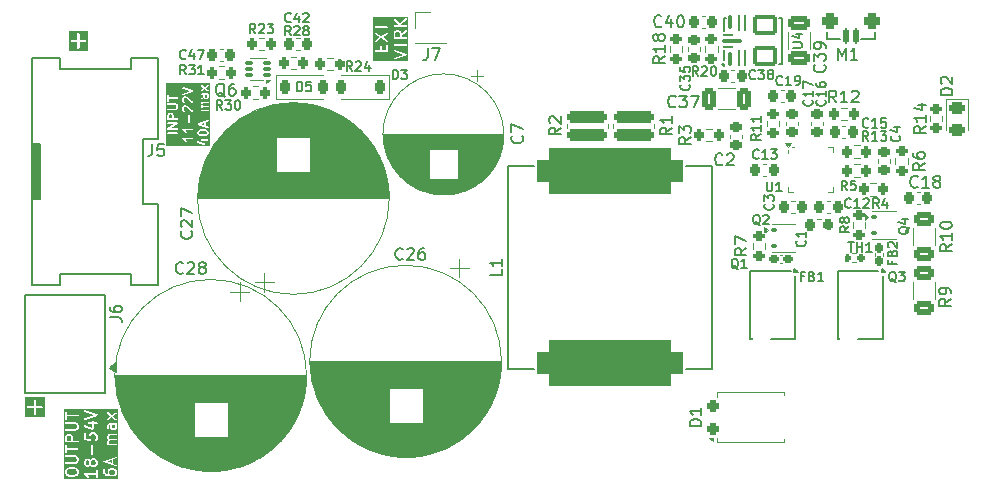
<source format=gbr>
%TF.GenerationSoftware,KiCad,Pcbnew,8.0.4*%
%TF.CreationDate,2024-08-12T18:14:42+02:00*%
%TF.ProjectId,PowerAmpSupply,506f7765-7241-46d7-9053-7570706c792e,rev?*%
%TF.SameCoordinates,Original*%
%TF.FileFunction,Legend,Top*%
%TF.FilePolarity,Positive*%
%FSLAX46Y46*%
G04 Gerber Fmt 4.6, Leading zero omitted, Abs format (unit mm)*
G04 Created by KiCad (PCBNEW 8.0.4) date 2024-08-12 18:14:42*
%MOMM*%
%LPD*%
G01*
G04 APERTURE LIST*
G04 Aperture macros list*
%AMRoundRect*
0 Rectangle with rounded corners*
0 $1 Rounding radius*
0 $2 $3 $4 $5 $6 $7 $8 $9 X,Y pos of 4 corners*
0 Add a 4 corners polygon primitive as box body*
4,1,4,$2,$3,$4,$5,$6,$7,$8,$9,$2,$3,0*
0 Add four circle primitives for the rounded corners*
1,1,$1+$1,$2,$3*
1,1,$1+$1,$4,$5*
1,1,$1+$1,$6,$7*
1,1,$1+$1,$8,$9*
0 Add four rect primitives between the rounded corners*
20,1,$1+$1,$2,$3,$4,$5,0*
20,1,$1+$1,$4,$5,$6,$7,0*
20,1,$1+$1,$6,$7,$8,$9,0*
20,1,$1+$1,$8,$9,$2,$3,0*%
%AMFreePoly0*
4,1,42,-0.170866,0.521194,-0.143806,0.494134,-0.140000,0.475000,-0.140000,0.235000,0.140000,0.235000,0.140000,0.475000,0.143806,0.494134,0.170866,0.521194,0.190000,0.525000,0.460000,0.525000,0.479134,0.521194,0.506194,0.494134,0.510000,0.475000,0.510000,0.235000,0.700000,0.235000,0.700000,0.475000,0.703806,0.494134,0.730866,0.521194,0.750000,0.525000,1.000000,0.525000,
1.019134,0.521194,1.046194,0.494134,1.050000,0.475000,1.050000,-0.185000,1.046194,-0.204134,1.019134,-0.231194,1.000000,-0.235000,-1.000000,-0.235000,-1.019134,-0.231194,-1.046194,-0.204134,-1.050000,-0.185000,-1.050000,0.185000,-1.046194,0.204134,-1.019134,0.231194,-1.000000,0.235000,-0.510000,0.235000,-0.510000,0.475000,-0.506194,0.494134,-0.479134,0.521194,-0.460000,0.525000,
-0.190000,0.525000,-0.170866,0.521194,-0.170866,0.521194,$1*%
%AMFreePoly1*
4,1,17,1.669134,0.181194,1.696194,0.154134,1.700000,0.135000,1.700000,-0.135000,1.696194,-0.154134,1.669134,-0.181194,1.650000,-0.185000,-1.650000,-0.185000,-1.669134,-0.181194,-1.696194,-0.154134,-1.700000,-0.135000,-1.700000,0.135000,-1.696194,0.154134,-1.669134,0.181194,-1.650000,0.185000,1.650000,0.185000,1.669134,0.181194,1.669134,0.181194,$1*%
%AMFreePoly2*
4,1,57,1.669134,0.231194,1.696194,0.204134,1.700000,0.185000,1.700000,-0.185000,1.696194,-0.204134,1.669134,-0.231194,1.650000,-0.235000,1.160000,-0.235000,1.160000,-0.475000,1.156194,-0.494134,1.129134,-0.521194,1.110000,-0.525000,0.840000,-0.525000,0.820866,-0.521194,0.793806,-0.494134,0.790000,-0.475000,0.790000,-0.235000,0.510000,-0.235000,0.510000,-0.475000,0.506194,-0.494134,
0.479134,-0.521194,0.460000,-0.525000,0.190000,-0.525000,0.170866,-0.521194,0.143806,-0.494134,0.140000,-0.475000,0.140000,-0.235000,-0.140000,-0.235000,-0.140000,-0.475000,-0.143806,-0.494134,-0.170866,-0.521194,-0.190000,-0.525000,-0.460000,-0.525000,-0.479134,-0.521194,-0.506194,-0.494134,-0.510000,-0.475000,-0.510000,-0.235000,-0.790000,-0.235000,-0.790000,-0.475000,-0.793806,-0.494134,
-0.820866,-0.521194,-0.840000,-0.525000,-1.110000,-0.525000,-1.129134,-0.521194,-1.156194,-0.494134,-1.160000,-0.475000,-1.160000,-0.235000,-1.650000,-0.235000,-1.669134,-0.231194,-1.696194,-0.204134,-1.700000,-0.185000,-1.700000,0.185000,-1.696194,0.204134,-1.669134,0.231194,-1.650000,0.235000,1.650000,0.235000,1.669134,0.231194,1.669134,0.231194,$1*%
%AMFreePoly3*
4,1,27,-0.092866,0.521194,-0.065806,0.494134,-0.062000,0.475000,-0.062000,0.235000,0.438000,0.235000,0.457134,0.231194,0.484194,0.204134,0.488000,0.185000,0.488000,-0.185000,0.484194,-0.204134,0.457134,-0.231194,0.438000,-0.235000,-0.447000,-0.235000,-0.466134,-0.231194,-0.493194,-0.204134,-0.497000,-0.185000,-0.497000,0.185000,-0.493194,0.204134,-0.466134,0.231194,-0.447000,0.235000,
-0.412000,0.235000,-0.412000,0.475000,-0.408194,0.494134,-0.381134,0.521194,-0.362000,0.525000,-0.112000,0.525000,-0.092866,0.521194,-0.092866,0.521194,$1*%
G04 Aperture macros list end*
%ADD10C,0.150000*%
%ADD11C,0.200000*%
%ADD12C,0.120000*%
%ADD13C,0.100000*%
%ADD14C,1.800000*%
%ADD15C,0.600000*%
%ADD16C,1.000000*%
%ADD17RoundRect,0.200000X-0.200000X-0.275000X0.200000X-0.275000X0.200000X0.275000X-0.200000X0.275000X0*%
%ADD18RoundRect,0.200000X0.200000X0.275000X-0.200000X0.275000X-0.200000X-0.275000X0.200000X-0.275000X0*%
%ADD19RoundRect,0.085000X0.265000X0.085000X-0.265000X0.085000X-0.265000X-0.085000X0.265000X-0.085000X0*%
%ADD20RoundRect,0.225000X-0.225000X-0.375000X0.225000X-0.375000X0.225000X0.375000X-0.225000X0.375000X0*%
%ADD21RoundRect,0.225000X0.225000X0.375000X-0.225000X0.375000X-0.225000X-0.375000X0.225000X-0.375000X0*%
%ADD22RoundRect,0.225000X-0.225000X-0.250000X0.225000X-0.250000X0.225000X0.250000X-0.225000X0.250000X0*%
%ADD23RoundRect,0.200000X-0.275000X0.200000X-0.275000X-0.200000X0.275000X-0.200000X0.275000X0.200000X0*%
%ADD24RoundRect,0.250000X-0.625000X0.312500X-0.625000X-0.312500X0.625000X-0.312500X0.625000X0.312500X0*%
%ADD25RoundRect,0.200000X0.275000X-0.200000X0.275000X0.200000X-0.275000X0.200000X-0.275000X-0.200000X0*%
%ADD26RoundRect,0.225000X0.250000X-0.225000X0.250000X0.225000X-0.250000X0.225000X-0.250000X-0.225000X0*%
%ADD27RoundRect,0.225000X-0.250000X0.225000X-0.250000X-0.225000X0.250000X-0.225000X0.250000X0.225000X0*%
%ADD28C,2.200000*%
%ADD29O,0.700000X0.240000*%
%ADD30O,0.240000X0.700000*%
%ADD31R,2.049999X2.049999*%
%ADD32RoundRect,0.160000X0.197500X0.160000X-0.197500X0.160000X-0.197500X-0.160000X0.197500X-0.160000X0*%
%ADD33C,3.500000*%
%ADD34FreePoly0,0.000000*%
%ADD35FreePoly1,0.000000*%
%ADD36FreePoly2,0.000000*%
%ADD37FreePoly3,0.000000*%
%ADD38RoundRect,0.225000X0.225000X0.250000X-0.225000X0.250000X-0.225000X-0.250000X0.225000X-0.250000X0*%
%ADD39RoundRect,0.125000X0.125000X0.525000X-0.125000X0.525000X-0.125000X-0.525000X0.125000X-0.525000X0*%
%ADD40RoundRect,0.325000X0.375000X0.325000X-0.375000X0.325000X-0.375000X-0.325000X0.375000X-0.325000X0*%
%ADD41RoundRect,0.250000X-1.450000X0.250000X-1.450000X-0.250000X1.450000X-0.250000X1.450000X0.250000X0*%
%ADD42C,2.600000*%
%ADD43R,1.700000X1.700000*%
%ADD44RoundRect,0.250000X0.325000X0.650000X-0.325000X0.650000X-0.325000X-0.650000X0.325000X-0.650000X0*%
%ADD45R,2.400000X2.400000*%
%ADD46C,2.400000*%
%ADD47RoundRect,0.160000X0.222500X0.160000X-0.222500X0.160000X-0.222500X-0.160000X0.222500X-0.160000X0*%
%ADD48R,2.000000X2.000000*%
%ADD49C,2.000000*%
%ADD50RoundRect,0.250000X0.650000X-0.325000X0.650000X0.325000X-0.650000X0.325000X-0.650000X-0.325000X0*%
%ADD51RoundRect,0.100000X-0.150000X-0.100000X0.150000X-0.100000X0.150000X0.100000X-0.150000X0.100000X0*%
%ADD52R,1.100000X1.600000*%
%ADD53R,0.250000X0.400000*%
%ADD54C,3.000000*%
%ADD55C,1.600000*%
%ADD56C,1.800000*%
%ADD57RoundRect,0.956250X-5.203750X0.956250X-5.203750X-0.956250X5.203750X-0.956250X5.203750X0.956250X0*%
%ADD58RoundRect,0.243750X-0.456250X0.243750X-0.456250X-0.243750X0.456250X-0.243750X0.456250X0.243750X0*%
%ADD59RoundRect,0.092500X0.092500X-0.520000X0.092500X0.520000X-0.092500X0.520000X-0.092500X-0.520000X0*%
%ADD60RoundRect,0.062500X0.062500X-0.587500X0.062500X0.587500X-0.062500X0.587500X-0.062500X-0.587500X0*%
%ADD61RoundRect,0.170000X0.855000X-0.680000X0.855000X0.680000X-0.855000X0.680000X-0.855000X-0.680000X0*%
%ADD62RoundRect,0.062500X0.387500X-0.062500X0.387500X0.062500X-0.387500X0.062500X-0.387500X-0.062500X0*%
%ADD63RoundRect,0.075000X0.735000X-0.075000X0.735000X0.075000X-0.735000X0.075000X-0.735000X-0.075000X0*%
%ADD64RoundRect,0.237500X0.262500X-0.237500X0.262500X0.237500X-0.262500X0.237500X-0.262500X-0.237500X0*%
%ADD65R,4.900000X3.200000*%
%ADD66RoundRect,0.160000X-0.160000X0.222500X-0.160000X-0.222500X0.160000X-0.222500X0.160000X0.222500X0*%
G04 APERTURE END LIST*
D10*
G36*
X141643935Y-81890210D02*
G01*
X141674342Y-81920617D01*
X141708600Y-81989133D01*
X141708600Y-82277380D01*
X141334791Y-82277380D01*
X141334791Y-81989133D01*
X141369049Y-81920617D01*
X141399456Y-81890210D01*
X141467972Y-81855952D01*
X141575419Y-81855952D01*
X141643935Y-81890210D01*
G37*
G36*
X142445885Y-84299807D02*
G01*
X139463736Y-84299807D01*
X139463736Y-82995238D01*
X139574847Y-82995238D01*
X139574847Y-83471428D01*
X139576288Y-83486060D01*
X139587487Y-83513096D01*
X139608179Y-83533788D01*
X139635215Y-83544987D01*
X139649847Y-83546428D01*
X140649847Y-83546428D01*
X140664479Y-83544987D01*
X140691515Y-83533788D01*
X140712207Y-83513096D01*
X140723406Y-83486060D01*
X140724847Y-83471428D01*
X140724847Y-83438239D01*
X141185380Y-83438239D01*
X141187455Y-83467429D01*
X141200541Y-83493602D01*
X141222648Y-83512776D01*
X141236074Y-83518770D01*
X142022620Y-83780952D01*
X141236074Y-84043134D01*
X141222648Y-84049128D01*
X141200541Y-84068302D01*
X141187455Y-84094475D01*
X141185380Y-84123665D01*
X141194634Y-84151428D01*
X141213808Y-84173535D01*
X141239981Y-84186621D01*
X141269171Y-84188696D01*
X141283508Y-84185436D01*
X142283508Y-83852103D01*
X142296933Y-83846109D01*
X142300980Y-83842598D01*
X142305774Y-83840202D01*
X142311938Y-83833094D01*
X142319040Y-83826935D01*
X142321435Y-83822143D01*
X142324948Y-83818094D01*
X142327922Y-83809171D01*
X142332127Y-83800762D01*
X142332506Y-83795417D01*
X142334202Y-83790332D01*
X142333535Y-83780952D01*
X142334202Y-83771572D01*
X142332506Y-83766486D01*
X142332127Y-83761142D01*
X142327922Y-83752732D01*
X142324948Y-83743810D01*
X142321435Y-83739760D01*
X142319040Y-83734969D01*
X142311938Y-83728809D01*
X142305774Y-83721702D01*
X142300980Y-83719305D01*
X142296933Y-83715795D01*
X142283508Y-83709801D01*
X141283508Y-83376468D01*
X141269171Y-83373208D01*
X141239981Y-83375283D01*
X141213808Y-83388369D01*
X141194634Y-83410476D01*
X141185380Y-83438239D01*
X140724847Y-83438239D01*
X140724847Y-82995238D01*
X140723406Y-82980606D01*
X140712207Y-82953570D01*
X140691515Y-82932878D01*
X140664479Y-82921679D01*
X140635215Y-82921679D01*
X140608179Y-82932878D01*
X140587487Y-82953570D01*
X140576288Y-82980606D01*
X140574847Y-82995238D01*
X140574847Y-83396428D01*
X140201037Y-83396428D01*
X140201037Y-83138095D01*
X140199596Y-83123463D01*
X140188397Y-83096427D01*
X140167705Y-83075735D01*
X140140669Y-83064536D01*
X140111405Y-83064536D01*
X140084369Y-83075735D01*
X140063677Y-83096427D01*
X140052478Y-83123463D01*
X140051037Y-83138095D01*
X140051037Y-83396428D01*
X139724847Y-83396428D01*
X139724847Y-82995238D01*
X139723406Y-82980606D01*
X139712207Y-82953570D01*
X139691515Y-82932878D01*
X139664479Y-82921679D01*
X139635215Y-82921679D01*
X139608179Y-82932878D01*
X139587487Y-82953570D01*
X139576288Y-82980606D01*
X139574847Y-82995238D01*
X139463736Y-82995238D01*
X139463736Y-81995317D01*
X139574847Y-81995317D01*
X139580586Y-82024011D01*
X139596869Y-82048326D01*
X139608245Y-82057642D01*
X140014638Y-82328571D01*
X139608245Y-82599500D01*
X139596869Y-82608816D01*
X139580586Y-82633131D01*
X139574847Y-82661825D01*
X139580526Y-82690533D01*
X139596759Y-82714882D01*
X139621074Y-82731165D01*
X139649768Y-82736904D01*
X139678476Y-82731225D01*
X139691449Y-82724308D01*
X140149846Y-82418709D01*
X140608244Y-82724308D01*
X140621218Y-82731225D01*
X140649926Y-82736904D01*
X140678620Y-82731165D01*
X140702935Y-82714882D01*
X140719168Y-82690533D01*
X140720121Y-82685714D01*
X141184791Y-82685714D01*
X141184791Y-83257142D01*
X141186232Y-83271774D01*
X141197431Y-83298810D01*
X141218123Y-83319502D01*
X141245159Y-83330701D01*
X141274423Y-83330701D01*
X141301459Y-83319502D01*
X141322151Y-83298810D01*
X141333350Y-83271774D01*
X141334791Y-83257142D01*
X141334791Y-83046428D01*
X142259791Y-83046428D01*
X142274423Y-83044987D01*
X142301459Y-83033788D01*
X142322151Y-83013096D01*
X142333350Y-82986060D01*
X142333350Y-82956796D01*
X142322151Y-82929760D01*
X142301459Y-82909068D01*
X142274423Y-82897869D01*
X142259791Y-82896428D01*
X141334791Y-82896428D01*
X141334791Y-82685714D01*
X141333350Y-82671082D01*
X141322151Y-82644046D01*
X141301459Y-82623354D01*
X141274423Y-82612155D01*
X141245159Y-82612155D01*
X141218123Y-82623354D01*
X141197431Y-82644046D01*
X141186232Y-82671082D01*
X141184791Y-82685714D01*
X140720121Y-82685714D01*
X140724847Y-82661825D01*
X140719108Y-82633131D01*
X140702825Y-82608816D01*
X140691449Y-82599500D01*
X140285055Y-82328571D01*
X140691449Y-82057642D01*
X140702825Y-82048326D01*
X140719108Y-82024011D01*
X140724847Y-81995317D01*
X140720121Y-81971428D01*
X141184791Y-81971428D01*
X141184791Y-82352380D01*
X141186232Y-82367012D01*
X141197431Y-82394048D01*
X141218123Y-82414740D01*
X141245159Y-82425939D01*
X141259791Y-82427380D01*
X142259791Y-82427380D01*
X142274423Y-82425939D01*
X142301459Y-82414740D01*
X142322151Y-82394048D01*
X142333350Y-82367012D01*
X142333350Y-82337748D01*
X142322151Y-82310712D01*
X142301459Y-82290020D01*
X142274423Y-82278821D01*
X142259791Y-82277380D01*
X141858600Y-82277380D01*
X141858600Y-82153334D01*
X142302801Y-81842394D01*
X142313961Y-81832823D01*
X142329688Y-81808144D01*
X142334774Y-81779327D01*
X142328444Y-81750756D01*
X142311662Y-81726782D01*
X142286984Y-81711055D01*
X142258166Y-81705970D01*
X142229595Y-81712299D01*
X142216782Y-81719509D01*
X141858490Y-81970312D01*
X141857159Y-81956796D01*
X141856128Y-81954307D01*
X141855937Y-81951618D01*
X141850682Y-81937887D01*
X141803063Y-81842649D01*
X141799098Y-81836349D01*
X141798341Y-81834522D01*
X141796652Y-81832465D01*
X141795231Y-81830206D01*
X141793732Y-81828906D01*
X141789014Y-81823157D01*
X141741395Y-81775538D01*
X141735645Y-81770819D01*
X141734346Y-81769321D01*
X141732086Y-81767899D01*
X141730030Y-81766211D01*
X141728202Y-81765453D01*
X141721903Y-81761489D01*
X141626665Y-81713870D01*
X141612933Y-81708615D01*
X141610245Y-81708424D01*
X141607756Y-81707393D01*
X141593124Y-81705952D01*
X141450267Y-81705952D01*
X141435635Y-81707393D01*
X141433146Y-81708423D01*
X141430457Y-81708615D01*
X141416726Y-81713870D01*
X141321488Y-81761489D01*
X141315188Y-81765453D01*
X141313361Y-81766211D01*
X141311304Y-81767899D01*
X141309045Y-81769321D01*
X141307745Y-81770819D01*
X141301996Y-81775538D01*
X141254377Y-81823157D01*
X141249658Y-81828906D01*
X141248160Y-81830206D01*
X141246738Y-81832465D01*
X141245050Y-81834522D01*
X141244292Y-81836349D01*
X141240328Y-81842649D01*
X141192709Y-81937887D01*
X141187454Y-81951619D01*
X141187263Y-81954306D01*
X141186232Y-81956796D01*
X141184791Y-81971428D01*
X140720121Y-81971428D01*
X140719168Y-81966609D01*
X140702935Y-81942260D01*
X140678620Y-81925977D01*
X140649926Y-81920238D01*
X140621218Y-81925917D01*
X140608244Y-81932834D01*
X140149846Y-82238432D01*
X139691449Y-81932834D01*
X139678476Y-81925917D01*
X139649768Y-81920238D01*
X139621074Y-81925977D01*
X139596759Y-81942260D01*
X139580526Y-81966609D01*
X139574847Y-81995317D01*
X139463736Y-81995317D01*
X139463736Y-81185714D01*
X139574847Y-81185714D01*
X139574847Y-81757142D01*
X139576288Y-81771774D01*
X139587487Y-81798810D01*
X139608179Y-81819502D01*
X139635215Y-81830701D01*
X139664479Y-81830701D01*
X139691515Y-81819502D01*
X139712207Y-81798810D01*
X139723406Y-81771774D01*
X139724847Y-81757142D01*
X139724847Y-81546428D01*
X140649847Y-81546428D01*
X140664479Y-81544987D01*
X140691515Y-81533788D01*
X140712207Y-81513096D01*
X140723406Y-81486060D01*
X140723406Y-81456796D01*
X140712207Y-81429760D01*
X140691515Y-81409068D01*
X140664479Y-81397869D01*
X140649847Y-81396428D01*
X139724847Y-81396428D01*
X139724847Y-81185714D01*
X139723406Y-81171082D01*
X139712207Y-81144046D01*
X139691515Y-81123354D01*
X139664479Y-81112155D01*
X139635215Y-81112155D01*
X139608179Y-81123354D01*
X139587487Y-81144046D01*
X139576288Y-81171082D01*
X139574847Y-81185714D01*
X139463736Y-81185714D01*
X139463736Y-80766321D01*
X141186232Y-80766321D01*
X141186232Y-80795583D01*
X141197431Y-80822620D01*
X141206758Y-80833985D01*
X141650153Y-81277380D01*
X141259791Y-81277380D01*
X141245159Y-81278821D01*
X141218123Y-81290020D01*
X141197431Y-81310712D01*
X141186232Y-81337748D01*
X141186232Y-81367012D01*
X141197431Y-81394048D01*
X141218123Y-81414740D01*
X141245159Y-81425939D01*
X141259791Y-81427380D01*
X142259791Y-81427380D01*
X142274423Y-81425939D01*
X142301459Y-81414740D01*
X142322151Y-81394048D01*
X142333350Y-81367012D01*
X142333350Y-81337748D01*
X142322151Y-81310712D01*
X142301459Y-81290020D01*
X142274423Y-81278821D01*
X142259791Y-81277380D01*
X141862285Y-81277380D01*
X141802542Y-81217637D01*
X142304791Y-80840952D01*
X142315632Y-80831020D01*
X142330542Y-80805839D01*
X142334680Y-80776870D01*
X142327418Y-80748522D01*
X142309859Y-80725111D01*
X142284678Y-80710202D01*
X142255710Y-80706063D01*
X142227361Y-80713325D01*
X142214791Y-80720952D01*
X141695399Y-81110494D01*
X141312824Y-80727919D01*
X141301459Y-80718592D01*
X141274422Y-80707393D01*
X141245160Y-80707393D01*
X141218123Y-80718592D01*
X141197431Y-80739284D01*
X141186232Y-80766321D01*
X139463736Y-80766321D01*
X139463736Y-80594952D01*
X142445885Y-80594952D01*
X142445885Y-84299807D01*
G37*
G36*
X125271693Y-90266002D02*
G01*
X125329632Y-90294972D01*
X125350516Y-90315855D01*
X125375250Y-90365323D01*
X125375250Y-90406104D01*
X125350516Y-90455572D01*
X125329632Y-90476455D01*
X125271692Y-90505425D01*
X125136253Y-90539286D01*
X124964247Y-90539286D01*
X124828805Y-90505425D01*
X124770866Y-90476455D01*
X124749984Y-90455573D01*
X124725250Y-90406104D01*
X124725250Y-90365323D01*
X124749984Y-90315854D01*
X124770866Y-90294972D01*
X124828806Y-90266002D01*
X124964246Y-90232143D01*
X125136254Y-90232143D01*
X125271693Y-90266002D01*
G37*
G36*
X125146678Y-89748323D02*
G01*
X124887420Y-89661904D01*
X125146678Y-89575485D01*
X125146678Y-89748323D01*
G37*
G36*
X122372770Y-88866401D02*
G01*
X122393653Y-88887284D01*
X122418387Y-88936752D01*
X122418387Y-89148809D01*
X122149340Y-89148809D01*
X122149340Y-88936752D01*
X122174074Y-88887284D01*
X122194957Y-88866400D01*
X122244426Y-88841666D01*
X122323301Y-88841666D01*
X122372770Y-88866401D01*
G37*
G36*
X125375250Y-87203418D02*
G01*
X125375250Y-87358485D01*
X125356253Y-87396478D01*
X125318259Y-87415476D01*
X125277479Y-87415476D01*
X125239484Y-87396478D01*
X125220488Y-87358485D01*
X125220488Y-87185714D01*
X125220371Y-87184523D01*
X125365802Y-87184523D01*
X125375250Y-87203418D01*
G37*
G36*
X125614139Y-91539491D02*
G01*
X121910451Y-91539491D01*
X121910451Y-90881030D01*
X123287295Y-90881030D01*
X123288736Y-90888235D01*
X123288736Y-90895584D01*
X123291577Y-90902444D01*
X123293034Y-90909725D01*
X123297122Y-90915830D01*
X123299935Y-90922620D01*
X123305185Y-90927870D01*
X123309317Y-90934040D01*
X123320575Y-90943260D01*
X123320627Y-90943312D01*
X123320649Y-90943321D01*
X123320692Y-90943356D01*
X123428800Y-91015428D01*
X123491131Y-91077760D01*
X123523784Y-91143065D01*
X123531616Y-91155508D01*
X123553724Y-91174681D01*
X123581485Y-91183935D01*
X123610675Y-91181861D01*
X123636850Y-91168774D01*
X123656023Y-91146666D01*
X123665277Y-91118905D01*
X123663203Y-91089715D01*
X123657948Y-91075983D01*
X123619853Y-90999792D01*
X123615888Y-90993492D01*
X123615131Y-90991665D01*
X123613442Y-90989608D01*
X123612021Y-90987349D01*
X123610522Y-90986049D01*
X123605804Y-90980300D01*
X123581456Y-90955952D01*
X124087295Y-90955952D01*
X124087295Y-91109524D01*
X124088736Y-91124156D01*
X124099935Y-91151192D01*
X124120627Y-91171884D01*
X124147663Y-91183083D01*
X124176927Y-91183083D01*
X124193220Y-91176334D01*
X124537744Y-91176334D01*
X124539818Y-91205524D01*
X124552905Y-91231697D01*
X124575012Y-91250871D01*
X124588438Y-91256865D01*
X125159866Y-91447342D01*
X125167120Y-91448991D01*
X125168951Y-91449750D01*
X125170455Y-91449750D01*
X125174202Y-91450602D01*
X125186187Y-91449750D01*
X125198215Y-91449750D01*
X125200706Y-91448717D01*
X125203392Y-91448527D01*
X125214139Y-91443153D01*
X125225251Y-91438551D01*
X125227156Y-91436645D01*
X125229566Y-91435441D01*
X125237443Y-91426358D01*
X125245943Y-91417859D01*
X125246973Y-91415370D01*
X125248740Y-91413334D01*
X125252541Y-91401930D01*
X125257142Y-91390823D01*
X125257518Y-91386996D01*
X125257994Y-91385571D01*
X125257853Y-91383596D01*
X125258583Y-91376191D01*
X125258583Y-91070238D01*
X125450250Y-91070238D01*
X125464882Y-91068797D01*
X125491918Y-91057598D01*
X125512610Y-91036906D01*
X125523809Y-91009870D01*
X125523809Y-90980606D01*
X125512610Y-90953570D01*
X125491918Y-90932878D01*
X125464882Y-90921679D01*
X125450250Y-90920238D01*
X125258583Y-90920238D01*
X125258583Y-90880952D01*
X125257142Y-90866320D01*
X125245943Y-90839284D01*
X125225251Y-90818592D01*
X125198215Y-90807393D01*
X125168951Y-90807393D01*
X125141915Y-90818592D01*
X125121223Y-90839284D01*
X125110024Y-90866320D01*
X125108583Y-90880952D01*
X125108583Y-90920238D01*
X124916916Y-90920238D01*
X124902284Y-90921679D01*
X124875248Y-90932878D01*
X124854556Y-90953570D01*
X124843357Y-90980606D01*
X124843357Y-91009870D01*
X124854556Y-91036906D01*
X124875248Y-91057598D01*
X124902284Y-91068797D01*
X124916916Y-91070238D01*
X125108583Y-91070238D01*
X125108583Y-91272134D01*
X124635872Y-91114563D01*
X124621535Y-91111303D01*
X124592345Y-91113377D01*
X124566172Y-91126464D01*
X124546998Y-91148571D01*
X124537744Y-91176334D01*
X124193220Y-91176334D01*
X124203963Y-91171884D01*
X124224655Y-91151192D01*
X124235854Y-91124156D01*
X124237295Y-91109524D01*
X124237295Y-90652381D01*
X124235854Y-90637749D01*
X124224655Y-90610713D01*
X124203963Y-90590021D01*
X124176927Y-90578822D01*
X124147663Y-90578822D01*
X124120627Y-90590021D01*
X124099935Y-90610713D01*
X124088736Y-90637749D01*
X124087295Y-90652381D01*
X124087295Y-90805952D01*
X123362295Y-90805952D01*
X123362242Y-90805957D01*
X123362217Y-90805952D01*
X123362141Y-90805967D01*
X123347663Y-90807393D01*
X123340802Y-90810234D01*
X123333522Y-90811691D01*
X123327416Y-90815779D01*
X123320627Y-90818592D01*
X123315376Y-90823842D01*
X123309207Y-90827974D01*
X123305130Y-90834088D01*
X123299935Y-90839284D01*
X123297093Y-90846144D01*
X123292974Y-90852323D01*
X123291547Y-90859531D01*
X123288736Y-90866320D01*
X123288736Y-90873745D01*
X123287295Y-90881030D01*
X121910451Y-90881030D01*
X121910451Y-90428224D01*
X122000781Y-90428224D01*
X122000781Y-90457488D01*
X122011980Y-90484524D01*
X122032672Y-90505216D01*
X122059708Y-90516415D01*
X122074340Y-90517856D01*
X122874340Y-90517856D01*
X122888972Y-90516415D01*
X122916008Y-90505216D01*
X122936700Y-90484524D01*
X122947899Y-90457488D01*
X122947899Y-90428224D01*
X122936700Y-90401188D01*
X122916008Y-90380496D01*
X122888972Y-90369297D01*
X122874340Y-90367856D01*
X122074340Y-90367856D01*
X122059708Y-90369297D01*
X122032672Y-90380496D01*
X122011980Y-90401188D01*
X122000781Y-90428224D01*
X121910451Y-90428224D01*
X121910451Y-90056665D01*
X121999523Y-90056665D01*
X122000781Y-90066561D01*
X122000781Y-90076536D01*
X122002610Y-90080951D01*
X122003213Y-90085695D01*
X122008163Y-90094359D01*
X122011980Y-90103572D01*
X122015358Y-90106950D01*
X122017732Y-90111104D01*
X122025621Y-90117213D01*
X122032672Y-90124264D01*
X122037088Y-90126093D01*
X122040869Y-90129021D01*
X122050492Y-90131645D01*
X122059708Y-90135463D01*
X122067190Y-90136199D01*
X122069101Y-90136721D01*
X122070576Y-90136533D01*
X122074340Y-90136904D01*
X122874340Y-90136904D01*
X122888972Y-90135463D01*
X122916008Y-90124264D01*
X122921147Y-90119125D01*
X123287295Y-90119125D01*
X123288736Y-90126330D01*
X123288736Y-90133679D01*
X123291577Y-90140539D01*
X123293034Y-90147820D01*
X123297122Y-90153925D01*
X123299935Y-90160715D01*
X123305185Y-90165965D01*
X123309317Y-90172135D01*
X123320575Y-90181355D01*
X123320627Y-90181407D01*
X123320649Y-90181416D01*
X123320692Y-90181451D01*
X123428800Y-90253523D01*
X123491131Y-90315855D01*
X123523784Y-90381160D01*
X123531616Y-90393603D01*
X123553724Y-90412776D01*
X123581485Y-90422030D01*
X123610675Y-90419956D01*
X123636850Y-90406869D01*
X123656023Y-90384761D01*
X123665277Y-90357000D01*
X123663203Y-90327810D01*
X123657948Y-90314078D01*
X123619853Y-90237887D01*
X123615888Y-90231587D01*
X123615131Y-90229760D01*
X123613442Y-90227703D01*
X123612021Y-90225444D01*
X123610522Y-90224144D01*
X123605804Y-90218395D01*
X123581456Y-90194047D01*
X124087295Y-90194047D01*
X124087295Y-90347619D01*
X124088736Y-90362251D01*
X124099935Y-90389287D01*
X124120627Y-90409979D01*
X124147663Y-90421178D01*
X124176927Y-90421178D01*
X124203963Y-90409979D01*
X124224655Y-90389287D01*
X124235854Y-90362251D01*
X124237295Y-90347619D01*
X124575250Y-90347619D01*
X124575250Y-90423809D01*
X124576691Y-90438441D01*
X124577722Y-90440930D01*
X124577913Y-90443618D01*
X124583168Y-90457350D01*
X124621263Y-90533541D01*
X124625227Y-90539840D01*
X124625985Y-90541668D01*
X124627673Y-90543724D01*
X124629095Y-90545984D01*
X124630593Y-90547283D01*
X124635312Y-90553033D01*
X124673407Y-90591128D01*
X124679156Y-90595846D01*
X124680456Y-90597345D01*
X124682715Y-90598766D01*
X124684772Y-90600455D01*
X124686599Y-90601212D01*
X124692899Y-90605177D01*
X124769090Y-90643272D01*
X124770159Y-90643681D01*
X124770595Y-90644004D01*
X124776746Y-90646202D01*
X124782822Y-90648527D01*
X124783360Y-90648565D01*
X124784440Y-90648951D01*
X124936822Y-90687047D01*
X124939358Y-90687422D01*
X124940380Y-90687845D01*
X124945892Y-90688387D01*
X124951366Y-90689197D01*
X124952458Y-90689034D01*
X124955012Y-90689286D01*
X125145488Y-90689286D01*
X125148041Y-90689034D01*
X125149134Y-90689197D01*
X125154608Y-90688387D01*
X125160120Y-90687845D01*
X125161140Y-90687422D01*
X125163679Y-90687047D01*
X125316060Y-90648951D01*
X125317139Y-90648565D01*
X125317678Y-90648527D01*
X125323753Y-90646202D01*
X125329905Y-90644004D01*
X125330340Y-90643681D01*
X125331410Y-90643272D01*
X125407600Y-90605177D01*
X125413896Y-90601213D01*
X125415726Y-90600456D01*
X125417784Y-90598766D01*
X125420043Y-90597345D01*
X125421342Y-90595846D01*
X125427091Y-90591129D01*
X125465187Y-90553034D01*
X125469907Y-90547282D01*
X125471405Y-90545984D01*
X125472824Y-90543728D01*
X125474515Y-90541669D01*
X125475273Y-90539838D01*
X125479237Y-90533541D01*
X125517332Y-90457350D01*
X125522587Y-90443618D01*
X125522777Y-90440930D01*
X125523809Y-90438441D01*
X125525250Y-90423809D01*
X125525250Y-90347619D01*
X125523809Y-90332987D01*
X125522777Y-90330497D01*
X125522587Y-90327810D01*
X125517332Y-90314078D01*
X125479237Y-90237887D01*
X125475273Y-90231589D01*
X125474515Y-90229759D01*
X125472824Y-90227699D01*
X125471405Y-90225444D01*
X125469907Y-90224145D01*
X125465187Y-90218394D01*
X125427091Y-90180299D01*
X125421342Y-90175581D01*
X125420043Y-90174083D01*
X125417784Y-90172661D01*
X125415726Y-90170972D01*
X125413896Y-90170214D01*
X125407600Y-90166251D01*
X125331410Y-90128156D01*
X125330340Y-90127746D01*
X125329905Y-90127424D01*
X125323759Y-90125228D01*
X125317678Y-90122901D01*
X125317138Y-90122862D01*
X125316059Y-90122477D01*
X125163678Y-90084382D01*
X125161141Y-90084007D01*
X125160120Y-90083584D01*
X125154605Y-90083040D01*
X125149133Y-90082232D01*
X125148041Y-90082394D01*
X125145488Y-90082143D01*
X124955012Y-90082143D01*
X124952462Y-90082394D01*
X124951367Y-90082231D01*
X124945882Y-90083042D01*
X124940380Y-90083584D01*
X124939359Y-90084006D01*
X124936822Y-90084382D01*
X124784441Y-90122477D01*
X124783361Y-90122862D01*
X124782822Y-90122901D01*
X124776740Y-90125228D01*
X124770595Y-90127424D01*
X124770159Y-90127746D01*
X124769090Y-90128156D01*
X124692899Y-90166251D01*
X124686599Y-90170215D01*
X124684772Y-90170973D01*
X124682715Y-90172661D01*
X124680456Y-90174083D01*
X124679156Y-90175581D01*
X124673407Y-90180300D01*
X124635312Y-90218395D01*
X124630593Y-90224144D01*
X124629095Y-90225444D01*
X124627673Y-90227703D01*
X124625985Y-90229760D01*
X124625227Y-90231587D01*
X124621263Y-90237887D01*
X124583168Y-90314078D01*
X124577913Y-90327810D01*
X124577722Y-90330497D01*
X124576691Y-90332987D01*
X124575250Y-90347619D01*
X124237295Y-90347619D01*
X124237295Y-89890476D01*
X124235854Y-89875844D01*
X124224655Y-89848808D01*
X124203963Y-89828116D01*
X124176927Y-89816917D01*
X124147663Y-89816917D01*
X124120627Y-89828116D01*
X124099935Y-89848808D01*
X124088736Y-89875844D01*
X124087295Y-89890476D01*
X124087295Y-90044047D01*
X123362295Y-90044047D01*
X123362242Y-90044052D01*
X123362217Y-90044047D01*
X123362141Y-90044062D01*
X123347663Y-90045488D01*
X123340802Y-90048329D01*
X123333522Y-90049786D01*
X123327416Y-90053874D01*
X123320627Y-90056687D01*
X123315376Y-90061937D01*
X123309207Y-90066069D01*
X123305130Y-90072183D01*
X123299935Y-90077379D01*
X123297093Y-90084239D01*
X123292974Y-90090418D01*
X123291547Y-90097626D01*
X123288736Y-90104415D01*
X123288736Y-90111840D01*
X123287295Y-90119125D01*
X122921147Y-90119125D01*
X122936700Y-90103572D01*
X122947899Y-90076536D01*
X122947899Y-90047272D01*
X122936700Y-90020236D01*
X122916008Y-89999544D01*
X122888972Y-89988345D01*
X122874340Y-89986904D01*
X122356756Y-89986904D01*
X122911550Y-89669879D01*
X122914633Y-89667690D01*
X122916008Y-89667121D01*
X122917407Y-89665721D01*
X122923540Y-89661369D01*
X122929648Y-89653480D01*
X122930604Y-89652524D01*
X124575839Y-89652524D01*
X124576505Y-89661904D01*
X124575839Y-89671284D01*
X124577534Y-89676369D01*
X124577914Y-89681714D01*
X124582119Y-89690124D01*
X124585093Y-89699046D01*
X124588603Y-89703093D01*
X124591000Y-89707887D01*
X124598105Y-89714050D01*
X124604267Y-89721154D01*
X124609058Y-89723549D01*
X124613107Y-89727061D01*
X124626533Y-89733055D01*
X125426533Y-89999722D01*
X125440870Y-90002982D01*
X125470060Y-90000907D01*
X125496233Y-89987821D01*
X125515407Y-89965714D01*
X125524661Y-89937951D01*
X125522586Y-89908761D01*
X125509500Y-89882588D01*
X125487392Y-89863414D01*
X125473967Y-89857420D01*
X125296678Y-89798323D01*
X125296678Y-89525485D01*
X125473967Y-89466389D01*
X125487393Y-89460395D01*
X125509500Y-89441221D01*
X125522587Y-89415048D01*
X125524661Y-89385858D01*
X125515407Y-89358095D01*
X125496234Y-89335988D01*
X125470060Y-89322901D01*
X125440870Y-89320827D01*
X125426533Y-89324087D01*
X124626533Y-89590753D01*
X124613108Y-89596747D01*
X124609060Y-89600257D01*
X124604267Y-89602654D01*
X124598103Y-89609759D01*
X124591000Y-89615921D01*
X124588604Y-89620712D01*
X124585093Y-89624761D01*
X124582118Y-89633684D01*
X124577914Y-89642094D01*
X124577534Y-89647438D01*
X124575839Y-89652524D01*
X122930604Y-89652524D01*
X122936700Y-89646429D01*
X122938530Y-89642010D01*
X122941457Y-89638231D01*
X122944081Y-89628609D01*
X122947899Y-89619393D01*
X122947899Y-89614612D01*
X122949157Y-89610000D01*
X122947899Y-89600103D01*
X122947899Y-89590129D01*
X122946069Y-89585713D01*
X122945467Y-89580970D01*
X122940516Y-89572305D01*
X122936700Y-89563093D01*
X122933321Y-89559714D01*
X122930948Y-89555561D01*
X122923058Y-89549451D01*
X122916008Y-89542401D01*
X122911591Y-89540571D01*
X122907811Y-89537644D01*
X122898187Y-89535019D01*
X122888972Y-89531202D01*
X122881489Y-89530465D01*
X122879579Y-89529944D01*
X122878103Y-89530131D01*
X122874340Y-89529761D01*
X122074340Y-89529761D01*
X122059708Y-89531202D01*
X122032672Y-89542401D01*
X122011980Y-89563093D01*
X122000781Y-89590129D01*
X122000781Y-89619393D01*
X122011980Y-89646429D01*
X122032672Y-89667121D01*
X122059708Y-89678320D01*
X122074340Y-89679761D01*
X122591924Y-89679761D01*
X122037130Y-89996786D01*
X122034046Y-89998974D01*
X122032672Y-89999544D01*
X122031272Y-90000943D01*
X122025140Y-90005296D01*
X122019030Y-90013185D01*
X122011980Y-90020236D01*
X122010150Y-90024652D01*
X122007223Y-90028433D01*
X122004598Y-90038056D01*
X122000781Y-90047272D01*
X122000781Y-90052052D01*
X121999523Y-90056665D01*
X121910451Y-90056665D01*
X121910451Y-88919047D01*
X121999340Y-88919047D01*
X121999340Y-89223809D01*
X122000781Y-89238441D01*
X122011980Y-89265477D01*
X122032672Y-89286169D01*
X122059708Y-89297368D01*
X122074340Y-89298809D01*
X122874340Y-89298809D01*
X122888972Y-89297368D01*
X122916008Y-89286169D01*
X122936700Y-89265477D01*
X122947899Y-89238441D01*
X122947899Y-89209177D01*
X122936700Y-89182141D01*
X122916008Y-89161449D01*
X122888972Y-89150250D01*
X122874340Y-89148809D01*
X122568387Y-89148809D01*
X122568387Y-88938095D01*
X123782533Y-88938095D01*
X123782533Y-89547618D01*
X123783974Y-89562250D01*
X123795173Y-89589286D01*
X123815865Y-89609978D01*
X123842901Y-89621177D01*
X123872165Y-89621177D01*
X123899201Y-89609978D01*
X123919893Y-89589286D01*
X123931092Y-89562250D01*
X123932533Y-89547618D01*
X123932533Y-88938095D01*
X123931092Y-88923463D01*
X123919893Y-88896427D01*
X123899201Y-88875735D01*
X123872165Y-88864536D01*
X123842901Y-88864536D01*
X123815865Y-88875735D01*
X123795173Y-88896427D01*
X123783974Y-88923463D01*
X123782533Y-88938095D01*
X122568387Y-88938095D01*
X122568387Y-88919047D01*
X122566946Y-88904415D01*
X122565914Y-88901925D01*
X122565724Y-88899238D01*
X122560469Y-88885506D01*
X122522374Y-88809316D01*
X122518409Y-88803016D01*
X122517652Y-88801189D01*
X122515963Y-88799132D01*
X122514542Y-88796873D01*
X122513043Y-88795573D01*
X122508325Y-88789824D01*
X122470230Y-88751729D01*
X122464477Y-88747008D01*
X122463181Y-88745513D01*
X122460926Y-88744093D01*
X122458865Y-88742402D01*
X122457034Y-88741643D01*
X122450738Y-88737680D01*
X122374547Y-88699584D01*
X122360816Y-88694329D01*
X122358126Y-88694137D01*
X122355638Y-88693107D01*
X122341006Y-88691666D01*
X122226721Y-88691666D01*
X122212089Y-88693107D01*
X122209600Y-88694137D01*
X122206911Y-88694329D01*
X122193179Y-88699584D01*
X122116989Y-88737680D01*
X122110692Y-88741643D01*
X122108862Y-88742402D01*
X122106800Y-88744093D01*
X122104546Y-88745513D01*
X122103249Y-88747008D01*
X122097497Y-88751729D01*
X122059402Y-88789824D01*
X122054683Y-88795573D01*
X122053185Y-88796873D01*
X122051763Y-88799132D01*
X122050075Y-88801189D01*
X122049317Y-88803016D01*
X122045353Y-88809316D01*
X122007258Y-88885506D01*
X122002003Y-88899238D01*
X122001812Y-88901925D01*
X122000781Y-88904415D01*
X121999340Y-88919047D01*
X121910451Y-88919047D01*
X121910451Y-87952034D01*
X122000781Y-87952034D01*
X122000781Y-87981298D01*
X122011980Y-88008334D01*
X122032672Y-88029026D01*
X122059708Y-88040225D01*
X122074340Y-88041666D01*
X122704253Y-88041666D01*
X122753721Y-88066400D01*
X122774606Y-88087284D01*
X122799340Y-88136752D01*
X122799340Y-88253723D01*
X122774606Y-88303191D01*
X122753722Y-88324074D01*
X122704254Y-88348809D01*
X122074340Y-88348809D01*
X122059708Y-88350250D01*
X122032672Y-88361449D01*
X122011980Y-88382141D01*
X122000781Y-88409177D01*
X122000781Y-88438441D01*
X122011980Y-88465477D01*
X122032672Y-88486169D01*
X122059708Y-88497368D01*
X122074340Y-88498809D01*
X122721959Y-88498809D01*
X122736591Y-88497368D01*
X122739080Y-88496336D01*
X122741768Y-88496146D01*
X122755500Y-88490891D01*
X122831690Y-88452796D01*
X122837986Y-88448832D01*
X122839816Y-88448075D01*
X122841874Y-88446385D01*
X122844133Y-88444964D01*
X122845432Y-88443465D01*
X122851181Y-88438748D01*
X122889277Y-88400653D01*
X122893997Y-88394901D01*
X122895495Y-88393603D01*
X122896914Y-88391347D01*
X122898605Y-88389288D01*
X122899363Y-88387457D01*
X122903327Y-88381160D01*
X122941422Y-88304969D01*
X122946677Y-88291237D01*
X122946731Y-88290476D01*
X123287295Y-88290476D01*
X123287295Y-88480952D01*
X123288736Y-88495584D01*
X123289767Y-88498073D01*
X123289958Y-88500761D01*
X123295213Y-88514493D01*
X123333308Y-88590683D01*
X123337271Y-88596979D01*
X123338029Y-88598809D01*
X123339718Y-88600867D01*
X123341140Y-88603126D01*
X123342638Y-88604425D01*
X123347356Y-88610174D01*
X123385451Y-88648270D01*
X123396816Y-88657598D01*
X123423852Y-88668797D01*
X123453115Y-88668797D01*
X123480152Y-88657599D01*
X123500845Y-88636906D01*
X123512044Y-88609870D01*
X123512044Y-88580607D01*
X123500846Y-88553571D01*
X123491519Y-88542206D01*
X123462029Y-88512715D01*
X123437295Y-88463247D01*
X123437295Y-88308180D01*
X123462029Y-88258711D01*
X123482911Y-88237829D01*
X123532381Y-88213095D01*
X123578696Y-88213095D01*
X123664638Y-88241742D01*
X124109262Y-88686366D01*
X124120627Y-88695694D01*
X124139744Y-88703612D01*
X124147663Y-88706892D01*
X124147664Y-88706892D01*
X124176927Y-88706892D01*
X124203963Y-88695694D01*
X124224656Y-88675001D01*
X124235854Y-88647965D01*
X124237295Y-88633333D01*
X124237295Y-88138095D01*
X124235854Y-88123463D01*
X124224655Y-88096427D01*
X124203963Y-88075735D01*
X124176927Y-88064536D01*
X124147663Y-88064536D01*
X124120627Y-88075735D01*
X124099935Y-88096427D01*
X124088736Y-88123463D01*
X124087295Y-88138095D01*
X124087295Y-88452267D01*
X123758185Y-88123157D01*
X123746820Y-88113830D01*
X123744329Y-88112798D01*
X123742294Y-88111033D01*
X123728869Y-88105039D01*
X123614583Y-88066944D01*
X123607329Y-88065294D01*
X123605498Y-88064536D01*
X123602843Y-88064274D01*
X123600246Y-88063684D01*
X123598271Y-88063824D01*
X123590866Y-88063095D01*
X123514676Y-88063095D01*
X123500044Y-88064536D01*
X123497554Y-88065567D01*
X123494867Y-88065758D01*
X123481135Y-88071013D01*
X123404944Y-88109108D01*
X123398644Y-88113072D01*
X123396817Y-88113830D01*
X123394760Y-88115518D01*
X123392501Y-88116940D01*
X123391201Y-88118438D01*
X123385452Y-88123157D01*
X123347357Y-88161252D01*
X123342638Y-88167001D01*
X123341140Y-88168301D01*
X123339718Y-88170560D01*
X123338030Y-88172617D01*
X123337272Y-88174444D01*
X123333308Y-88180744D01*
X123295213Y-88256935D01*
X123289958Y-88270667D01*
X123289767Y-88273354D01*
X123288736Y-88275844D01*
X123287295Y-88290476D01*
X122946731Y-88290476D01*
X122946867Y-88288549D01*
X122947899Y-88286060D01*
X122949340Y-88271428D01*
X122949340Y-88119047D01*
X122947899Y-88104415D01*
X122946867Y-88101925D01*
X122946677Y-88099238D01*
X122941422Y-88085506D01*
X122903327Y-88009316D01*
X122899363Y-88003018D01*
X122898605Y-88001188D01*
X122896914Y-87999128D01*
X122895495Y-87996873D01*
X122893997Y-87995574D01*
X122889277Y-87989823D01*
X122851181Y-87951728D01*
X122846175Y-87947619D01*
X124841916Y-87947619D01*
X124841916Y-88061904D01*
X124843357Y-88076536D01*
X124844387Y-88079024D01*
X124844579Y-88081714D01*
X124849834Y-88095445D01*
X124887930Y-88171636D01*
X124889470Y-88174082D01*
X124889855Y-88175237D01*
X124890681Y-88176190D01*
X124889855Y-88177143D01*
X124889470Y-88178297D01*
X124887930Y-88180744D01*
X124849834Y-88256935D01*
X124844579Y-88270666D01*
X124844387Y-88273355D01*
X124843357Y-88275844D01*
X124841916Y-88290476D01*
X124841916Y-88404762D01*
X124843357Y-88419394D01*
X124844387Y-88421882D01*
X124844579Y-88424572D01*
X124849834Y-88438304D01*
X124864433Y-88467501D01*
X124854556Y-88477379D01*
X124843357Y-88504415D01*
X124843357Y-88533679D01*
X124854556Y-88560715D01*
X124875248Y-88581407D01*
X124902284Y-88592606D01*
X124916916Y-88594047D01*
X125450250Y-88594047D01*
X125464882Y-88592606D01*
X125491918Y-88581407D01*
X125512610Y-88560715D01*
X125523809Y-88533679D01*
X125523809Y-88504415D01*
X125512610Y-88477379D01*
X125491918Y-88456687D01*
X125464882Y-88445488D01*
X125450250Y-88444047D01*
X125024173Y-88444047D01*
X125016650Y-88436524D01*
X124991916Y-88387056D01*
X124991916Y-88308181D01*
X125010913Y-88270186D01*
X125048907Y-88251190D01*
X125450250Y-88251190D01*
X125464882Y-88249749D01*
X125491918Y-88238550D01*
X125512610Y-88217858D01*
X125523809Y-88190822D01*
X125523809Y-88161558D01*
X125512610Y-88134522D01*
X125491918Y-88113830D01*
X125464882Y-88102631D01*
X125450250Y-88101190D01*
X125048907Y-88101190D01*
X125010913Y-88082193D01*
X124991916Y-88044198D01*
X124991916Y-87965324D01*
X125010913Y-87927329D01*
X125048907Y-87908333D01*
X125450250Y-87908333D01*
X125464882Y-87906892D01*
X125491918Y-87895693D01*
X125512610Y-87875001D01*
X125523809Y-87847965D01*
X125523809Y-87818701D01*
X125512610Y-87791665D01*
X125491918Y-87770973D01*
X125464882Y-87759774D01*
X125450250Y-87758333D01*
X125031202Y-87758333D01*
X125016570Y-87759774D01*
X125014080Y-87760805D01*
X125011393Y-87760996D01*
X124997661Y-87766251D01*
X124921471Y-87804346D01*
X124919023Y-87805886D01*
X124917870Y-87806271D01*
X124916433Y-87807516D01*
X124909028Y-87812178D01*
X124902864Y-87819284D01*
X124895763Y-87825444D01*
X124891102Y-87832847D01*
X124889855Y-87834286D01*
X124889470Y-87835440D01*
X124887930Y-87837887D01*
X124849834Y-87914078D01*
X124844579Y-87927809D01*
X124844387Y-87930498D01*
X124843357Y-87932987D01*
X124841916Y-87947619D01*
X122846175Y-87947619D01*
X122845429Y-87947007D01*
X122844133Y-87945513D01*
X122841879Y-87944094D01*
X122839816Y-87942401D01*
X122837984Y-87941642D01*
X122831690Y-87937680D01*
X122755501Y-87899584D01*
X122741769Y-87894329D01*
X122739079Y-87894137D01*
X122736591Y-87893107D01*
X122721959Y-87891666D01*
X122074340Y-87891666D01*
X122059708Y-87893107D01*
X122032672Y-87904306D01*
X122011980Y-87924998D01*
X122000781Y-87952034D01*
X121910451Y-87952034D01*
X121910451Y-87242857D01*
X121999340Y-87242857D01*
X121999340Y-87700000D01*
X122000781Y-87714632D01*
X122011980Y-87741668D01*
X122032672Y-87762360D01*
X122059708Y-87773559D01*
X122088972Y-87773559D01*
X122116008Y-87762360D01*
X122136700Y-87741668D01*
X122147899Y-87714632D01*
X122149340Y-87700000D01*
X122149340Y-87546429D01*
X122874340Y-87546429D01*
X122888972Y-87544988D01*
X122916008Y-87533789D01*
X122921226Y-87528571D01*
X123287295Y-87528571D01*
X123287295Y-87719047D01*
X123288736Y-87733679D01*
X123289767Y-87736168D01*
X123289958Y-87738856D01*
X123295213Y-87752588D01*
X123333308Y-87828778D01*
X123337271Y-87835074D01*
X123338029Y-87836904D01*
X123339718Y-87838962D01*
X123341140Y-87841221D01*
X123342638Y-87842520D01*
X123347356Y-87848269D01*
X123385451Y-87886365D01*
X123396816Y-87895693D01*
X123423852Y-87906892D01*
X123453115Y-87906892D01*
X123480152Y-87895694D01*
X123500845Y-87875001D01*
X123512044Y-87847965D01*
X123512044Y-87818702D01*
X123500846Y-87791666D01*
X123491519Y-87780301D01*
X123462029Y-87750810D01*
X123437295Y-87701342D01*
X123437295Y-87546275D01*
X123462029Y-87496806D01*
X123482911Y-87475924D01*
X123532381Y-87451190D01*
X123578696Y-87451190D01*
X123664638Y-87479837D01*
X124109262Y-87924461D01*
X124120627Y-87933789D01*
X124139744Y-87941707D01*
X124147663Y-87944987D01*
X124147664Y-87944987D01*
X124176927Y-87944987D01*
X124203963Y-87933789D01*
X124224656Y-87913096D01*
X124235854Y-87886060D01*
X124237295Y-87871428D01*
X124237295Y-87376190D01*
X124235854Y-87361558D01*
X124224655Y-87334522D01*
X124203963Y-87313830D01*
X124176927Y-87302631D01*
X124147663Y-87302631D01*
X124120627Y-87313830D01*
X124099935Y-87334522D01*
X124088736Y-87361558D01*
X124087295Y-87376190D01*
X124087295Y-87690362D01*
X123758185Y-87361252D01*
X123746820Y-87351925D01*
X123744329Y-87350893D01*
X123742294Y-87349128D01*
X123728869Y-87343134D01*
X123614583Y-87305039D01*
X123607329Y-87303389D01*
X123605498Y-87302631D01*
X123602843Y-87302369D01*
X123600246Y-87301779D01*
X123598271Y-87301919D01*
X123590866Y-87301190D01*
X123514676Y-87301190D01*
X123500044Y-87302631D01*
X123497554Y-87303662D01*
X123494867Y-87303853D01*
X123481135Y-87309108D01*
X123404944Y-87347203D01*
X123398644Y-87351167D01*
X123396817Y-87351925D01*
X123394760Y-87353613D01*
X123392501Y-87355035D01*
X123391201Y-87356533D01*
X123385452Y-87361252D01*
X123347357Y-87399347D01*
X123342638Y-87405096D01*
X123341140Y-87406396D01*
X123339718Y-87408655D01*
X123338030Y-87410712D01*
X123337272Y-87412539D01*
X123333308Y-87418839D01*
X123295213Y-87495030D01*
X123289958Y-87508762D01*
X123289767Y-87511449D01*
X123288736Y-87513939D01*
X123287295Y-87528571D01*
X122921226Y-87528571D01*
X122936700Y-87513097D01*
X122947899Y-87486061D01*
X122947899Y-87456797D01*
X122936700Y-87429761D01*
X122916008Y-87409069D01*
X122888972Y-87397870D01*
X122874340Y-87396429D01*
X122149340Y-87396429D01*
X122149340Y-87242857D01*
X122147899Y-87228225D01*
X122146070Y-87223809D01*
X124841916Y-87223809D01*
X124841916Y-87376190D01*
X124843357Y-87390822D01*
X124844387Y-87393310D01*
X124844579Y-87396000D01*
X124849834Y-87409732D01*
X124887930Y-87485921D01*
X124895763Y-87498364D01*
X124917870Y-87517537D01*
X124945632Y-87526791D01*
X124974822Y-87524716D01*
X125000996Y-87511629D01*
X125020169Y-87489521D01*
X125029423Y-87461760D01*
X125027348Y-87432570D01*
X125022093Y-87418838D01*
X124991916Y-87358484D01*
X124991916Y-87241514D01*
X125010913Y-87203519D01*
X125048907Y-87184523D01*
X125061040Y-87184523D01*
X125070488Y-87203418D01*
X125070488Y-87376190D01*
X125071929Y-87390822D01*
X125072960Y-87393311D01*
X125073151Y-87395999D01*
X125078406Y-87409731D01*
X125116501Y-87485921D01*
X125118041Y-87488368D01*
X125118426Y-87489522D01*
X125119671Y-87490958D01*
X125124333Y-87498364D01*
X125131439Y-87504527D01*
X125137599Y-87511629D01*
X125145002Y-87516289D01*
X125146441Y-87517537D01*
X125147595Y-87517921D01*
X125150042Y-87519462D01*
X125226232Y-87557558D01*
X125239964Y-87562813D01*
X125242653Y-87563004D01*
X125245142Y-87564035D01*
X125259774Y-87565476D01*
X125335964Y-87565476D01*
X125350596Y-87564035D01*
X125353084Y-87563004D01*
X125355774Y-87562813D01*
X125369505Y-87557558D01*
X125445696Y-87519462D01*
X125448142Y-87517921D01*
X125449297Y-87517537D01*
X125450735Y-87516289D01*
X125458139Y-87511629D01*
X125464298Y-87504527D01*
X125471405Y-87498364D01*
X125476066Y-87490958D01*
X125477312Y-87489522D01*
X125477696Y-87488368D01*
X125479237Y-87485921D01*
X125517332Y-87409731D01*
X125522587Y-87395999D01*
X125522777Y-87393311D01*
X125523809Y-87390822D01*
X125525250Y-87376190D01*
X125525250Y-87185714D01*
X125523809Y-87171082D01*
X125522777Y-87168592D01*
X125522587Y-87165905D01*
X125517332Y-87152173D01*
X125514527Y-87146562D01*
X125523809Y-87124155D01*
X125523809Y-87094891D01*
X125512610Y-87067855D01*
X125491918Y-87047163D01*
X125464882Y-87035964D01*
X125450250Y-87034523D01*
X125031202Y-87034523D01*
X125016570Y-87035964D01*
X125014080Y-87036995D01*
X125011393Y-87037186D01*
X124997661Y-87042441D01*
X124921471Y-87080536D01*
X124919023Y-87082076D01*
X124917870Y-87082461D01*
X124916433Y-87083706D01*
X124909028Y-87088368D01*
X124902864Y-87095474D01*
X124895763Y-87101634D01*
X124891102Y-87109037D01*
X124889855Y-87110476D01*
X124889470Y-87111630D01*
X124887930Y-87114077D01*
X124849834Y-87190268D01*
X124844579Y-87203999D01*
X124844387Y-87206688D01*
X124843357Y-87209177D01*
X124841916Y-87223809D01*
X122146070Y-87223809D01*
X122136700Y-87201189D01*
X122116008Y-87180497D01*
X122088972Y-87169298D01*
X122059708Y-87169298D01*
X122032672Y-87180497D01*
X122011980Y-87201189D01*
X122000781Y-87228225D01*
X121999340Y-87242857D01*
X121910451Y-87242857D01*
X121910451Y-86604905D01*
X123287884Y-86604905D01*
X123289959Y-86634095D01*
X123303045Y-86660268D01*
X123325153Y-86679442D01*
X123338578Y-86685436D01*
X123925124Y-86880951D01*
X123338578Y-87076467D01*
X123325152Y-87082461D01*
X123303045Y-87101635D01*
X123289959Y-87127808D01*
X123287884Y-87156998D01*
X123297138Y-87184761D01*
X123316312Y-87206868D01*
X123342485Y-87219954D01*
X123371675Y-87222029D01*
X123386012Y-87218769D01*
X124186012Y-86952102D01*
X124199437Y-86946108D01*
X124203482Y-86942599D01*
X124208279Y-86940201D01*
X124214443Y-86933092D01*
X124221545Y-86926934D01*
X124223940Y-86922142D01*
X124227452Y-86918094D01*
X124230426Y-86909170D01*
X124234631Y-86900761D01*
X124235010Y-86895416D01*
X124236706Y-86890331D01*
X124236039Y-86880948D01*
X124236706Y-86871571D01*
X124235011Y-86866488D01*
X124234632Y-86861141D01*
X124230425Y-86852727D01*
X124227452Y-86843808D01*
X124223941Y-86839760D01*
X124221545Y-86834968D01*
X124214440Y-86828805D01*
X124208278Y-86821701D01*
X124203486Y-86819305D01*
X124199438Y-86815794D01*
X124186012Y-86809800D01*
X123386012Y-86543134D01*
X123371675Y-86539874D01*
X123342485Y-86541949D01*
X123316312Y-86555035D01*
X123297138Y-86577143D01*
X123287884Y-86604905D01*
X121910451Y-86604905D01*
X121910451Y-86379950D01*
X124842138Y-86379950D01*
X124845624Y-86409004D01*
X124859964Y-86434514D01*
X124870579Y-86444687D01*
X125062188Y-86595237D01*
X124870579Y-86745787D01*
X124859964Y-86755960D01*
X124845624Y-86781470D01*
X124842138Y-86810524D01*
X124850035Y-86838702D01*
X124868115Y-86861713D01*
X124893625Y-86876053D01*
X124922679Y-86879539D01*
X124950857Y-86871642D01*
X124963253Y-86863735D01*
X125183582Y-86690618D01*
X125403913Y-86863735D01*
X125416309Y-86871642D01*
X125444487Y-86879539D01*
X125473541Y-86876053D01*
X125499051Y-86861713D01*
X125517131Y-86838702D01*
X125525028Y-86810524D01*
X125521542Y-86781469D01*
X125507202Y-86755960D01*
X125496586Y-86745787D01*
X125304977Y-86595237D01*
X125496586Y-86444687D01*
X125507202Y-86434514D01*
X125521542Y-86409005D01*
X125525028Y-86379950D01*
X125517131Y-86351772D01*
X125499051Y-86328761D01*
X125473541Y-86314421D01*
X125444487Y-86310935D01*
X125416309Y-86318832D01*
X125403913Y-86326739D01*
X125183582Y-86499855D01*
X124963253Y-86326739D01*
X124950857Y-86318832D01*
X124922679Y-86310935D01*
X124893625Y-86314421D01*
X124868115Y-86328761D01*
X124850035Y-86351772D01*
X124842138Y-86379950D01*
X121910451Y-86379950D01*
X121910451Y-86222046D01*
X125614139Y-86222046D01*
X125614139Y-91539491D01*
G37*
D11*
G36*
X115336175Y-83448274D02*
G01*
X113663825Y-83448274D01*
X113663825Y-82592591D01*
X113830492Y-82592591D01*
X113830492Y-82631609D01*
X113845424Y-82667657D01*
X113873014Y-82695247D01*
X113909062Y-82710179D01*
X113928571Y-82712100D01*
X114400000Y-82712100D01*
X114400000Y-83183528D01*
X114401921Y-83203037D01*
X114416853Y-83239085D01*
X114444443Y-83266675D01*
X114480491Y-83281607D01*
X114519509Y-83281607D01*
X114555557Y-83266675D01*
X114583147Y-83239085D01*
X114598079Y-83203037D01*
X114600000Y-83183528D01*
X114600000Y-82712100D01*
X115071429Y-82712100D01*
X115090938Y-82710179D01*
X115126986Y-82695247D01*
X115154576Y-82667657D01*
X115169508Y-82631609D01*
X115169508Y-82592591D01*
X115154576Y-82556543D01*
X115126986Y-82528953D01*
X115090938Y-82514021D01*
X115071429Y-82512100D01*
X114600000Y-82512100D01*
X114600000Y-82040671D01*
X114598079Y-82021162D01*
X114583147Y-81985114D01*
X114555557Y-81957524D01*
X114519509Y-81942592D01*
X114480491Y-81942592D01*
X114444443Y-81957524D01*
X114416853Y-81985114D01*
X114401921Y-82021162D01*
X114400000Y-82040671D01*
X114400000Y-82512100D01*
X113928571Y-82512100D01*
X113909062Y-82514021D01*
X113873014Y-82528953D01*
X113845424Y-82556543D01*
X113830492Y-82592591D01*
X113663825Y-82592591D01*
X113663825Y-81775925D01*
X115336175Y-81775925D01*
X115336175Y-83448274D01*
G37*
G36*
X111636175Y-114448274D02*
G01*
X109963825Y-114448274D01*
X109963825Y-113592591D01*
X110130492Y-113592591D01*
X110130492Y-113631609D01*
X110145424Y-113667657D01*
X110173014Y-113695247D01*
X110209062Y-113710179D01*
X110228571Y-113712100D01*
X110700000Y-113712100D01*
X110700000Y-114183528D01*
X110701921Y-114203037D01*
X110716853Y-114239085D01*
X110744443Y-114266675D01*
X110780491Y-114281607D01*
X110819509Y-114281607D01*
X110855557Y-114266675D01*
X110883147Y-114239085D01*
X110898079Y-114203037D01*
X110900000Y-114183528D01*
X110900000Y-113712100D01*
X111371429Y-113712100D01*
X111390938Y-113710179D01*
X111426986Y-113695247D01*
X111454576Y-113667657D01*
X111469508Y-113631609D01*
X111469508Y-113592591D01*
X111454576Y-113556543D01*
X111426986Y-113528953D01*
X111390938Y-113514021D01*
X111371429Y-113512100D01*
X110900000Y-113512100D01*
X110900000Y-113040671D01*
X110898079Y-113021162D01*
X110883147Y-112985114D01*
X110855557Y-112957524D01*
X110819509Y-112942592D01*
X110780491Y-112942592D01*
X110744443Y-112957524D01*
X110716853Y-112985114D01*
X110701921Y-113021162D01*
X110700000Y-113040671D01*
X110700000Y-113512100D01*
X110228571Y-113512100D01*
X110209062Y-113514021D01*
X110173014Y-113528953D01*
X110145424Y-113556543D01*
X110130492Y-113592591D01*
X109963825Y-113592591D01*
X109963825Y-112775925D01*
X111636175Y-112775925D01*
X111636175Y-114448274D01*
G37*
D10*
G36*
X114263673Y-118891531D02*
G01*
X114335617Y-118963474D01*
X114369875Y-119031990D01*
X114369875Y-119187056D01*
X114335617Y-119255571D01*
X114263673Y-119327514D01*
X114102307Y-119367856D01*
X113787442Y-119367856D01*
X113626075Y-119327514D01*
X113554133Y-119255572D01*
X113519875Y-119187056D01*
X113519875Y-119031990D01*
X113554133Y-118963474D01*
X113626075Y-118891531D01*
X113787442Y-118851190D01*
X114102307Y-118851190D01*
X114263673Y-118891531D01*
G37*
G36*
X117525097Y-118956877D02*
G01*
X117555505Y-118987284D01*
X117589763Y-119055800D01*
X117589763Y-119210866D01*
X117555505Y-119279381D01*
X117525097Y-119309788D01*
X117456581Y-119344047D01*
X117253896Y-119344047D01*
X117185380Y-119309789D01*
X117154973Y-119279382D01*
X117120715Y-119210866D01*
X117120715Y-119055800D01*
X117154973Y-118987284D01*
X117185380Y-118956877D01*
X117253896Y-118922619D01*
X117456581Y-118922619D01*
X117525097Y-118956877D01*
G37*
G36*
X115343725Y-118147353D02*
G01*
X115374132Y-118177760D01*
X115408390Y-118246276D01*
X115408390Y-118401342D01*
X115374132Y-118469858D01*
X115343725Y-118500265D01*
X115275209Y-118534523D01*
X115263000Y-118534523D01*
X115194484Y-118500265D01*
X115164077Y-118469858D01*
X115129819Y-118401342D01*
X115129819Y-118246276D01*
X115164077Y-118177760D01*
X115194484Y-118147353D01*
X115263000Y-118113095D01*
X115275209Y-118113095D01*
X115343725Y-118147353D01*
G37*
G36*
X115915153Y-118147353D02*
G01*
X115945561Y-118177760D01*
X115979819Y-118246276D01*
X115979819Y-118401342D01*
X115945561Y-118469857D01*
X115915153Y-118500264D01*
X115846637Y-118534523D01*
X115691571Y-118534523D01*
X115623055Y-118500265D01*
X115592648Y-118469858D01*
X115558390Y-118401342D01*
X115558390Y-118246276D01*
X115592648Y-118177760D01*
X115623055Y-118147353D01*
X115691571Y-118113095D01*
X115846637Y-118113095D01*
X115915153Y-118147353D01*
G37*
G36*
X117304048Y-118362609D02*
G01*
X116901933Y-118228571D01*
X117304048Y-118094532D01*
X117304048Y-118362609D01*
G37*
G36*
X113829019Y-116075924D02*
G01*
X113859426Y-116106331D01*
X113893684Y-116174847D01*
X113893684Y-116463094D01*
X113519875Y-116463094D01*
X113519875Y-116174847D01*
X113554133Y-116106331D01*
X113584540Y-116075924D01*
X113653056Y-116041666D01*
X113760503Y-116041666D01*
X113829019Y-116075924D01*
G37*
G36*
X117589763Y-115151038D02*
G01*
X117589763Y-115353723D01*
X117561242Y-115410764D01*
X117504200Y-115439285D01*
X117444372Y-115439285D01*
X117387330Y-115410764D01*
X117358810Y-115353723D01*
X117358810Y-115133333D01*
X117357369Y-115118701D01*
X117356338Y-115116212D01*
X117356147Y-115113523D01*
X117355983Y-115113095D01*
X117570791Y-115113095D01*
X117589763Y-115151038D01*
G37*
G36*
X117850874Y-119747426D02*
G01*
X113258764Y-119747426D01*
X113258764Y-119014285D01*
X113369875Y-119014285D01*
X113369875Y-119204761D01*
X113371316Y-119219393D01*
X113372347Y-119221882D01*
X113372538Y-119224570D01*
X113377793Y-119238302D01*
X113425412Y-119333540D01*
X113429376Y-119339839D01*
X113430134Y-119341667D01*
X113431822Y-119343723D01*
X113433244Y-119345983D01*
X113434742Y-119347282D01*
X113439461Y-119353032D01*
X113534699Y-119448270D01*
X113546064Y-119457598D01*
X113551217Y-119459732D01*
X113555696Y-119463051D01*
X113569542Y-119467998D01*
X113760018Y-119515617D01*
X113762554Y-119515992D01*
X113763576Y-119516415D01*
X113769088Y-119516957D01*
X113774562Y-119517767D01*
X113775654Y-119517604D01*
X113778208Y-119517856D01*
X114111541Y-119517856D01*
X114114094Y-119517604D01*
X114115187Y-119517767D01*
X114120660Y-119516957D01*
X114126173Y-119516415D01*
X114127194Y-119515992D01*
X114129731Y-119515617D01*
X114320207Y-119467998D01*
X114334053Y-119463051D01*
X114338532Y-119459731D01*
X114343684Y-119457598D01*
X114355050Y-119448270D01*
X114450289Y-119353032D01*
X114455009Y-119347281D01*
X114456506Y-119345983D01*
X114457925Y-119343728D01*
X114459617Y-119341667D01*
X114460375Y-119339834D01*
X114464338Y-119333540D01*
X114492974Y-119276269D01*
X114979819Y-119276269D01*
X114981260Y-119283473D01*
X114981260Y-119290822D01*
X114984101Y-119297682D01*
X114985558Y-119304963D01*
X114989646Y-119311068D01*
X114992459Y-119317858D01*
X114997709Y-119323108D01*
X115001841Y-119329278D01*
X115013099Y-119338498D01*
X115013151Y-119338550D01*
X115013173Y-119338559D01*
X115013216Y-119338594D01*
X115149894Y-119429712D01*
X115231275Y-119511093D01*
X115273451Y-119595445D01*
X115281283Y-119607888D01*
X115303391Y-119627061D01*
X115331152Y-119636315D01*
X115360342Y-119634241D01*
X115386517Y-119621153D01*
X115405690Y-119599046D01*
X115414944Y-119571284D01*
X115412870Y-119542094D01*
X115407615Y-119528363D01*
X115359996Y-119433125D01*
X115356033Y-119426830D01*
X115355275Y-119424998D01*
X115353583Y-119422936D01*
X115352164Y-119420682D01*
X115350667Y-119419383D01*
X115345947Y-119413633D01*
X115283504Y-119351190D01*
X115979819Y-119351190D01*
X115979819Y-119561904D01*
X115981260Y-119576536D01*
X115992459Y-119603572D01*
X116013151Y-119624264D01*
X116040187Y-119635463D01*
X116069451Y-119635463D01*
X116096487Y-119624264D01*
X116117179Y-119603572D01*
X116128378Y-119576536D01*
X116129819Y-119561904D01*
X116129819Y-118990476D01*
X116128378Y-118975844D01*
X116117179Y-118948808D01*
X116111228Y-118942857D01*
X116589763Y-118942857D01*
X116589763Y-119133333D01*
X116591204Y-119147965D01*
X116592235Y-119150454D01*
X116592426Y-119153142D01*
X116597681Y-119166874D01*
X116645300Y-119262112D01*
X116649264Y-119268411D01*
X116650022Y-119270239D01*
X116651710Y-119272295D01*
X116653132Y-119274555D01*
X116654630Y-119275854D01*
X116659349Y-119281604D01*
X116706968Y-119329223D01*
X116707008Y-119329256D01*
X116707023Y-119329278D01*
X116712864Y-119334061D01*
X116718333Y-119338550D01*
X116718355Y-119338559D01*
X116718398Y-119338594D01*
X116861256Y-119433832D01*
X116869330Y-119438136D01*
X116870822Y-119439242D01*
X116872584Y-119439871D01*
X116874230Y-119440749D01*
X116876044Y-119441107D01*
X116884668Y-119444189D01*
X117075144Y-119491808D01*
X117077680Y-119492183D01*
X117078702Y-119492606D01*
X117084214Y-119493148D01*
X117089688Y-119493958D01*
X117090780Y-119493795D01*
X117093334Y-119494047D01*
X117474286Y-119494047D01*
X117488918Y-119492606D01*
X117491407Y-119491574D01*
X117494095Y-119491384D01*
X117507827Y-119486129D01*
X117603065Y-119438510D01*
X117609361Y-119434546D01*
X117611191Y-119433789D01*
X117613249Y-119432099D01*
X117615508Y-119430678D01*
X117616807Y-119429179D01*
X117622556Y-119424462D01*
X117670176Y-119376843D01*
X117674894Y-119371093D01*
X117676394Y-119369793D01*
X117677816Y-119367533D01*
X117679504Y-119365477D01*
X117680261Y-119363649D01*
X117684226Y-119357350D01*
X117731845Y-119262112D01*
X117737100Y-119248381D01*
X117737291Y-119245691D01*
X117738322Y-119243203D01*
X117739763Y-119228571D01*
X117739763Y-119038095D01*
X117738322Y-119023463D01*
X117737291Y-119020974D01*
X117737100Y-119018285D01*
X117731845Y-119004554D01*
X117684226Y-118909316D01*
X117680261Y-118903016D01*
X117679504Y-118901189D01*
X117677816Y-118899132D01*
X117676394Y-118896873D01*
X117674894Y-118895572D01*
X117670176Y-118889823D01*
X117622556Y-118842204D01*
X117616807Y-118837486D01*
X117615508Y-118835988D01*
X117613249Y-118834566D01*
X117611191Y-118832877D01*
X117609361Y-118832119D01*
X117603065Y-118828156D01*
X117507827Y-118780537D01*
X117494095Y-118775282D01*
X117491407Y-118775091D01*
X117488918Y-118774060D01*
X117474286Y-118772619D01*
X117236191Y-118772619D01*
X117221559Y-118774060D01*
X117219070Y-118775090D01*
X117216381Y-118775282D01*
X117202650Y-118780537D01*
X117107412Y-118828156D01*
X117101112Y-118832120D01*
X117099285Y-118832878D01*
X117097228Y-118834566D01*
X117094969Y-118835988D01*
X117093669Y-118837486D01*
X117087920Y-118842205D01*
X117040301Y-118889824D01*
X117035582Y-118895573D01*
X117034084Y-118896873D01*
X117032662Y-118899132D01*
X117030974Y-118901189D01*
X117030216Y-118903016D01*
X117026252Y-118909316D01*
X116978633Y-119004554D01*
X116973378Y-119018286D01*
X116973187Y-119020973D01*
X116972156Y-119023463D01*
X116970715Y-119038095D01*
X116970715Y-119228571D01*
X116972156Y-119243203D01*
X116973187Y-119245692D01*
X116973378Y-119248380D01*
X116978633Y-119262112D01*
X117007748Y-119320342D01*
X116933652Y-119301818D01*
X116807781Y-119217904D01*
X116774021Y-119184144D01*
X116739763Y-119115628D01*
X116739763Y-118942857D01*
X116738322Y-118928225D01*
X116727123Y-118901189D01*
X116706431Y-118880497D01*
X116679395Y-118869298D01*
X116650131Y-118869298D01*
X116623095Y-118880497D01*
X116602403Y-118901189D01*
X116591204Y-118928225D01*
X116589763Y-118942857D01*
X116111228Y-118942857D01*
X116096487Y-118928116D01*
X116069451Y-118916917D01*
X116040187Y-118916917D01*
X116013151Y-118928116D01*
X115992459Y-118948808D01*
X115981260Y-118975844D01*
X115979819Y-118990476D01*
X115979819Y-119201190D01*
X115054819Y-119201190D01*
X115054766Y-119201195D01*
X115054740Y-119201190D01*
X115054663Y-119201205D01*
X115040187Y-119202631D01*
X115033326Y-119205472D01*
X115026046Y-119206929D01*
X115019940Y-119211017D01*
X115013151Y-119213830D01*
X115007900Y-119219080D01*
X115001731Y-119223212D01*
X114997654Y-119229326D01*
X114992459Y-119234522D01*
X114989617Y-119241382D01*
X114985498Y-119247561D01*
X114984072Y-119254769D01*
X114981260Y-119261558D01*
X114981260Y-119268984D01*
X114979819Y-119276269D01*
X114492974Y-119276269D01*
X114511957Y-119238302D01*
X114517212Y-119224571D01*
X114517403Y-119221881D01*
X114518434Y-119219393D01*
X114519875Y-119204761D01*
X114519875Y-119014285D01*
X114518434Y-118999653D01*
X114517403Y-118997164D01*
X114517212Y-118994475D01*
X114511957Y-118980744D01*
X114464338Y-118885506D01*
X114460375Y-118879211D01*
X114459617Y-118877379D01*
X114457925Y-118875317D01*
X114456506Y-118873063D01*
X114455009Y-118871764D01*
X114450289Y-118866014D01*
X114355050Y-118770776D01*
X114343684Y-118761448D01*
X114338532Y-118759314D01*
X114334053Y-118755995D01*
X114320207Y-118751048D01*
X114129731Y-118703429D01*
X114127194Y-118703053D01*
X114126173Y-118702631D01*
X114120660Y-118702088D01*
X114115187Y-118701279D01*
X114114094Y-118701441D01*
X114111541Y-118701190D01*
X113778208Y-118701190D01*
X113775654Y-118701441D01*
X113774562Y-118701279D01*
X113769088Y-118702088D01*
X113763576Y-118702631D01*
X113762554Y-118703053D01*
X113760018Y-118703429D01*
X113569542Y-118751048D01*
X113555696Y-118755995D01*
X113551217Y-118759313D01*
X113546064Y-118761448D01*
X113534699Y-118770776D01*
X113439461Y-118866014D01*
X113434742Y-118871763D01*
X113433244Y-118873063D01*
X113431822Y-118875322D01*
X113430134Y-118877379D01*
X113429376Y-118879206D01*
X113425412Y-118885506D01*
X113377793Y-118980744D01*
X113372538Y-118994476D01*
X113372347Y-118997163D01*
X113371316Y-118999653D01*
X113369875Y-119014285D01*
X113258764Y-119014285D01*
X113258764Y-117761558D01*
X113371316Y-117761558D01*
X113371316Y-117790822D01*
X113382515Y-117817858D01*
X113403207Y-117838550D01*
X113430243Y-117849749D01*
X113444875Y-117851190D01*
X114236693Y-117851190D01*
X114305209Y-117885448D01*
X114335617Y-117915855D01*
X114369875Y-117984371D01*
X114369875Y-118139437D01*
X114335617Y-118207952D01*
X114305209Y-118238359D01*
X114236693Y-118272618D01*
X113444875Y-118272618D01*
X113430243Y-118274059D01*
X113403207Y-118285258D01*
X113382515Y-118305950D01*
X113371316Y-118332986D01*
X113371316Y-118362250D01*
X113382515Y-118389286D01*
X113403207Y-118409978D01*
X113430243Y-118421177D01*
X113444875Y-118422618D01*
X114254398Y-118422618D01*
X114269030Y-118421177D01*
X114271519Y-118420145D01*
X114274207Y-118419955D01*
X114287939Y-118414700D01*
X114383177Y-118367081D01*
X114389473Y-118363117D01*
X114391303Y-118362360D01*
X114393361Y-118360670D01*
X114395620Y-118359249D01*
X114396919Y-118357750D01*
X114402668Y-118353033D01*
X114450288Y-118305414D01*
X114455006Y-118299664D01*
X114456506Y-118298364D01*
X114457928Y-118296104D01*
X114459616Y-118294048D01*
X114460373Y-118292220D01*
X114464338Y-118285921D01*
X114493013Y-118228571D01*
X114979819Y-118228571D01*
X114979819Y-118419047D01*
X114981260Y-118433679D01*
X114982291Y-118436168D01*
X114982482Y-118438856D01*
X114987737Y-118452588D01*
X115035356Y-118547826D01*
X115039320Y-118554125D01*
X115040078Y-118555953D01*
X115041766Y-118558009D01*
X115043188Y-118560269D01*
X115044686Y-118561568D01*
X115049405Y-118567318D01*
X115097024Y-118614937D01*
X115102773Y-118619655D01*
X115104073Y-118621154D01*
X115106332Y-118622575D01*
X115108389Y-118624264D01*
X115110216Y-118625021D01*
X115116516Y-118628986D01*
X115211754Y-118676605D01*
X115225485Y-118681860D01*
X115228174Y-118682051D01*
X115230663Y-118683082D01*
X115245295Y-118684523D01*
X115292914Y-118684523D01*
X115307546Y-118683082D01*
X115310035Y-118682050D01*
X115312723Y-118681860D01*
X115326455Y-118676605D01*
X115421693Y-118628986D01*
X115427992Y-118625021D01*
X115429820Y-118624264D01*
X115431876Y-118622575D01*
X115434136Y-118621154D01*
X115435435Y-118619655D01*
X115441185Y-118614937D01*
X115483390Y-118572732D01*
X115525595Y-118614937D01*
X115531344Y-118619655D01*
X115532644Y-118621154D01*
X115534903Y-118622575D01*
X115536960Y-118624264D01*
X115538787Y-118625021D01*
X115545087Y-118628986D01*
X115640325Y-118676605D01*
X115654056Y-118681860D01*
X115656745Y-118682051D01*
X115659234Y-118683082D01*
X115673866Y-118684523D01*
X115864342Y-118684523D01*
X115878974Y-118683082D01*
X115881463Y-118682050D01*
X115884151Y-118681860D01*
X115897883Y-118676605D01*
X115993121Y-118628986D01*
X115999417Y-118625022D01*
X116001247Y-118624265D01*
X116003305Y-118622575D01*
X116005564Y-118621154D01*
X116006863Y-118619655D01*
X116012612Y-118614938D01*
X116060232Y-118567319D01*
X116064950Y-118561569D01*
X116066450Y-118560269D01*
X116067872Y-118558009D01*
X116069560Y-118555953D01*
X116070317Y-118554125D01*
X116074282Y-118547826D01*
X116121901Y-118452588D01*
X116127156Y-118438857D01*
X116127347Y-118436167D01*
X116128378Y-118433679D01*
X116129819Y-118419047D01*
X116129819Y-118228571D01*
X116128895Y-118219191D01*
X116590352Y-118219191D01*
X116591018Y-118228571D01*
X116590352Y-118237951D01*
X116592047Y-118243036D01*
X116592427Y-118248381D01*
X116596631Y-118256790D01*
X116599606Y-118265714D01*
X116603117Y-118269762D01*
X116605513Y-118274554D01*
X116612617Y-118280716D01*
X116618780Y-118287821D01*
X116623571Y-118290216D01*
X116627620Y-118293728D01*
X116641046Y-118299722D01*
X117641046Y-118633055D01*
X117655382Y-118636315D01*
X117684572Y-118634240D01*
X117710746Y-118621154D01*
X117729920Y-118599046D01*
X117739174Y-118571284D01*
X117737099Y-118542094D01*
X117724012Y-118515921D01*
X117701905Y-118496747D01*
X117688480Y-118490753D01*
X117454048Y-118412609D01*
X117454048Y-118044532D01*
X117688480Y-117966389D01*
X117701905Y-117960395D01*
X117724012Y-117941221D01*
X117737099Y-117915048D01*
X117739174Y-117885858D01*
X117729920Y-117858096D01*
X117710746Y-117835988D01*
X117684572Y-117822902D01*
X117655382Y-117820827D01*
X117641046Y-117824087D01*
X116641046Y-118157420D01*
X116627620Y-118163414D01*
X116623571Y-118166925D01*
X116618780Y-118169321D01*
X116612617Y-118176425D01*
X116605513Y-118182588D01*
X116603117Y-118187379D01*
X116599606Y-118191428D01*
X116596631Y-118200351D01*
X116592427Y-118208761D01*
X116592047Y-118214105D01*
X116590352Y-118219191D01*
X116128895Y-118219191D01*
X116128378Y-118213939D01*
X116127347Y-118211450D01*
X116127156Y-118208761D01*
X116121901Y-118195030D01*
X116074282Y-118099792D01*
X116070317Y-118093492D01*
X116069560Y-118091665D01*
X116067872Y-118089608D01*
X116066450Y-118087349D01*
X116064950Y-118086048D01*
X116060232Y-118080299D01*
X116012612Y-118032680D01*
X116006863Y-118027962D01*
X116005564Y-118026464D01*
X116003305Y-118025042D01*
X116001247Y-118023353D01*
X115999417Y-118022595D01*
X115993121Y-118018632D01*
X115897883Y-117971013D01*
X115884151Y-117965758D01*
X115881463Y-117965567D01*
X115878974Y-117964536D01*
X115864342Y-117963095D01*
X115673866Y-117963095D01*
X115659234Y-117964536D01*
X115656745Y-117965566D01*
X115654056Y-117965758D01*
X115640325Y-117971013D01*
X115545087Y-118018632D01*
X115538787Y-118022596D01*
X115536960Y-118023354D01*
X115534903Y-118025042D01*
X115532644Y-118026464D01*
X115531344Y-118027962D01*
X115525595Y-118032681D01*
X115483390Y-118074886D01*
X115441185Y-118032681D01*
X115435435Y-118027962D01*
X115434136Y-118026464D01*
X115431876Y-118025042D01*
X115429820Y-118023354D01*
X115427992Y-118022596D01*
X115421693Y-118018632D01*
X115326455Y-117971013D01*
X115312723Y-117965758D01*
X115310035Y-117965567D01*
X115307546Y-117964536D01*
X115292914Y-117963095D01*
X115245295Y-117963095D01*
X115230663Y-117964536D01*
X115228174Y-117965566D01*
X115225485Y-117965758D01*
X115211754Y-117971013D01*
X115116516Y-118018632D01*
X115110216Y-118022596D01*
X115108389Y-118023354D01*
X115106332Y-118025042D01*
X115104073Y-118026464D01*
X115102773Y-118027962D01*
X115097024Y-118032681D01*
X115049405Y-118080300D01*
X115044686Y-118086049D01*
X115043188Y-118087349D01*
X115041766Y-118089608D01*
X115040078Y-118091665D01*
X115039320Y-118093492D01*
X115035356Y-118099792D01*
X114987737Y-118195030D01*
X114982482Y-118208762D01*
X114982291Y-118211449D01*
X114981260Y-118213939D01*
X114979819Y-118228571D01*
X114493013Y-118228571D01*
X114511957Y-118190683D01*
X114517212Y-118176952D01*
X114517403Y-118174262D01*
X114518434Y-118171774D01*
X114519875Y-118157142D01*
X114519875Y-117966666D01*
X114518434Y-117952034D01*
X114517403Y-117949545D01*
X114517212Y-117946856D01*
X114511957Y-117933125D01*
X114464338Y-117837887D01*
X114460373Y-117831587D01*
X114459616Y-117829760D01*
X114457928Y-117827703D01*
X114456506Y-117825444D01*
X114455006Y-117824143D01*
X114450288Y-117818394D01*
X114402668Y-117770775D01*
X114396919Y-117766057D01*
X114395620Y-117764559D01*
X114393361Y-117763137D01*
X114391303Y-117761448D01*
X114389473Y-117760690D01*
X114383177Y-117756727D01*
X114287939Y-117709108D01*
X114274207Y-117703853D01*
X114271519Y-117703662D01*
X114269030Y-117702631D01*
X114254398Y-117701190D01*
X113444875Y-117701190D01*
X113430243Y-117702631D01*
X113403207Y-117713830D01*
X113382515Y-117734522D01*
X113371316Y-117761558D01*
X113258764Y-117761558D01*
X113258764Y-116871428D01*
X113369875Y-116871428D01*
X113369875Y-117442856D01*
X113371316Y-117457488D01*
X113382515Y-117484524D01*
X113403207Y-117505216D01*
X113430243Y-117516415D01*
X113459507Y-117516415D01*
X113486543Y-117505216D01*
X113507235Y-117484524D01*
X113518434Y-117457488D01*
X113519875Y-117442856D01*
X113519875Y-117232142D01*
X114444875Y-117232142D01*
X114459507Y-117230701D01*
X114486543Y-117219502D01*
X114507235Y-117198810D01*
X114518434Y-117171774D01*
X114518434Y-117142510D01*
X114507235Y-117115474D01*
X114486543Y-117094782D01*
X114459507Y-117083583D01*
X114444875Y-117082142D01*
X113519875Y-117082142D01*
X113519875Y-116871428D01*
X113518434Y-116856796D01*
X113514633Y-116847619D01*
X115598866Y-116847619D01*
X115598866Y-117609523D01*
X115600307Y-117624155D01*
X115611506Y-117651191D01*
X115632198Y-117671883D01*
X115659234Y-117683082D01*
X115688498Y-117683082D01*
X115715534Y-117671883D01*
X115736226Y-117651191D01*
X115747425Y-117624155D01*
X115748866Y-117609523D01*
X115748866Y-116847619D01*
X115747425Y-116832987D01*
X115736226Y-116805951D01*
X115715534Y-116785259D01*
X115688498Y-116774060D01*
X115659234Y-116774060D01*
X115632198Y-116785259D01*
X115611506Y-116805951D01*
X115600307Y-116832987D01*
X115598866Y-116847619D01*
X113514633Y-116847619D01*
X113507235Y-116829760D01*
X113486543Y-116809068D01*
X113459507Y-116797869D01*
X113430243Y-116797869D01*
X113403207Y-116809068D01*
X113382515Y-116829760D01*
X113371316Y-116856796D01*
X113369875Y-116871428D01*
X113258764Y-116871428D01*
X113258764Y-116157142D01*
X113369875Y-116157142D01*
X113369875Y-116538094D01*
X113371316Y-116552726D01*
X113382515Y-116579762D01*
X113403207Y-116600454D01*
X113430243Y-116611653D01*
X113444875Y-116613094D01*
X114444875Y-116613094D01*
X114459507Y-116611653D01*
X114486543Y-116600454D01*
X114507235Y-116579762D01*
X114518434Y-116552726D01*
X114518434Y-116523462D01*
X114507235Y-116496426D01*
X114486543Y-116475734D01*
X114459507Y-116464535D01*
X114444875Y-116463094D01*
X114043684Y-116463094D01*
X114043684Y-116157142D01*
X114042243Y-116142510D01*
X114041212Y-116140021D01*
X114041021Y-116137332D01*
X114035766Y-116123601D01*
X113988147Y-116028363D01*
X113984182Y-116022063D01*
X113983425Y-116020236D01*
X113981736Y-116018179D01*
X113980315Y-116015920D01*
X113978816Y-116014620D01*
X113974098Y-116008871D01*
X113926479Y-115961252D01*
X113920729Y-115956533D01*
X113919430Y-115955035D01*
X113917170Y-115953613D01*
X113915114Y-115951925D01*
X113913286Y-115951167D01*
X113906987Y-115947203D01*
X113811749Y-115899584D01*
X113800392Y-115895238D01*
X114979819Y-115895238D01*
X114979819Y-116371428D01*
X114980351Y-116376839D01*
X114980169Y-116378668D01*
X114980707Y-116380454D01*
X114981260Y-116386060D01*
X114985454Y-116396186D01*
X114988622Y-116406684D01*
X114991013Y-116409607D01*
X114992459Y-116413096D01*
X115000212Y-116420849D01*
X115007153Y-116429332D01*
X115010479Y-116431116D01*
X115013151Y-116433788D01*
X115023280Y-116437983D01*
X115032940Y-116443166D01*
X115038464Y-116444273D01*
X115040187Y-116444987D01*
X115042024Y-116444987D01*
X115047356Y-116446056D01*
X115523546Y-116493675D01*
X115538249Y-116493697D01*
X115541865Y-116492606D01*
X115545640Y-116492606D01*
X115555764Y-116488412D01*
X115566265Y-116485244D01*
X115569189Y-116482851D01*
X115572676Y-116481407D01*
X115580424Y-116473658D01*
X115588913Y-116466713D01*
X115590698Y-116463384D01*
X115593369Y-116460714D01*
X115597562Y-116450589D01*
X115602747Y-116440926D01*
X115603122Y-116437166D01*
X115604568Y-116433678D01*
X115604568Y-116422716D01*
X115605659Y-116411807D01*
X115604568Y-116408191D01*
X115604568Y-116404415D01*
X115600373Y-116394288D01*
X115597206Y-116383791D01*
X115594814Y-116380867D01*
X115593369Y-116377379D01*
X115584042Y-116366014D01*
X115545029Y-116327001D01*
X115510771Y-116258485D01*
X115510771Y-116055800D01*
X115545029Y-115987284D01*
X115575436Y-115956877D01*
X115643952Y-115922619D01*
X115846637Y-115922619D01*
X115915153Y-115956877D01*
X115945561Y-115987284D01*
X115979819Y-116055800D01*
X115979819Y-116258485D01*
X115945561Y-116327000D01*
X115906548Y-116366013D01*
X115897220Y-116377379D01*
X115886021Y-116404415D01*
X115886021Y-116433678D01*
X115897219Y-116460714D01*
X115917912Y-116481407D01*
X115944948Y-116492606D01*
X115974211Y-116492606D01*
X116001247Y-116481408D01*
X116012612Y-116472081D01*
X116060232Y-116424462D01*
X116064950Y-116418712D01*
X116066450Y-116417412D01*
X116067872Y-116415152D01*
X116069560Y-116413096D01*
X116070317Y-116411268D01*
X116074282Y-116404969D01*
X116121901Y-116309731D01*
X116127156Y-116296000D01*
X116127347Y-116293310D01*
X116128378Y-116290822D01*
X116129819Y-116276190D01*
X116129819Y-116085714D01*
X116923096Y-116085714D01*
X116923096Y-116228571D01*
X116924537Y-116243203D01*
X116925568Y-116245692D01*
X116925759Y-116248380D01*
X116931014Y-116262112D01*
X116978633Y-116357350D01*
X116980173Y-116359797D01*
X116980558Y-116360951D01*
X116981803Y-116362387D01*
X116986465Y-116369793D01*
X116988350Y-116371428D01*
X116986465Y-116373063D01*
X116981803Y-116380468D01*
X116980558Y-116381905D01*
X116980173Y-116383058D01*
X116978633Y-116385506D01*
X116931014Y-116480744D01*
X116925759Y-116494476D01*
X116925568Y-116497163D01*
X116924537Y-116499653D01*
X116923096Y-116514285D01*
X116923096Y-116657142D01*
X116924537Y-116671774D01*
X116925568Y-116674263D01*
X116925759Y-116676951D01*
X116931014Y-116690683D01*
X116955137Y-116738929D01*
X116935736Y-116758331D01*
X116924537Y-116785367D01*
X116924537Y-116814631D01*
X116935736Y-116841667D01*
X116956428Y-116862359D01*
X116983464Y-116873558D01*
X116998096Y-116874999D01*
X117664763Y-116874999D01*
X117679395Y-116873558D01*
X117706431Y-116862359D01*
X117727123Y-116841667D01*
X117738322Y-116814631D01*
X117738322Y-116785367D01*
X117727123Y-116758331D01*
X117706431Y-116737639D01*
X117679395Y-116726440D01*
X117664763Y-116724999D01*
X117124400Y-116724999D01*
X117107354Y-116707953D01*
X117073096Y-116639437D01*
X117073096Y-116531990D01*
X117101616Y-116474948D01*
X117158658Y-116446428D01*
X117664763Y-116446428D01*
X117679395Y-116444987D01*
X117706431Y-116433788D01*
X117727123Y-116413096D01*
X117738322Y-116386060D01*
X117738322Y-116356796D01*
X117727123Y-116329760D01*
X117706431Y-116309068D01*
X117679395Y-116297869D01*
X117664763Y-116296428D01*
X117158658Y-116296428D01*
X117101616Y-116267907D01*
X117073096Y-116210866D01*
X117073096Y-116103418D01*
X117101616Y-116046376D01*
X117158658Y-116017856D01*
X117664763Y-116017856D01*
X117679395Y-116016415D01*
X117706431Y-116005216D01*
X117727123Y-115984524D01*
X117738322Y-115957488D01*
X117738322Y-115928224D01*
X117727123Y-115901188D01*
X117706431Y-115880496D01*
X117679395Y-115869297D01*
X117664763Y-115867856D01*
X117140953Y-115867856D01*
X117126321Y-115869297D01*
X117123832Y-115870327D01*
X117121143Y-115870519D01*
X117107412Y-115875774D01*
X117012174Y-115923393D01*
X117009726Y-115924933D01*
X117008573Y-115925318D01*
X117007136Y-115926563D01*
X116999731Y-115931225D01*
X116993567Y-115938332D01*
X116986465Y-115944492D01*
X116981804Y-115951895D01*
X116980558Y-115953333D01*
X116980173Y-115954487D01*
X116978633Y-115956934D01*
X116931014Y-116052173D01*
X116925759Y-116065905D01*
X116925568Y-116068592D01*
X116924537Y-116071082D01*
X116923096Y-116085714D01*
X116129819Y-116085714D01*
X116129819Y-116038095D01*
X116128378Y-116023463D01*
X116127347Y-116020974D01*
X116127156Y-116018285D01*
X116121901Y-116004554D01*
X116074282Y-115909316D01*
X116070317Y-115903016D01*
X116069560Y-115901189D01*
X116067872Y-115899132D01*
X116066450Y-115896873D01*
X116064950Y-115895572D01*
X116060232Y-115889823D01*
X116012612Y-115842204D01*
X116006863Y-115837486D01*
X116005564Y-115835988D01*
X116003305Y-115834566D01*
X116001247Y-115832877D01*
X115999417Y-115832119D01*
X115993121Y-115828156D01*
X115897883Y-115780537D01*
X115884151Y-115775282D01*
X115881463Y-115775091D01*
X115878974Y-115774060D01*
X115864342Y-115772619D01*
X115626247Y-115772619D01*
X115611615Y-115774060D01*
X115609126Y-115775090D01*
X115606437Y-115775282D01*
X115592706Y-115780537D01*
X115497468Y-115828156D01*
X115491168Y-115832120D01*
X115489341Y-115832878D01*
X115487284Y-115834566D01*
X115485025Y-115835988D01*
X115483725Y-115837486D01*
X115477976Y-115842205D01*
X115430357Y-115889824D01*
X115425638Y-115895573D01*
X115424140Y-115896873D01*
X115422718Y-115899132D01*
X115421030Y-115901189D01*
X115420272Y-115903016D01*
X115416308Y-115909316D01*
X115368689Y-116004554D01*
X115363434Y-116018286D01*
X115363243Y-116020973D01*
X115362212Y-116023463D01*
X115360771Y-116038095D01*
X115360771Y-116276190D01*
X115362212Y-116290822D01*
X115363243Y-116293311D01*
X115363434Y-116295999D01*
X115368689Y-116309731D01*
X115378009Y-116328372D01*
X115129819Y-116303553D01*
X115129819Y-115895238D01*
X115128378Y-115880606D01*
X115117179Y-115853570D01*
X115096487Y-115832878D01*
X115069451Y-115821679D01*
X115040187Y-115821679D01*
X115013151Y-115832878D01*
X114992459Y-115853570D01*
X114981260Y-115880606D01*
X114979819Y-115895238D01*
X113800392Y-115895238D01*
X113798017Y-115894329D01*
X113795329Y-115894138D01*
X113792840Y-115893107D01*
X113778208Y-115891666D01*
X113635351Y-115891666D01*
X113620719Y-115893107D01*
X113618230Y-115894137D01*
X113615541Y-115894329D01*
X113601810Y-115899584D01*
X113506572Y-115947203D01*
X113500272Y-115951167D01*
X113498445Y-115951925D01*
X113496388Y-115953613D01*
X113494129Y-115955035D01*
X113492829Y-115956533D01*
X113487080Y-115961252D01*
X113439461Y-116008871D01*
X113434742Y-116014620D01*
X113433244Y-116015920D01*
X113431822Y-116018179D01*
X113430134Y-116020236D01*
X113429376Y-116022063D01*
X113425412Y-116028363D01*
X113377793Y-116123601D01*
X113372538Y-116137333D01*
X113372347Y-116140020D01*
X113371316Y-116142510D01*
X113369875Y-116157142D01*
X113258764Y-116157142D01*
X113258764Y-114952034D01*
X113371316Y-114952034D01*
X113371316Y-114981298D01*
X113382515Y-115008334D01*
X113403207Y-115029026D01*
X113430243Y-115040225D01*
X113444875Y-115041666D01*
X114236693Y-115041666D01*
X114305209Y-115075924D01*
X114335617Y-115106331D01*
X114369875Y-115174847D01*
X114369875Y-115329913D01*
X114335617Y-115398428D01*
X114305209Y-115428835D01*
X114236693Y-115463094D01*
X113444875Y-115463094D01*
X113430243Y-115464535D01*
X113403207Y-115475734D01*
X113382515Y-115496426D01*
X113371316Y-115523462D01*
X113371316Y-115552726D01*
X113382515Y-115579762D01*
X113403207Y-115600454D01*
X113430243Y-115611653D01*
X113444875Y-115613094D01*
X114254398Y-115613094D01*
X114269030Y-115611653D01*
X114271519Y-115610621D01*
X114274207Y-115610431D01*
X114287939Y-115605176D01*
X114383177Y-115557557D01*
X114389473Y-115553593D01*
X114391303Y-115552836D01*
X114393361Y-115551146D01*
X114395620Y-115549725D01*
X114396919Y-115548226D01*
X114402668Y-115543509D01*
X114450288Y-115495890D01*
X114455006Y-115490140D01*
X114456506Y-115488840D01*
X114457928Y-115486580D01*
X114459616Y-115484524D01*
X114460373Y-115482696D01*
X114464338Y-115476397D01*
X114511957Y-115381159D01*
X114517212Y-115367428D01*
X114517403Y-115364738D01*
X114518434Y-115362250D01*
X114519875Y-115347618D01*
X114519875Y-115219191D01*
X114932789Y-115219191D01*
X114934864Y-115248381D01*
X114947950Y-115274554D01*
X114970057Y-115293728D01*
X114983483Y-115299722D01*
X115697767Y-115537817D01*
X115705022Y-115539466D01*
X115706853Y-115540225D01*
X115708357Y-115540225D01*
X115712104Y-115541077D01*
X115724089Y-115540225D01*
X115736117Y-115540225D01*
X115738608Y-115539192D01*
X115741294Y-115539002D01*
X115752041Y-115533628D01*
X115763153Y-115529026D01*
X115765058Y-115527120D01*
X115767468Y-115525916D01*
X115775342Y-115516836D01*
X115783845Y-115508334D01*
X115784876Y-115505843D01*
X115786642Y-115503808D01*
X115790442Y-115492407D01*
X115795044Y-115481298D01*
X115795420Y-115477471D01*
X115795896Y-115476046D01*
X115795755Y-115474071D01*
X115796485Y-115466666D01*
X115796485Y-115180952D01*
X116923096Y-115180952D01*
X116923096Y-115371428D01*
X116924537Y-115386060D01*
X116925568Y-115388549D01*
X116925759Y-115391237D01*
X116931014Y-115404969D01*
X116978633Y-115500207D01*
X116986465Y-115512650D01*
X117008573Y-115531823D01*
X117036334Y-115541077D01*
X117065524Y-115539003D01*
X117091699Y-115525915D01*
X117110872Y-115503808D01*
X117120126Y-115476046D01*
X117118052Y-115446856D01*
X117112797Y-115433125D01*
X117073096Y-115353723D01*
X117073096Y-115198657D01*
X117101616Y-115141615D01*
X117158658Y-115113095D01*
X117189838Y-115113095D01*
X117208810Y-115151038D01*
X117208810Y-115371428D01*
X117210251Y-115386060D01*
X117211282Y-115388549D01*
X117211473Y-115391237D01*
X117216728Y-115404969D01*
X117264347Y-115500207D01*
X117265887Y-115502654D01*
X117266272Y-115503808D01*
X117267517Y-115505244D01*
X117272179Y-115512650D01*
X117279283Y-115518811D01*
X117285445Y-115525916D01*
X117292850Y-115530577D01*
X117294287Y-115531823D01*
X117295440Y-115532207D01*
X117297888Y-115533748D01*
X117393126Y-115581367D01*
X117406857Y-115586622D01*
X117409546Y-115586813D01*
X117412035Y-115587844D01*
X117426667Y-115589285D01*
X117521905Y-115589285D01*
X117536537Y-115587844D01*
X117539026Y-115586812D01*
X117541714Y-115586622D01*
X117555446Y-115581367D01*
X117650685Y-115533748D01*
X117653131Y-115532207D01*
X117654286Y-115531823D01*
X117655723Y-115530576D01*
X117663127Y-115525916D01*
X117669286Y-115518813D01*
X117676394Y-115512650D01*
X117681055Y-115505244D01*
X117682301Y-115503808D01*
X117682685Y-115502654D01*
X117684226Y-115500207D01*
X117731845Y-115404969D01*
X117737100Y-115391238D01*
X117737291Y-115388548D01*
X117738322Y-115386060D01*
X117739763Y-115371428D01*
X117739763Y-115133333D01*
X117738322Y-115118701D01*
X117737291Y-115116212D01*
X117737100Y-115113523D01*
X117731845Y-115099792D01*
X117723594Y-115083291D01*
X117727123Y-115079763D01*
X117738322Y-115052727D01*
X117738322Y-115023463D01*
X117727123Y-114996427D01*
X117706431Y-114975735D01*
X117679395Y-114964536D01*
X117664763Y-114963095D01*
X117140953Y-114963095D01*
X117126321Y-114964536D01*
X117123832Y-114965566D01*
X117121143Y-114965758D01*
X117107412Y-114971013D01*
X117012174Y-115018632D01*
X117009726Y-115020172D01*
X117008573Y-115020557D01*
X117007136Y-115021802D01*
X116999731Y-115026464D01*
X116993569Y-115033568D01*
X116986465Y-115039730D01*
X116981803Y-115047135D01*
X116980558Y-115048572D01*
X116980173Y-115049725D01*
X116978633Y-115052173D01*
X116931014Y-115147411D01*
X116925759Y-115161143D01*
X116925568Y-115163830D01*
X116924537Y-115166320D01*
X116923096Y-115180952D01*
X115796485Y-115180952D01*
X115796485Y-115065476D01*
X116054819Y-115065476D01*
X116069451Y-115064035D01*
X116096487Y-115052836D01*
X116117179Y-115032144D01*
X116128378Y-115005108D01*
X116128378Y-114975844D01*
X116117179Y-114948808D01*
X116096487Y-114928116D01*
X116069451Y-114916917D01*
X116054819Y-114915476D01*
X115796485Y-114915476D01*
X115796485Y-114847619D01*
X115795044Y-114832987D01*
X115783845Y-114805951D01*
X115763153Y-114785259D01*
X115736117Y-114774060D01*
X115706853Y-114774060D01*
X115679817Y-114785259D01*
X115659125Y-114805951D01*
X115647926Y-114832987D01*
X115646485Y-114847619D01*
X115646485Y-114915476D01*
X115388152Y-114915476D01*
X115373520Y-114916917D01*
X115346484Y-114928116D01*
X115325792Y-114948808D01*
X115314593Y-114975844D01*
X115314593Y-115005108D01*
X115325792Y-115032144D01*
X115346484Y-115052836D01*
X115373520Y-115064035D01*
X115388152Y-115065476D01*
X115646485Y-115065476D01*
X115646485Y-115362609D01*
X115030917Y-115157420D01*
X115016580Y-115154160D01*
X114987390Y-115156235D01*
X114961217Y-115169321D01*
X114942043Y-115191428D01*
X114932789Y-115219191D01*
X114519875Y-115219191D01*
X114519875Y-115157142D01*
X114518434Y-115142510D01*
X114517403Y-115140021D01*
X114517212Y-115137332D01*
X114511957Y-115123601D01*
X114464338Y-115028363D01*
X114460373Y-115022063D01*
X114459616Y-115020236D01*
X114457928Y-115018179D01*
X114456506Y-115015920D01*
X114455006Y-115014619D01*
X114450288Y-115008870D01*
X114402668Y-114961251D01*
X114396919Y-114956533D01*
X114395620Y-114955035D01*
X114393361Y-114953613D01*
X114391303Y-114951924D01*
X114389473Y-114951166D01*
X114383177Y-114947203D01*
X114287939Y-114899584D01*
X114274207Y-114894329D01*
X114271519Y-114894138D01*
X114269030Y-114893107D01*
X114254398Y-114891666D01*
X113444875Y-114891666D01*
X113430243Y-114893107D01*
X113403207Y-114904306D01*
X113382515Y-114924998D01*
X113371316Y-114952034D01*
X113258764Y-114952034D01*
X113258764Y-114061904D01*
X113369875Y-114061904D01*
X113369875Y-114633332D01*
X113371316Y-114647964D01*
X113382515Y-114675000D01*
X113403207Y-114695692D01*
X113430243Y-114706891D01*
X113459507Y-114706891D01*
X113486543Y-114695692D01*
X113507235Y-114675000D01*
X113518434Y-114647964D01*
X113519875Y-114633332D01*
X113519875Y-114422618D01*
X114444875Y-114422618D01*
X114459507Y-114421177D01*
X114486543Y-114409978D01*
X114507235Y-114389286D01*
X114518434Y-114362250D01*
X114518434Y-114332986D01*
X114507235Y-114305950D01*
X114486543Y-114285258D01*
X114459507Y-114274059D01*
X114444875Y-114272618D01*
X113519875Y-114272618D01*
X113519875Y-114061904D01*
X113518434Y-114047272D01*
X113507235Y-114020236D01*
X113486543Y-113999544D01*
X113459507Y-113988345D01*
X113430243Y-113988345D01*
X113403207Y-113999544D01*
X113382515Y-114020236D01*
X113371316Y-114047272D01*
X113369875Y-114061904D01*
X113258764Y-114061904D01*
X113258764Y-113933477D01*
X114980408Y-113933477D01*
X114982483Y-113962667D01*
X114995569Y-113988840D01*
X115017676Y-114008014D01*
X115031102Y-114014008D01*
X115817648Y-114276190D01*
X115031102Y-114538372D01*
X115017676Y-114544366D01*
X114995569Y-114563540D01*
X114982483Y-114589713D01*
X114980408Y-114618903D01*
X114989662Y-114646666D01*
X115008836Y-114668773D01*
X115035009Y-114681859D01*
X115064199Y-114683934D01*
X115078536Y-114680674D01*
X116078536Y-114347341D01*
X116091961Y-114341347D01*
X116096008Y-114337836D01*
X116100802Y-114335440D01*
X116106966Y-114328332D01*
X116114068Y-114322173D01*
X116116463Y-114317381D01*
X116119976Y-114313332D01*
X116122950Y-114304409D01*
X116127155Y-114296000D01*
X116127534Y-114290655D01*
X116129230Y-114285570D01*
X116128563Y-114276190D01*
X116129230Y-114266810D01*
X116127534Y-114261724D01*
X116127155Y-114256380D01*
X116122950Y-114247970D01*
X116119976Y-114239048D01*
X116116463Y-114234998D01*
X116114068Y-114230207D01*
X116106966Y-114224047D01*
X116100802Y-114216940D01*
X116096008Y-114214543D01*
X116091961Y-114211033D01*
X116078536Y-114205039D01*
X115846129Y-114127570D01*
X116923318Y-114127570D01*
X116926804Y-114156624D01*
X116941144Y-114182134D01*
X116951759Y-114192307D01*
X117210034Y-114395237D01*
X116951759Y-114598168D01*
X116941144Y-114608341D01*
X116926804Y-114633851D01*
X116923318Y-114662905D01*
X116931215Y-114691083D01*
X116949295Y-114714094D01*
X116974805Y-114728434D01*
X117003859Y-114731920D01*
X117032037Y-114724023D01*
X117044433Y-114716116D01*
X117331429Y-114490619D01*
X117618426Y-114716116D01*
X117630822Y-114724023D01*
X117659000Y-114731920D01*
X117688054Y-114728434D01*
X117713564Y-114714094D01*
X117731644Y-114691083D01*
X117739541Y-114662905D01*
X117736055Y-114633851D01*
X117721715Y-114608341D01*
X117711100Y-114598168D01*
X117452824Y-114395237D01*
X117711100Y-114192307D01*
X117721715Y-114182134D01*
X117736055Y-114156624D01*
X117739541Y-114127570D01*
X117731644Y-114099392D01*
X117713564Y-114076381D01*
X117688054Y-114062041D01*
X117659000Y-114058555D01*
X117630822Y-114066452D01*
X117618426Y-114074359D01*
X117331429Y-114299855D01*
X117044433Y-114074359D01*
X117032037Y-114066452D01*
X117003859Y-114058555D01*
X116974805Y-114062041D01*
X116949295Y-114076381D01*
X116931215Y-114099392D01*
X116923318Y-114127570D01*
X115846129Y-114127570D01*
X115078536Y-113871706D01*
X115064199Y-113868446D01*
X115035009Y-113870521D01*
X115008836Y-113883607D01*
X114989662Y-113905714D01*
X114980408Y-113933477D01*
X113258764Y-113933477D01*
X113258764Y-113757335D01*
X117850874Y-113757335D01*
X117850874Y-119747426D01*
G37*
X123585714Y-85462295D02*
X123319047Y-85081342D01*
X123128571Y-85462295D02*
X123128571Y-84662295D01*
X123128571Y-84662295D02*
X123433333Y-84662295D01*
X123433333Y-84662295D02*
X123509523Y-84700390D01*
X123509523Y-84700390D02*
X123547618Y-84738485D01*
X123547618Y-84738485D02*
X123585714Y-84814676D01*
X123585714Y-84814676D02*
X123585714Y-84928961D01*
X123585714Y-84928961D02*
X123547618Y-85005152D01*
X123547618Y-85005152D02*
X123509523Y-85043247D01*
X123509523Y-85043247D02*
X123433333Y-85081342D01*
X123433333Y-85081342D02*
X123128571Y-85081342D01*
X123852380Y-84662295D02*
X124347618Y-84662295D01*
X124347618Y-84662295D02*
X124080952Y-84967057D01*
X124080952Y-84967057D02*
X124195237Y-84967057D01*
X124195237Y-84967057D02*
X124271428Y-85005152D01*
X124271428Y-85005152D02*
X124309523Y-85043247D01*
X124309523Y-85043247D02*
X124347618Y-85119438D01*
X124347618Y-85119438D02*
X124347618Y-85309914D01*
X124347618Y-85309914D02*
X124309523Y-85386104D01*
X124309523Y-85386104D02*
X124271428Y-85424200D01*
X124271428Y-85424200D02*
X124195237Y-85462295D01*
X124195237Y-85462295D02*
X123966666Y-85462295D01*
X123966666Y-85462295D02*
X123890475Y-85424200D01*
X123890475Y-85424200D02*
X123852380Y-85386104D01*
X125109523Y-85462295D02*
X124652380Y-85462295D01*
X124880952Y-85462295D02*
X124880952Y-84662295D01*
X124880952Y-84662295D02*
X124804761Y-84776580D01*
X124804761Y-84776580D02*
X124728571Y-84852771D01*
X124728571Y-84852771D02*
X124652380Y-84890866D01*
X126685714Y-88462295D02*
X126419047Y-88081342D01*
X126228571Y-88462295D02*
X126228571Y-87662295D01*
X126228571Y-87662295D02*
X126533333Y-87662295D01*
X126533333Y-87662295D02*
X126609523Y-87700390D01*
X126609523Y-87700390D02*
X126647618Y-87738485D01*
X126647618Y-87738485D02*
X126685714Y-87814676D01*
X126685714Y-87814676D02*
X126685714Y-87928961D01*
X126685714Y-87928961D02*
X126647618Y-88005152D01*
X126647618Y-88005152D02*
X126609523Y-88043247D01*
X126609523Y-88043247D02*
X126533333Y-88081342D01*
X126533333Y-88081342D02*
X126228571Y-88081342D01*
X126952380Y-87662295D02*
X127447618Y-87662295D01*
X127447618Y-87662295D02*
X127180952Y-87967057D01*
X127180952Y-87967057D02*
X127295237Y-87967057D01*
X127295237Y-87967057D02*
X127371428Y-88005152D01*
X127371428Y-88005152D02*
X127409523Y-88043247D01*
X127409523Y-88043247D02*
X127447618Y-88119438D01*
X127447618Y-88119438D02*
X127447618Y-88309914D01*
X127447618Y-88309914D02*
X127409523Y-88386104D01*
X127409523Y-88386104D02*
X127371428Y-88424200D01*
X127371428Y-88424200D02*
X127295237Y-88462295D01*
X127295237Y-88462295D02*
X127066666Y-88462295D01*
X127066666Y-88462295D02*
X126990475Y-88424200D01*
X126990475Y-88424200D02*
X126952380Y-88386104D01*
X127942857Y-87662295D02*
X128019047Y-87662295D01*
X128019047Y-87662295D02*
X128095238Y-87700390D01*
X128095238Y-87700390D02*
X128133333Y-87738485D01*
X128133333Y-87738485D02*
X128171428Y-87814676D01*
X128171428Y-87814676D02*
X128209523Y-87967057D01*
X128209523Y-87967057D02*
X128209523Y-88157533D01*
X128209523Y-88157533D02*
X128171428Y-88309914D01*
X128171428Y-88309914D02*
X128133333Y-88386104D01*
X128133333Y-88386104D02*
X128095238Y-88424200D01*
X128095238Y-88424200D02*
X128019047Y-88462295D01*
X128019047Y-88462295D02*
X127942857Y-88462295D01*
X127942857Y-88462295D02*
X127866666Y-88424200D01*
X127866666Y-88424200D02*
X127828571Y-88386104D01*
X127828571Y-88386104D02*
X127790476Y-88309914D01*
X127790476Y-88309914D02*
X127752380Y-88157533D01*
X127752380Y-88157533D02*
X127752380Y-87967057D01*
X127752380Y-87967057D02*
X127790476Y-87814676D01*
X127790476Y-87814676D02*
X127828571Y-87738485D01*
X127828571Y-87738485D02*
X127866666Y-87700390D01*
X127866666Y-87700390D02*
X127942857Y-87662295D01*
X132485714Y-82162295D02*
X132219047Y-81781342D01*
X132028571Y-82162295D02*
X132028571Y-81362295D01*
X132028571Y-81362295D02*
X132333333Y-81362295D01*
X132333333Y-81362295D02*
X132409523Y-81400390D01*
X132409523Y-81400390D02*
X132447618Y-81438485D01*
X132447618Y-81438485D02*
X132485714Y-81514676D01*
X132485714Y-81514676D02*
X132485714Y-81628961D01*
X132485714Y-81628961D02*
X132447618Y-81705152D01*
X132447618Y-81705152D02*
X132409523Y-81743247D01*
X132409523Y-81743247D02*
X132333333Y-81781342D01*
X132333333Y-81781342D02*
X132028571Y-81781342D01*
X132790475Y-81438485D02*
X132828571Y-81400390D01*
X132828571Y-81400390D02*
X132904761Y-81362295D01*
X132904761Y-81362295D02*
X133095237Y-81362295D01*
X133095237Y-81362295D02*
X133171428Y-81400390D01*
X133171428Y-81400390D02*
X133209523Y-81438485D01*
X133209523Y-81438485D02*
X133247618Y-81514676D01*
X133247618Y-81514676D02*
X133247618Y-81590866D01*
X133247618Y-81590866D02*
X133209523Y-81705152D01*
X133209523Y-81705152D02*
X132752380Y-82162295D01*
X132752380Y-82162295D02*
X133247618Y-82162295D01*
X133704761Y-81705152D02*
X133628571Y-81667057D01*
X133628571Y-81667057D02*
X133590476Y-81628961D01*
X133590476Y-81628961D02*
X133552380Y-81552771D01*
X133552380Y-81552771D02*
X133552380Y-81514676D01*
X133552380Y-81514676D02*
X133590476Y-81438485D01*
X133590476Y-81438485D02*
X133628571Y-81400390D01*
X133628571Y-81400390D02*
X133704761Y-81362295D01*
X133704761Y-81362295D02*
X133857142Y-81362295D01*
X133857142Y-81362295D02*
X133933333Y-81400390D01*
X133933333Y-81400390D02*
X133971428Y-81438485D01*
X133971428Y-81438485D02*
X134009523Y-81514676D01*
X134009523Y-81514676D02*
X134009523Y-81552771D01*
X134009523Y-81552771D02*
X133971428Y-81628961D01*
X133971428Y-81628961D02*
X133933333Y-81667057D01*
X133933333Y-81667057D02*
X133857142Y-81705152D01*
X133857142Y-81705152D02*
X133704761Y-81705152D01*
X133704761Y-81705152D02*
X133628571Y-81743247D01*
X133628571Y-81743247D02*
X133590476Y-81781342D01*
X133590476Y-81781342D02*
X133552380Y-81857533D01*
X133552380Y-81857533D02*
X133552380Y-82009914D01*
X133552380Y-82009914D02*
X133590476Y-82086104D01*
X133590476Y-82086104D02*
X133628571Y-82124200D01*
X133628571Y-82124200D02*
X133704761Y-82162295D01*
X133704761Y-82162295D02*
X133857142Y-82162295D01*
X133857142Y-82162295D02*
X133933333Y-82124200D01*
X133933333Y-82124200D02*
X133971428Y-82086104D01*
X133971428Y-82086104D02*
X134009523Y-82009914D01*
X134009523Y-82009914D02*
X134009523Y-81857533D01*
X134009523Y-81857533D02*
X133971428Y-81781342D01*
X133971428Y-81781342D02*
X133933333Y-81743247D01*
X133933333Y-81743247D02*
X133857142Y-81705152D01*
X137685714Y-85162295D02*
X137419047Y-84781342D01*
X137228571Y-85162295D02*
X137228571Y-84362295D01*
X137228571Y-84362295D02*
X137533333Y-84362295D01*
X137533333Y-84362295D02*
X137609523Y-84400390D01*
X137609523Y-84400390D02*
X137647618Y-84438485D01*
X137647618Y-84438485D02*
X137685714Y-84514676D01*
X137685714Y-84514676D02*
X137685714Y-84628961D01*
X137685714Y-84628961D02*
X137647618Y-84705152D01*
X137647618Y-84705152D02*
X137609523Y-84743247D01*
X137609523Y-84743247D02*
X137533333Y-84781342D01*
X137533333Y-84781342D02*
X137228571Y-84781342D01*
X137990475Y-84438485D02*
X138028571Y-84400390D01*
X138028571Y-84400390D02*
X138104761Y-84362295D01*
X138104761Y-84362295D02*
X138295237Y-84362295D01*
X138295237Y-84362295D02*
X138371428Y-84400390D01*
X138371428Y-84400390D02*
X138409523Y-84438485D01*
X138409523Y-84438485D02*
X138447618Y-84514676D01*
X138447618Y-84514676D02*
X138447618Y-84590866D01*
X138447618Y-84590866D02*
X138409523Y-84705152D01*
X138409523Y-84705152D02*
X137952380Y-85162295D01*
X137952380Y-85162295D02*
X138447618Y-85162295D01*
X139133333Y-84628961D02*
X139133333Y-85162295D01*
X138942857Y-84324200D02*
X138752380Y-84895628D01*
X138752380Y-84895628D02*
X139247619Y-84895628D01*
X129485714Y-81962295D02*
X129219047Y-81581342D01*
X129028571Y-81962295D02*
X129028571Y-81162295D01*
X129028571Y-81162295D02*
X129333333Y-81162295D01*
X129333333Y-81162295D02*
X129409523Y-81200390D01*
X129409523Y-81200390D02*
X129447618Y-81238485D01*
X129447618Y-81238485D02*
X129485714Y-81314676D01*
X129485714Y-81314676D02*
X129485714Y-81428961D01*
X129485714Y-81428961D02*
X129447618Y-81505152D01*
X129447618Y-81505152D02*
X129409523Y-81543247D01*
X129409523Y-81543247D02*
X129333333Y-81581342D01*
X129333333Y-81581342D02*
X129028571Y-81581342D01*
X129790475Y-81238485D02*
X129828571Y-81200390D01*
X129828571Y-81200390D02*
X129904761Y-81162295D01*
X129904761Y-81162295D02*
X130095237Y-81162295D01*
X130095237Y-81162295D02*
X130171428Y-81200390D01*
X130171428Y-81200390D02*
X130209523Y-81238485D01*
X130209523Y-81238485D02*
X130247618Y-81314676D01*
X130247618Y-81314676D02*
X130247618Y-81390866D01*
X130247618Y-81390866D02*
X130209523Y-81505152D01*
X130209523Y-81505152D02*
X129752380Y-81962295D01*
X129752380Y-81962295D02*
X130247618Y-81962295D01*
X130514285Y-81162295D02*
X131009523Y-81162295D01*
X131009523Y-81162295D02*
X130742857Y-81467057D01*
X130742857Y-81467057D02*
X130857142Y-81467057D01*
X130857142Y-81467057D02*
X130933333Y-81505152D01*
X130933333Y-81505152D02*
X130971428Y-81543247D01*
X130971428Y-81543247D02*
X131009523Y-81619438D01*
X131009523Y-81619438D02*
X131009523Y-81809914D01*
X131009523Y-81809914D02*
X130971428Y-81886104D01*
X130971428Y-81886104D02*
X130933333Y-81924200D01*
X130933333Y-81924200D02*
X130857142Y-81962295D01*
X130857142Y-81962295D02*
X130628571Y-81962295D01*
X130628571Y-81962295D02*
X130552380Y-81924200D01*
X130552380Y-81924200D02*
X130514285Y-81886104D01*
X126904761Y-87350057D02*
X126809523Y-87302438D01*
X126809523Y-87302438D02*
X126714285Y-87207200D01*
X126714285Y-87207200D02*
X126571428Y-87064342D01*
X126571428Y-87064342D02*
X126476190Y-87016723D01*
X126476190Y-87016723D02*
X126380952Y-87016723D01*
X126428571Y-87254819D02*
X126333333Y-87207200D01*
X126333333Y-87207200D02*
X126238095Y-87111961D01*
X126238095Y-87111961D02*
X126190476Y-86921485D01*
X126190476Y-86921485D02*
X126190476Y-86588152D01*
X126190476Y-86588152D02*
X126238095Y-86397676D01*
X126238095Y-86397676D02*
X126333333Y-86302438D01*
X126333333Y-86302438D02*
X126428571Y-86254819D01*
X126428571Y-86254819D02*
X126619047Y-86254819D01*
X126619047Y-86254819D02*
X126714285Y-86302438D01*
X126714285Y-86302438D02*
X126809523Y-86397676D01*
X126809523Y-86397676D02*
X126857142Y-86588152D01*
X126857142Y-86588152D02*
X126857142Y-86921485D01*
X126857142Y-86921485D02*
X126809523Y-87111961D01*
X126809523Y-87111961D02*
X126714285Y-87207200D01*
X126714285Y-87207200D02*
X126619047Y-87254819D01*
X126619047Y-87254819D02*
X126428571Y-87254819D01*
X127714285Y-86254819D02*
X127523809Y-86254819D01*
X127523809Y-86254819D02*
X127428571Y-86302438D01*
X127428571Y-86302438D02*
X127380952Y-86350057D01*
X127380952Y-86350057D02*
X127285714Y-86492914D01*
X127285714Y-86492914D02*
X127238095Y-86683390D01*
X127238095Y-86683390D02*
X127238095Y-87064342D01*
X127238095Y-87064342D02*
X127285714Y-87159580D01*
X127285714Y-87159580D02*
X127333333Y-87207200D01*
X127333333Y-87207200D02*
X127428571Y-87254819D01*
X127428571Y-87254819D02*
X127619047Y-87254819D01*
X127619047Y-87254819D02*
X127714285Y-87207200D01*
X127714285Y-87207200D02*
X127761904Y-87159580D01*
X127761904Y-87159580D02*
X127809523Y-87064342D01*
X127809523Y-87064342D02*
X127809523Y-86826247D01*
X127809523Y-86826247D02*
X127761904Y-86731009D01*
X127761904Y-86731009D02*
X127714285Y-86683390D01*
X127714285Y-86683390D02*
X127619047Y-86635771D01*
X127619047Y-86635771D02*
X127428571Y-86635771D01*
X127428571Y-86635771D02*
X127333333Y-86683390D01*
X127333333Y-86683390D02*
X127285714Y-86731009D01*
X127285714Y-86731009D02*
X127238095Y-86826247D01*
X133009524Y-86862295D02*
X133009524Y-86062295D01*
X133009524Y-86062295D02*
X133200000Y-86062295D01*
X133200000Y-86062295D02*
X133314286Y-86100390D01*
X133314286Y-86100390D02*
X133390476Y-86176580D01*
X133390476Y-86176580D02*
X133428571Y-86252771D01*
X133428571Y-86252771D02*
X133466667Y-86405152D01*
X133466667Y-86405152D02*
X133466667Y-86519438D01*
X133466667Y-86519438D02*
X133428571Y-86671819D01*
X133428571Y-86671819D02*
X133390476Y-86748009D01*
X133390476Y-86748009D02*
X133314286Y-86824200D01*
X133314286Y-86824200D02*
X133200000Y-86862295D01*
X133200000Y-86862295D02*
X133009524Y-86862295D01*
X134190476Y-86062295D02*
X133809524Y-86062295D01*
X133809524Y-86062295D02*
X133771428Y-86443247D01*
X133771428Y-86443247D02*
X133809524Y-86405152D01*
X133809524Y-86405152D02*
X133885714Y-86367057D01*
X133885714Y-86367057D02*
X134076190Y-86367057D01*
X134076190Y-86367057D02*
X134152381Y-86405152D01*
X134152381Y-86405152D02*
X134190476Y-86443247D01*
X134190476Y-86443247D02*
X134228571Y-86519438D01*
X134228571Y-86519438D02*
X134228571Y-86709914D01*
X134228571Y-86709914D02*
X134190476Y-86786104D01*
X134190476Y-86786104D02*
X134152381Y-86824200D01*
X134152381Y-86824200D02*
X134076190Y-86862295D01*
X134076190Y-86862295D02*
X133885714Y-86862295D01*
X133885714Y-86862295D02*
X133809524Y-86824200D01*
X133809524Y-86824200D02*
X133771428Y-86786104D01*
X141109524Y-85862295D02*
X141109524Y-85062295D01*
X141109524Y-85062295D02*
X141300000Y-85062295D01*
X141300000Y-85062295D02*
X141414286Y-85100390D01*
X141414286Y-85100390D02*
X141490476Y-85176580D01*
X141490476Y-85176580D02*
X141528571Y-85252771D01*
X141528571Y-85252771D02*
X141566667Y-85405152D01*
X141566667Y-85405152D02*
X141566667Y-85519438D01*
X141566667Y-85519438D02*
X141528571Y-85671819D01*
X141528571Y-85671819D02*
X141490476Y-85748009D01*
X141490476Y-85748009D02*
X141414286Y-85824200D01*
X141414286Y-85824200D02*
X141300000Y-85862295D01*
X141300000Y-85862295D02*
X141109524Y-85862295D01*
X141833333Y-85062295D02*
X142328571Y-85062295D01*
X142328571Y-85062295D02*
X142061905Y-85367057D01*
X142061905Y-85367057D02*
X142176190Y-85367057D01*
X142176190Y-85367057D02*
X142252381Y-85405152D01*
X142252381Y-85405152D02*
X142290476Y-85443247D01*
X142290476Y-85443247D02*
X142328571Y-85519438D01*
X142328571Y-85519438D02*
X142328571Y-85709914D01*
X142328571Y-85709914D02*
X142290476Y-85786104D01*
X142290476Y-85786104D02*
X142252381Y-85824200D01*
X142252381Y-85824200D02*
X142176190Y-85862295D01*
X142176190Y-85862295D02*
X141947619Y-85862295D01*
X141947619Y-85862295D02*
X141871428Y-85824200D01*
X141871428Y-85824200D02*
X141833333Y-85786104D01*
X123585714Y-84086104D02*
X123547618Y-84124200D01*
X123547618Y-84124200D02*
X123433333Y-84162295D01*
X123433333Y-84162295D02*
X123357142Y-84162295D01*
X123357142Y-84162295D02*
X123242856Y-84124200D01*
X123242856Y-84124200D02*
X123166666Y-84048009D01*
X123166666Y-84048009D02*
X123128571Y-83971819D01*
X123128571Y-83971819D02*
X123090475Y-83819438D01*
X123090475Y-83819438D02*
X123090475Y-83705152D01*
X123090475Y-83705152D02*
X123128571Y-83552771D01*
X123128571Y-83552771D02*
X123166666Y-83476580D01*
X123166666Y-83476580D02*
X123242856Y-83400390D01*
X123242856Y-83400390D02*
X123357142Y-83362295D01*
X123357142Y-83362295D02*
X123433333Y-83362295D01*
X123433333Y-83362295D02*
X123547618Y-83400390D01*
X123547618Y-83400390D02*
X123585714Y-83438485D01*
X124271428Y-83628961D02*
X124271428Y-84162295D01*
X124080952Y-83324200D02*
X123890475Y-83895628D01*
X123890475Y-83895628D02*
X124385714Y-83895628D01*
X124614285Y-83362295D02*
X125147619Y-83362295D01*
X125147619Y-83362295D02*
X124804761Y-84162295D01*
X132485714Y-80986104D02*
X132447618Y-81024200D01*
X132447618Y-81024200D02*
X132333333Y-81062295D01*
X132333333Y-81062295D02*
X132257142Y-81062295D01*
X132257142Y-81062295D02*
X132142856Y-81024200D01*
X132142856Y-81024200D02*
X132066666Y-80948009D01*
X132066666Y-80948009D02*
X132028571Y-80871819D01*
X132028571Y-80871819D02*
X131990475Y-80719438D01*
X131990475Y-80719438D02*
X131990475Y-80605152D01*
X131990475Y-80605152D02*
X132028571Y-80452771D01*
X132028571Y-80452771D02*
X132066666Y-80376580D01*
X132066666Y-80376580D02*
X132142856Y-80300390D01*
X132142856Y-80300390D02*
X132257142Y-80262295D01*
X132257142Y-80262295D02*
X132333333Y-80262295D01*
X132333333Y-80262295D02*
X132447618Y-80300390D01*
X132447618Y-80300390D02*
X132485714Y-80338485D01*
X133171428Y-80528961D02*
X133171428Y-81062295D01*
X132980952Y-80224200D02*
X132790475Y-80795628D01*
X132790475Y-80795628D02*
X133285714Y-80795628D01*
X133552380Y-80338485D02*
X133590476Y-80300390D01*
X133590476Y-80300390D02*
X133666666Y-80262295D01*
X133666666Y-80262295D02*
X133857142Y-80262295D01*
X133857142Y-80262295D02*
X133933333Y-80300390D01*
X133933333Y-80300390D02*
X133971428Y-80338485D01*
X133971428Y-80338485D02*
X134009523Y-80414676D01*
X134009523Y-80414676D02*
X134009523Y-80490866D01*
X134009523Y-80490866D02*
X133971428Y-80605152D01*
X133971428Y-80605152D02*
X133514285Y-81062295D01*
X133514285Y-81062295D02*
X134009523Y-81062295D01*
X164154819Y-83942857D02*
X163678628Y-84276190D01*
X164154819Y-84514285D02*
X163154819Y-84514285D01*
X163154819Y-84514285D02*
X163154819Y-84133333D01*
X163154819Y-84133333D02*
X163202438Y-84038095D01*
X163202438Y-84038095D02*
X163250057Y-83990476D01*
X163250057Y-83990476D02*
X163345295Y-83942857D01*
X163345295Y-83942857D02*
X163488152Y-83942857D01*
X163488152Y-83942857D02*
X163583390Y-83990476D01*
X163583390Y-83990476D02*
X163631009Y-84038095D01*
X163631009Y-84038095D02*
X163678628Y-84133333D01*
X163678628Y-84133333D02*
X163678628Y-84514285D01*
X164154819Y-82990476D02*
X164154819Y-83561904D01*
X164154819Y-83276190D02*
X163154819Y-83276190D01*
X163154819Y-83276190D02*
X163297676Y-83371428D01*
X163297676Y-83371428D02*
X163392914Y-83466666D01*
X163392914Y-83466666D02*
X163440533Y-83561904D01*
X163583390Y-82419047D02*
X163535771Y-82514285D01*
X163535771Y-82514285D02*
X163488152Y-82561904D01*
X163488152Y-82561904D02*
X163392914Y-82609523D01*
X163392914Y-82609523D02*
X163345295Y-82609523D01*
X163345295Y-82609523D02*
X163250057Y-82561904D01*
X163250057Y-82561904D02*
X163202438Y-82514285D01*
X163202438Y-82514285D02*
X163154819Y-82419047D01*
X163154819Y-82419047D02*
X163154819Y-82228571D01*
X163154819Y-82228571D02*
X163202438Y-82133333D01*
X163202438Y-82133333D02*
X163250057Y-82085714D01*
X163250057Y-82085714D02*
X163345295Y-82038095D01*
X163345295Y-82038095D02*
X163392914Y-82038095D01*
X163392914Y-82038095D02*
X163488152Y-82085714D01*
X163488152Y-82085714D02*
X163535771Y-82133333D01*
X163535771Y-82133333D02*
X163583390Y-82228571D01*
X163583390Y-82228571D02*
X163583390Y-82419047D01*
X163583390Y-82419047D02*
X163631009Y-82514285D01*
X163631009Y-82514285D02*
X163678628Y-82561904D01*
X163678628Y-82561904D02*
X163773866Y-82609523D01*
X163773866Y-82609523D02*
X163964342Y-82609523D01*
X163964342Y-82609523D02*
X164059580Y-82561904D01*
X164059580Y-82561904D02*
X164107200Y-82514285D01*
X164107200Y-82514285D02*
X164154819Y-82419047D01*
X164154819Y-82419047D02*
X164154819Y-82228571D01*
X164154819Y-82228571D02*
X164107200Y-82133333D01*
X164107200Y-82133333D02*
X164059580Y-82085714D01*
X164059580Y-82085714D02*
X163964342Y-82038095D01*
X163964342Y-82038095D02*
X163773866Y-82038095D01*
X163773866Y-82038095D02*
X163678628Y-82085714D01*
X163678628Y-82085714D02*
X163631009Y-82133333D01*
X163631009Y-82133333D02*
X163583390Y-82228571D01*
X188454819Y-99842857D02*
X187978628Y-100176190D01*
X188454819Y-100414285D02*
X187454819Y-100414285D01*
X187454819Y-100414285D02*
X187454819Y-100033333D01*
X187454819Y-100033333D02*
X187502438Y-99938095D01*
X187502438Y-99938095D02*
X187550057Y-99890476D01*
X187550057Y-99890476D02*
X187645295Y-99842857D01*
X187645295Y-99842857D02*
X187788152Y-99842857D01*
X187788152Y-99842857D02*
X187883390Y-99890476D01*
X187883390Y-99890476D02*
X187931009Y-99938095D01*
X187931009Y-99938095D02*
X187978628Y-100033333D01*
X187978628Y-100033333D02*
X187978628Y-100414285D01*
X188454819Y-98890476D02*
X188454819Y-99461904D01*
X188454819Y-99176190D02*
X187454819Y-99176190D01*
X187454819Y-99176190D02*
X187597676Y-99271428D01*
X187597676Y-99271428D02*
X187692914Y-99366666D01*
X187692914Y-99366666D02*
X187740533Y-99461904D01*
X187454819Y-98271428D02*
X187454819Y-98176190D01*
X187454819Y-98176190D02*
X187502438Y-98080952D01*
X187502438Y-98080952D02*
X187550057Y-98033333D01*
X187550057Y-98033333D02*
X187645295Y-97985714D01*
X187645295Y-97985714D02*
X187835771Y-97938095D01*
X187835771Y-97938095D02*
X188073866Y-97938095D01*
X188073866Y-97938095D02*
X188264342Y-97985714D01*
X188264342Y-97985714D02*
X188359580Y-98033333D01*
X188359580Y-98033333D02*
X188407200Y-98080952D01*
X188407200Y-98080952D02*
X188454819Y-98176190D01*
X188454819Y-98176190D02*
X188454819Y-98271428D01*
X188454819Y-98271428D02*
X188407200Y-98366666D01*
X188407200Y-98366666D02*
X188359580Y-98414285D01*
X188359580Y-98414285D02*
X188264342Y-98461904D01*
X188264342Y-98461904D02*
X188073866Y-98509523D01*
X188073866Y-98509523D02*
X187835771Y-98509523D01*
X187835771Y-98509523D02*
X187645295Y-98461904D01*
X187645295Y-98461904D02*
X187550057Y-98414285D01*
X187550057Y-98414285D02*
X187502438Y-98366666D01*
X187502438Y-98366666D02*
X187454819Y-98271428D01*
X179566667Y-95262295D02*
X179300000Y-94881342D01*
X179109524Y-95262295D02*
X179109524Y-94462295D01*
X179109524Y-94462295D02*
X179414286Y-94462295D01*
X179414286Y-94462295D02*
X179490476Y-94500390D01*
X179490476Y-94500390D02*
X179528571Y-94538485D01*
X179528571Y-94538485D02*
X179566667Y-94614676D01*
X179566667Y-94614676D02*
X179566667Y-94728961D01*
X179566667Y-94728961D02*
X179528571Y-94805152D01*
X179528571Y-94805152D02*
X179490476Y-94843247D01*
X179490476Y-94843247D02*
X179414286Y-94881342D01*
X179414286Y-94881342D02*
X179109524Y-94881342D01*
X180290476Y-94462295D02*
X179909524Y-94462295D01*
X179909524Y-94462295D02*
X179871428Y-94843247D01*
X179871428Y-94843247D02*
X179909524Y-94805152D01*
X179909524Y-94805152D02*
X179985714Y-94767057D01*
X179985714Y-94767057D02*
X180176190Y-94767057D01*
X180176190Y-94767057D02*
X180252381Y-94805152D01*
X180252381Y-94805152D02*
X180290476Y-94843247D01*
X180290476Y-94843247D02*
X180328571Y-94919438D01*
X180328571Y-94919438D02*
X180328571Y-95109914D01*
X180328571Y-95109914D02*
X180290476Y-95186104D01*
X180290476Y-95186104D02*
X180252381Y-95224200D01*
X180252381Y-95224200D02*
X180176190Y-95262295D01*
X180176190Y-95262295D02*
X179985714Y-95262295D01*
X179985714Y-95262295D02*
X179909524Y-95224200D01*
X179909524Y-95224200D02*
X179871428Y-95186104D01*
X186154819Y-92966666D02*
X185678628Y-93299999D01*
X186154819Y-93538094D02*
X185154819Y-93538094D01*
X185154819Y-93538094D02*
X185154819Y-93157142D01*
X185154819Y-93157142D02*
X185202438Y-93061904D01*
X185202438Y-93061904D02*
X185250057Y-93014285D01*
X185250057Y-93014285D02*
X185345295Y-92966666D01*
X185345295Y-92966666D02*
X185488152Y-92966666D01*
X185488152Y-92966666D02*
X185583390Y-93014285D01*
X185583390Y-93014285D02*
X185631009Y-93061904D01*
X185631009Y-93061904D02*
X185678628Y-93157142D01*
X185678628Y-93157142D02*
X185678628Y-93538094D01*
X185154819Y-92109523D02*
X185154819Y-92299999D01*
X185154819Y-92299999D02*
X185202438Y-92395237D01*
X185202438Y-92395237D02*
X185250057Y-92442856D01*
X185250057Y-92442856D02*
X185392914Y-92538094D01*
X185392914Y-92538094D02*
X185583390Y-92585713D01*
X185583390Y-92585713D02*
X185964342Y-92585713D01*
X185964342Y-92585713D02*
X186059580Y-92538094D01*
X186059580Y-92538094D02*
X186107200Y-92490475D01*
X186107200Y-92490475D02*
X186154819Y-92395237D01*
X186154819Y-92395237D02*
X186154819Y-92204761D01*
X186154819Y-92204761D02*
X186107200Y-92109523D01*
X186107200Y-92109523D02*
X186059580Y-92061904D01*
X186059580Y-92061904D02*
X185964342Y-92014285D01*
X185964342Y-92014285D02*
X185726247Y-92014285D01*
X185726247Y-92014285D02*
X185631009Y-92061904D01*
X185631009Y-92061904D02*
X185583390Y-92109523D01*
X185583390Y-92109523D02*
X185535771Y-92204761D01*
X185535771Y-92204761D02*
X185535771Y-92395237D01*
X185535771Y-92395237D02*
X185583390Y-92490475D01*
X185583390Y-92490475D02*
X185631009Y-92538094D01*
X185631009Y-92538094D02*
X185726247Y-92585713D01*
X177686104Y-87614285D02*
X177724200Y-87652381D01*
X177724200Y-87652381D02*
X177762295Y-87766666D01*
X177762295Y-87766666D02*
X177762295Y-87842857D01*
X177762295Y-87842857D02*
X177724200Y-87957143D01*
X177724200Y-87957143D02*
X177648009Y-88033333D01*
X177648009Y-88033333D02*
X177571819Y-88071428D01*
X177571819Y-88071428D02*
X177419438Y-88109524D01*
X177419438Y-88109524D02*
X177305152Y-88109524D01*
X177305152Y-88109524D02*
X177152771Y-88071428D01*
X177152771Y-88071428D02*
X177076580Y-88033333D01*
X177076580Y-88033333D02*
X177000390Y-87957143D01*
X177000390Y-87957143D02*
X176962295Y-87842857D01*
X176962295Y-87842857D02*
X176962295Y-87766666D01*
X176962295Y-87766666D02*
X177000390Y-87652381D01*
X177000390Y-87652381D02*
X177038485Y-87614285D01*
X177762295Y-86852381D02*
X177762295Y-87309524D01*
X177762295Y-87080952D02*
X176962295Y-87080952D01*
X176962295Y-87080952D02*
X177076580Y-87157143D01*
X177076580Y-87157143D02*
X177152771Y-87233333D01*
X177152771Y-87233333D02*
X177190866Y-87309524D01*
X176962295Y-86166666D02*
X176962295Y-86319047D01*
X176962295Y-86319047D02*
X177000390Y-86395238D01*
X177000390Y-86395238D02*
X177038485Y-86433333D01*
X177038485Y-86433333D02*
X177152771Y-86509523D01*
X177152771Y-86509523D02*
X177305152Y-86547619D01*
X177305152Y-86547619D02*
X177609914Y-86547619D01*
X177609914Y-86547619D02*
X177686104Y-86509523D01*
X177686104Y-86509523D02*
X177724200Y-86471428D01*
X177724200Y-86471428D02*
X177762295Y-86395238D01*
X177762295Y-86395238D02*
X177762295Y-86242857D01*
X177762295Y-86242857D02*
X177724200Y-86166666D01*
X177724200Y-86166666D02*
X177686104Y-86128571D01*
X177686104Y-86128571D02*
X177609914Y-86090476D01*
X177609914Y-86090476D02*
X177419438Y-86090476D01*
X177419438Y-86090476D02*
X177343247Y-86128571D01*
X177343247Y-86128571D02*
X177305152Y-86166666D01*
X177305152Y-86166666D02*
X177267057Y-86242857D01*
X177267057Y-86242857D02*
X177267057Y-86395238D01*
X177267057Y-86395238D02*
X177305152Y-86471428D01*
X177305152Y-86471428D02*
X177343247Y-86509523D01*
X177343247Y-86509523D02*
X177419438Y-86547619D01*
X169033333Y-93059580D02*
X168985714Y-93107200D01*
X168985714Y-93107200D02*
X168842857Y-93154819D01*
X168842857Y-93154819D02*
X168747619Y-93154819D01*
X168747619Y-93154819D02*
X168604762Y-93107200D01*
X168604762Y-93107200D02*
X168509524Y-93011961D01*
X168509524Y-93011961D02*
X168461905Y-92916723D01*
X168461905Y-92916723D02*
X168414286Y-92726247D01*
X168414286Y-92726247D02*
X168414286Y-92583390D01*
X168414286Y-92583390D02*
X168461905Y-92392914D01*
X168461905Y-92392914D02*
X168509524Y-92297676D01*
X168509524Y-92297676D02*
X168604762Y-92202438D01*
X168604762Y-92202438D02*
X168747619Y-92154819D01*
X168747619Y-92154819D02*
X168842857Y-92154819D01*
X168842857Y-92154819D02*
X168985714Y-92202438D01*
X168985714Y-92202438D02*
X169033333Y-92250057D01*
X169414286Y-92250057D02*
X169461905Y-92202438D01*
X169461905Y-92202438D02*
X169557143Y-92154819D01*
X169557143Y-92154819D02*
X169795238Y-92154819D01*
X169795238Y-92154819D02*
X169890476Y-92202438D01*
X169890476Y-92202438D02*
X169938095Y-92250057D01*
X169938095Y-92250057D02*
X169985714Y-92345295D01*
X169985714Y-92345295D02*
X169985714Y-92440533D01*
X169985714Y-92440533D02*
X169938095Y-92583390D01*
X169938095Y-92583390D02*
X169366667Y-93154819D01*
X169366667Y-93154819D02*
X169985714Y-93154819D01*
X172790476Y-94562295D02*
X172790476Y-95209914D01*
X172790476Y-95209914D02*
X172828571Y-95286104D01*
X172828571Y-95286104D02*
X172866666Y-95324200D01*
X172866666Y-95324200D02*
X172942857Y-95362295D01*
X172942857Y-95362295D02*
X173095238Y-95362295D01*
X173095238Y-95362295D02*
X173171428Y-95324200D01*
X173171428Y-95324200D02*
X173209523Y-95286104D01*
X173209523Y-95286104D02*
X173247619Y-95209914D01*
X173247619Y-95209914D02*
X173247619Y-94562295D01*
X174047618Y-95362295D02*
X173590475Y-95362295D01*
X173819047Y-95362295D02*
X173819047Y-94562295D01*
X173819047Y-94562295D02*
X173742856Y-94676580D01*
X173742856Y-94676580D02*
X173666666Y-94752771D01*
X173666666Y-94752771D02*
X173590475Y-94790866D01*
X179671428Y-99662295D02*
X180128571Y-99662295D01*
X179899999Y-100462295D02*
X179899999Y-99662295D01*
X180395238Y-100462295D02*
X180395238Y-99662295D01*
X180395238Y-100043247D02*
X180852381Y-100043247D01*
X180852381Y-100462295D02*
X180852381Y-99662295D01*
X181652380Y-100462295D02*
X181195237Y-100462295D01*
X181423809Y-100462295D02*
X181423809Y-99662295D01*
X181423809Y-99662295D02*
X181347618Y-99776580D01*
X181347618Y-99776580D02*
X181271428Y-99852771D01*
X181271428Y-99852771D02*
X181195237Y-99890866D01*
X166354819Y-90766666D02*
X165878628Y-91099999D01*
X166354819Y-91338094D02*
X165354819Y-91338094D01*
X165354819Y-91338094D02*
X165354819Y-90957142D01*
X165354819Y-90957142D02*
X165402438Y-90861904D01*
X165402438Y-90861904D02*
X165450057Y-90814285D01*
X165450057Y-90814285D02*
X165545295Y-90766666D01*
X165545295Y-90766666D02*
X165688152Y-90766666D01*
X165688152Y-90766666D02*
X165783390Y-90814285D01*
X165783390Y-90814285D02*
X165831009Y-90861904D01*
X165831009Y-90861904D02*
X165878628Y-90957142D01*
X165878628Y-90957142D02*
X165878628Y-91338094D01*
X165354819Y-90433332D02*
X165354819Y-89814285D01*
X165354819Y-89814285D02*
X165735771Y-90147618D01*
X165735771Y-90147618D02*
X165735771Y-90004761D01*
X165735771Y-90004761D02*
X165783390Y-89909523D01*
X165783390Y-89909523D02*
X165831009Y-89861904D01*
X165831009Y-89861904D02*
X165926247Y-89814285D01*
X165926247Y-89814285D02*
X166164342Y-89814285D01*
X166164342Y-89814285D02*
X166259580Y-89861904D01*
X166259580Y-89861904D02*
X166307200Y-89909523D01*
X166307200Y-89909523D02*
X166354819Y-90004761D01*
X166354819Y-90004761D02*
X166354819Y-90290475D01*
X166354819Y-90290475D02*
X166307200Y-90385713D01*
X166307200Y-90385713D02*
X166259580Y-90433332D01*
X170373809Y-101938485D02*
X170297619Y-101900390D01*
X170297619Y-101900390D02*
X170221428Y-101824200D01*
X170221428Y-101824200D02*
X170107142Y-101709914D01*
X170107142Y-101709914D02*
X170030952Y-101671819D01*
X170030952Y-101671819D02*
X169954761Y-101671819D01*
X169992857Y-101862295D02*
X169916666Y-101824200D01*
X169916666Y-101824200D02*
X169840476Y-101748009D01*
X169840476Y-101748009D02*
X169802380Y-101595628D01*
X169802380Y-101595628D02*
X169802380Y-101328961D01*
X169802380Y-101328961D02*
X169840476Y-101176580D01*
X169840476Y-101176580D02*
X169916666Y-101100390D01*
X169916666Y-101100390D02*
X169992857Y-101062295D01*
X169992857Y-101062295D02*
X170145238Y-101062295D01*
X170145238Y-101062295D02*
X170221428Y-101100390D01*
X170221428Y-101100390D02*
X170297619Y-101176580D01*
X170297619Y-101176580D02*
X170335714Y-101328961D01*
X170335714Y-101328961D02*
X170335714Y-101595628D01*
X170335714Y-101595628D02*
X170297619Y-101748009D01*
X170297619Y-101748009D02*
X170221428Y-101824200D01*
X170221428Y-101824200D02*
X170145238Y-101862295D01*
X170145238Y-101862295D02*
X169992857Y-101862295D01*
X171097618Y-101862295D02*
X170640475Y-101862295D01*
X170869047Y-101862295D02*
X170869047Y-101062295D01*
X170869047Y-101062295D02*
X170792856Y-101176580D01*
X170792856Y-101176580D02*
X170716666Y-101252771D01*
X170716666Y-101252771D02*
X170640475Y-101290866D01*
X173286104Y-96433332D02*
X173324200Y-96471428D01*
X173324200Y-96471428D02*
X173362295Y-96585713D01*
X173362295Y-96585713D02*
X173362295Y-96661904D01*
X173362295Y-96661904D02*
X173324200Y-96776190D01*
X173324200Y-96776190D02*
X173248009Y-96852380D01*
X173248009Y-96852380D02*
X173171819Y-96890475D01*
X173171819Y-96890475D02*
X173019438Y-96928571D01*
X173019438Y-96928571D02*
X172905152Y-96928571D01*
X172905152Y-96928571D02*
X172752771Y-96890475D01*
X172752771Y-96890475D02*
X172676580Y-96852380D01*
X172676580Y-96852380D02*
X172600390Y-96776190D01*
X172600390Y-96776190D02*
X172562295Y-96661904D01*
X172562295Y-96661904D02*
X172562295Y-96585713D01*
X172562295Y-96585713D02*
X172600390Y-96471428D01*
X172600390Y-96471428D02*
X172638485Y-96433332D01*
X172562295Y-96166666D02*
X172562295Y-95671428D01*
X172562295Y-95671428D02*
X172867057Y-95938094D01*
X172867057Y-95938094D02*
X172867057Y-95823809D01*
X172867057Y-95823809D02*
X172905152Y-95747618D01*
X172905152Y-95747618D02*
X172943247Y-95709523D01*
X172943247Y-95709523D02*
X173019438Y-95671428D01*
X173019438Y-95671428D02*
X173209914Y-95671428D01*
X173209914Y-95671428D02*
X173286104Y-95709523D01*
X173286104Y-95709523D02*
X173324200Y-95747618D01*
X173324200Y-95747618D02*
X173362295Y-95823809D01*
X173362295Y-95823809D02*
X173362295Y-96052380D01*
X173362295Y-96052380D02*
X173324200Y-96128571D01*
X173324200Y-96128571D02*
X173286104Y-96166666D01*
X178790476Y-84204819D02*
X178790476Y-83204819D01*
X178790476Y-83204819D02*
X179123809Y-83919104D01*
X179123809Y-83919104D02*
X179457142Y-83204819D01*
X179457142Y-83204819D02*
X179457142Y-84204819D01*
X180457142Y-84204819D02*
X179885714Y-84204819D01*
X180171428Y-84204819D02*
X180171428Y-83204819D01*
X180171428Y-83204819D02*
X180076190Y-83347676D01*
X180076190Y-83347676D02*
X179980952Y-83442914D01*
X179980952Y-83442914D02*
X179885714Y-83490533D01*
X172085714Y-92536104D02*
X172047618Y-92574200D01*
X172047618Y-92574200D02*
X171933333Y-92612295D01*
X171933333Y-92612295D02*
X171857142Y-92612295D01*
X171857142Y-92612295D02*
X171742856Y-92574200D01*
X171742856Y-92574200D02*
X171666666Y-92498009D01*
X171666666Y-92498009D02*
X171628571Y-92421819D01*
X171628571Y-92421819D02*
X171590475Y-92269438D01*
X171590475Y-92269438D02*
X171590475Y-92155152D01*
X171590475Y-92155152D02*
X171628571Y-92002771D01*
X171628571Y-92002771D02*
X171666666Y-91926580D01*
X171666666Y-91926580D02*
X171742856Y-91850390D01*
X171742856Y-91850390D02*
X171857142Y-91812295D01*
X171857142Y-91812295D02*
X171933333Y-91812295D01*
X171933333Y-91812295D02*
X172047618Y-91850390D01*
X172047618Y-91850390D02*
X172085714Y-91888485D01*
X172847618Y-92612295D02*
X172390475Y-92612295D01*
X172619047Y-92612295D02*
X172619047Y-91812295D01*
X172619047Y-91812295D02*
X172542856Y-91926580D01*
X172542856Y-91926580D02*
X172466666Y-92002771D01*
X172466666Y-92002771D02*
X172390475Y-92040866D01*
X173114285Y-91812295D02*
X173609523Y-91812295D01*
X173609523Y-91812295D02*
X173342857Y-92117057D01*
X173342857Y-92117057D02*
X173457142Y-92117057D01*
X173457142Y-92117057D02*
X173533333Y-92155152D01*
X173533333Y-92155152D02*
X173571428Y-92193247D01*
X173571428Y-92193247D02*
X173609523Y-92269438D01*
X173609523Y-92269438D02*
X173609523Y-92459914D01*
X173609523Y-92459914D02*
X173571428Y-92536104D01*
X173571428Y-92536104D02*
X173533333Y-92574200D01*
X173533333Y-92574200D02*
X173457142Y-92612295D01*
X173457142Y-92612295D02*
X173228571Y-92612295D01*
X173228571Y-92612295D02*
X173152380Y-92574200D01*
X173152380Y-92574200D02*
X173114285Y-92536104D01*
X172262295Y-90514285D02*
X171881342Y-90780952D01*
X172262295Y-90971428D02*
X171462295Y-90971428D01*
X171462295Y-90971428D02*
X171462295Y-90666666D01*
X171462295Y-90666666D02*
X171500390Y-90590476D01*
X171500390Y-90590476D02*
X171538485Y-90552381D01*
X171538485Y-90552381D02*
X171614676Y-90514285D01*
X171614676Y-90514285D02*
X171728961Y-90514285D01*
X171728961Y-90514285D02*
X171805152Y-90552381D01*
X171805152Y-90552381D02*
X171843247Y-90590476D01*
X171843247Y-90590476D02*
X171881342Y-90666666D01*
X171881342Y-90666666D02*
X171881342Y-90971428D01*
X172262295Y-89752381D02*
X172262295Y-90209524D01*
X172262295Y-89980952D02*
X171462295Y-89980952D01*
X171462295Y-89980952D02*
X171576580Y-90057143D01*
X171576580Y-90057143D02*
X171652771Y-90133333D01*
X171652771Y-90133333D02*
X171690866Y-90209524D01*
X172262295Y-88990476D02*
X172262295Y-89447619D01*
X172262295Y-89219047D02*
X171462295Y-89219047D01*
X171462295Y-89219047D02*
X171576580Y-89295238D01*
X171576580Y-89295238D02*
X171652771Y-89371428D01*
X171652771Y-89371428D02*
X171690866Y-89447619D01*
X174085714Y-86286104D02*
X174047618Y-86324200D01*
X174047618Y-86324200D02*
X173933333Y-86362295D01*
X173933333Y-86362295D02*
X173857142Y-86362295D01*
X173857142Y-86362295D02*
X173742856Y-86324200D01*
X173742856Y-86324200D02*
X173666666Y-86248009D01*
X173666666Y-86248009D02*
X173628571Y-86171819D01*
X173628571Y-86171819D02*
X173590475Y-86019438D01*
X173590475Y-86019438D02*
X173590475Y-85905152D01*
X173590475Y-85905152D02*
X173628571Y-85752771D01*
X173628571Y-85752771D02*
X173666666Y-85676580D01*
X173666666Y-85676580D02*
X173742856Y-85600390D01*
X173742856Y-85600390D02*
X173857142Y-85562295D01*
X173857142Y-85562295D02*
X173933333Y-85562295D01*
X173933333Y-85562295D02*
X174047618Y-85600390D01*
X174047618Y-85600390D02*
X174085714Y-85638485D01*
X174847618Y-86362295D02*
X174390475Y-86362295D01*
X174619047Y-86362295D02*
X174619047Y-85562295D01*
X174619047Y-85562295D02*
X174542856Y-85676580D01*
X174542856Y-85676580D02*
X174466666Y-85752771D01*
X174466666Y-85752771D02*
X174390475Y-85790866D01*
X175228571Y-86362295D02*
X175380952Y-86362295D01*
X175380952Y-86362295D02*
X175457142Y-86324200D01*
X175457142Y-86324200D02*
X175495238Y-86286104D01*
X175495238Y-86286104D02*
X175571428Y-86171819D01*
X175571428Y-86171819D02*
X175609523Y-86019438D01*
X175609523Y-86019438D02*
X175609523Y-85714676D01*
X175609523Y-85714676D02*
X175571428Y-85638485D01*
X175571428Y-85638485D02*
X175533333Y-85600390D01*
X175533333Y-85600390D02*
X175457142Y-85562295D01*
X175457142Y-85562295D02*
X175304761Y-85562295D01*
X175304761Y-85562295D02*
X175228571Y-85600390D01*
X175228571Y-85600390D02*
X175190476Y-85638485D01*
X175190476Y-85638485D02*
X175152380Y-85714676D01*
X175152380Y-85714676D02*
X175152380Y-85905152D01*
X175152380Y-85905152D02*
X175190476Y-85981342D01*
X175190476Y-85981342D02*
X175228571Y-86019438D01*
X175228571Y-86019438D02*
X175304761Y-86057533D01*
X175304761Y-86057533D02*
X175457142Y-86057533D01*
X175457142Y-86057533D02*
X175533333Y-86019438D01*
X175533333Y-86019438D02*
X175571428Y-85981342D01*
X175571428Y-85981342D02*
X175609523Y-85905152D01*
X178657142Y-87824819D02*
X178323809Y-87348628D01*
X178085714Y-87824819D02*
X178085714Y-86824819D01*
X178085714Y-86824819D02*
X178466666Y-86824819D01*
X178466666Y-86824819D02*
X178561904Y-86872438D01*
X178561904Y-86872438D02*
X178609523Y-86920057D01*
X178609523Y-86920057D02*
X178657142Y-87015295D01*
X178657142Y-87015295D02*
X178657142Y-87158152D01*
X178657142Y-87158152D02*
X178609523Y-87253390D01*
X178609523Y-87253390D02*
X178561904Y-87301009D01*
X178561904Y-87301009D02*
X178466666Y-87348628D01*
X178466666Y-87348628D02*
X178085714Y-87348628D01*
X179609523Y-87824819D02*
X179038095Y-87824819D01*
X179323809Y-87824819D02*
X179323809Y-86824819D01*
X179323809Y-86824819D02*
X179228571Y-86967676D01*
X179228571Y-86967676D02*
X179133333Y-87062914D01*
X179133333Y-87062914D02*
X179038095Y-87110533D01*
X179990476Y-86920057D02*
X180038095Y-86872438D01*
X180038095Y-86872438D02*
X180133333Y-86824819D01*
X180133333Y-86824819D02*
X180371428Y-86824819D01*
X180371428Y-86824819D02*
X180466666Y-86872438D01*
X180466666Y-86872438D02*
X180514285Y-86920057D01*
X180514285Y-86920057D02*
X180561904Y-87015295D01*
X180561904Y-87015295D02*
X180561904Y-87110533D01*
X180561904Y-87110533D02*
X180514285Y-87253390D01*
X180514285Y-87253390D02*
X179942857Y-87824819D01*
X179942857Y-87824819D02*
X180561904Y-87824819D01*
X164754819Y-89966666D02*
X164278628Y-90299999D01*
X164754819Y-90538094D02*
X163754819Y-90538094D01*
X163754819Y-90538094D02*
X163754819Y-90157142D01*
X163754819Y-90157142D02*
X163802438Y-90061904D01*
X163802438Y-90061904D02*
X163850057Y-90014285D01*
X163850057Y-90014285D02*
X163945295Y-89966666D01*
X163945295Y-89966666D02*
X164088152Y-89966666D01*
X164088152Y-89966666D02*
X164183390Y-90014285D01*
X164183390Y-90014285D02*
X164231009Y-90061904D01*
X164231009Y-90061904D02*
X164278628Y-90157142D01*
X164278628Y-90157142D02*
X164278628Y-90538094D01*
X164754819Y-89014285D02*
X164754819Y-89585713D01*
X164754819Y-89299999D02*
X163754819Y-89299999D01*
X163754819Y-89299999D02*
X163897676Y-89395237D01*
X163897676Y-89395237D02*
X163992914Y-89490475D01*
X163992914Y-89490475D02*
X164040533Y-89585713D01*
X163857142Y-81359580D02*
X163809523Y-81407200D01*
X163809523Y-81407200D02*
X163666666Y-81454819D01*
X163666666Y-81454819D02*
X163571428Y-81454819D01*
X163571428Y-81454819D02*
X163428571Y-81407200D01*
X163428571Y-81407200D02*
X163333333Y-81311961D01*
X163333333Y-81311961D02*
X163285714Y-81216723D01*
X163285714Y-81216723D02*
X163238095Y-81026247D01*
X163238095Y-81026247D02*
X163238095Y-80883390D01*
X163238095Y-80883390D02*
X163285714Y-80692914D01*
X163285714Y-80692914D02*
X163333333Y-80597676D01*
X163333333Y-80597676D02*
X163428571Y-80502438D01*
X163428571Y-80502438D02*
X163571428Y-80454819D01*
X163571428Y-80454819D02*
X163666666Y-80454819D01*
X163666666Y-80454819D02*
X163809523Y-80502438D01*
X163809523Y-80502438D02*
X163857142Y-80550057D01*
X164714285Y-80788152D02*
X164714285Y-81454819D01*
X164476190Y-80407200D02*
X164238095Y-81121485D01*
X164238095Y-81121485D02*
X164857142Y-81121485D01*
X165428571Y-80454819D02*
X165523809Y-80454819D01*
X165523809Y-80454819D02*
X165619047Y-80502438D01*
X165619047Y-80502438D02*
X165666666Y-80550057D01*
X165666666Y-80550057D02*
X165714285Y-80645295D01*
X165714285Y-80645295D02*
X165761904Y-80835771D01*
X165761904Y-80835771D02*
X165761904Y-81073866D01*
X165761904Y-81073866D02*
X165714285Y-81264342D01*
X165714285Y-81264342D02*
X165666666Y-81359580D01*
X165666666Y-81359580D02*
X165619047Y-81407200D01*
X165619047Y-81407200D02*
X165523809Y-81454819D01*
X165523809Y-81454819D02*
X165428571Y-81454819D01*
X165428571Y-81454819D02*
X165333333Y-81407200D01*
X165333333Y-81407200D02*
X165285714Y-81359580D01*
X165285714Y-81359580D02*
X165238095Y-81264342D01*
X165238095Y-81264342D02*
X165190476Y-81073866D01*
X165190476Y-81073866D02*
X165190476Y-80835771D01*
X165190476Y-80835771D02*
X165238095Y-80645295D01*
X165238095Y-80645295D02*
X165285714Y-80550057D01*
X165285714Y-80550057D02*
X165333333Y-80502438D01*
X165333333Y-80502438D02*
X165428571Y-80454819D01*
X186254819Y-89842857D02*
X185778628Y-90176190D01*
X186254819Y-90414285D02*
X185254819Y-90414285D01*
X185254819Y-90414285D02*
X185254819Y-90033333D01*
X185254819Y-90033333D02*
X185302438Y-89938095D01*
X185302438Y-89938095D02*
X185350057Y-89890476D01*
X185350057Y-89890476D02*
X185445295Y-89842857D01*
X185445295Y-89842857D02*
X185588152Y-89842857D01*
X185588152Y-89842857D02*
X185683390Y-89890476D01*
X185683390Y-89890476D02*
X185731009Y-89938095D01*
X185731009Y-89938095D02*
X185778628Y-90033333D01*
X185778628Y-90033333D02*
X185778628Y-90414285D01*
X186254819Y-88890476D02*
X186254819Y-89461904D01*
X186254819Y-89176190D02*
X185254819Y-89176190D01*
X185254819Y-89176190D02*
X185397676Y-89271428D01*
X185397676Y-89271428D02*
X185492914Y-89366666D01*
X185492914Y-89366666D02*
X185540533Y-89461904D01*
X185588152Y-88033333D02*
X186254819Y-88033333D01*
X185207200Y-88271428D02*
X185921485Y-88509523D01*
X185921485Y-88509523D02*
X185921485Y-87890476D01*
X117154819Y-106033333D02*
X117869104Y-106033333D01*
X117869104Y-106033333D02*
X118011961Y-106080952D01*
X118011961Y-106080952D02*
X118107200Y-106176190D01*
X118107200Y-106176190D02*
X118154819Y-106319047D01*
X118154819Y-106319047D02*
X118154819Y-106414285D01*
X117154819Y-105128571D02*
X117154819Y-105319047D01*
X117154819Y-105319047D02*
X117202438Y-105414285D01*
X117202438Y-105414285D02*
X117250057Y-105461904D01*
X117250057Y-105461904D02*
X117392914Y-105557142D01*
X117392914Y-105557142D02*
X117583390Y-105604761D01*
X117583390Y-105604761D02*
X117964342Y-105604761D01*
X117964342Y-105604761D02*
X118059580Y-105557142D01*
X118059580Y-105557142D02*
X118107200Y-105509523D01*
X118107200Y-105509523D02*
X118154819Y-105414285D01*
X118154819Y-105414285D02*
X118154819Y-105223809D01*
X118154819Y-105223809D02*
X118107200Y-105128571D01*
X118107200Y-105128571D02*
X118059580Y-105080952D01*
X118059580Y-105080952D02*
X117964342Y-105033333D01*
X117964342Y-105033333D02*
X117726247Y-105033333D01*
X117726247Y-105033333D02*
X117631009Y-105080952D01*
X117631009Y-105080952D02*
X117583390Y-105128571D01*
X117583390Y-105128571D02*
X117535771Y-105223809D01*
X117535771Y-105223809D02*
X117535771Y-105414285D01*
X117535771Y-105414285D02*
X117583390Y-105509523D01*
X117583390Y-105509523D02*
X117631009Y-105557142D01*
X117631009Y-105557142D02*
X117726247Y-105604761D01*
X181385714Y-89886104D02*
X181347618Y-89924200D01*
X181347618Y-89924200D02*
X181233333Y-89962295D01*
X181233333Y-89962295D02*
X181157142Y-89962295D01*
X181157142Y-89962295D02*
X181042856Y-89924200D01*
X181042856Y-89924200D02*
X180966666Y-89848009D01*
X180966666Y-89848009D02*
X180928571Y-89771819D01*
X180928571Y-89771819D02*
X180890475Y-89619438D01*
X180890475Y-89619438D02*
X180890475Y-89505152D01*
X180890475Y-89505152D02*
X180928571Y-89352771D01*
X180928571Y-89352771D02*
X180966666Y-89276580D01*
X180966666Y-89276580D02*
X181042856Y-89200390D01*
X181042856Y-89200390D02*
X181157142Y-89162295D01*
X181157142Y-89162295D02*
X181233333Y-89162295D01*
X181233333Y-89162295D02*
X181347618Y-89200390D01*
X181347618Y-89200390D02*
X181385714Y-89238485D01*
X182147618Y-89962295D02*
X181690475Y-89962295D01*
X181919047Y-89962295D02*
X181919047Y-89162295D01*
X181919047Y-89162295D02*
X181842856Y-89276580D01*
X181842856Y-89276580D02*
X181766666Y-89352771D01*
X181766666Y-89352771D02*
X181690475Y-89390866D01*
X182871428Y-89162295D02*
X182490476Y-89162295D01*
X182490476Y-89162295D02*
X182452380Y-89543247D01*
X182452380Y-89543247D02*
X182490476Y-89505152D01*
X182490476Y-89505152D02*
X182566666Y-89467057D01*
X182566666Y-89467057D02*
X182757142Y-89467057D01*
X182757142Y-89467057D02*
X182833333Y-89505152D01*
X182833333Y-89505152D02*
X182871428Y-89543247D01*
X182871428Y-89543247D02*
X182909523Y-89619438D01*
X182909523Y-89619438D02*
X182909523Y-89809914D01*
X182909523Y-89809914D02*
X182871428Y-89886104D01*
X182871428Y-89886104D02*
X182833333Y-89924200D01*
X182833333Y-89924200D02*
X182757142Y-89962295D01*
X182757142Y-89962295D02*
X182566666Y-89962295D01*
X182566666Y-89962295D02*
X182490476Y-89924200D01*
X182490476Y-89924200D02*
X182452380Y-89886104D01*
X144066666Y-83254819D02*
X144066666Y-83969104D01*
X144066666Y-83969104D02*
X144019047Y-84111961D01*
X144019047Y-84111961D02*
X143923809Y-84207200D01*
X143923809Y-84207200D02*
X143780952Y-84254819D01*
X143780952Y-84254819D02*
X143685714Y-84254819D01*
X144447619Y-83254819D02*
X145114285Y-83254819D01*
X145114285Y-83254819D02*
X144685714Y-84254819D01*
X183986104Y-90633332D02*
X184024200Y-90671428D01*
X184024200Y-90671428D02*
X184062295Y-90785713D01*
X184062295Y-90785713D02*
X184062295Y-90861904D01*
X184062295Y-90861904D02*
X184024200Y-90976190D01*
X184024200Y-90976190D02*
X183948009Y-91052380D01*
X183948009Y-91052380D02*
X183871819Y-91090475D01*
X183871819Y-91090475D02*
X183719438Y-91128571D01*
X183719438Y-91128571D02*
X183605152Y-91128571D01*
X183605152Y-91128571D02*
X183452771Y-91090475D01*
X183452771Y-91090475D02*
X183376580Y-91052380D01*
X183376580Y-91052380D02*
X183300390Y-90976190D01*
X183300390Y-90976190D02*
X183262295Y-90861904D01*
X183262295Y-90861904D02*
X183262295Y-90785713D01*
X183262295Y-90785713D02*
X183300390Y-90671428D01*
X183300390Y-90671428D02*
X183338485Y-90633332D01*
X183528961Y-89947618D02*
X184062295Y-89947618D01*
X183224200Y-90138094D02*
X183795628Y-90328571D01*
X183795628Y-90328571D02*
X183795628Y-89833332D01*
X179762295Y-98333332D02*
X179381342Y-98599999D01*
X179762295Y-98790475D02*
X178962295Y-98790475D01*
X178962295Y-98790475D02*
X178962295Y-98485713D01*
X178962295Y-98485713D02*
X179000390Y-98409523D01*
X179000390Y-98409523D02*
X179038485Y-98371428D01*
X179038485Y-98371428D02*
X179114676Y-98333332D01*
X179114676Y-98333332D02*
X179228961Y-98333332D01*
X179228961Y-98333332D02*
X179305152Y-98371428D01*
X179305152Y-98371428D02*
X179343247Y-98409523D01*
X179343247Y-98409523D02*
X179381342Y-98485713D01*
X179381342Y-98485713D02*
X179381342Y-98790475D01*
X179305152Y-97876190D02*
X179267057Y-97952380D01*
X179267057Y-97952380D02*
X179228961Y-97990475D01*
X179228961Y-97990475D02*
X179152771Y-98028571D01*
X179152771Y-98028571D02*
X179114676Y-98028571D01*
X179114676Y-98028571D02*
X179038485Y-97990475D01*
X179038485Y-97990475D02*
X179000390Y-97952380D01*
X179000390Y-97952380D02*
X178962295Y-97876190D01*
X178962295Y-97876190D02*
X178962295Y-97723809D01*
X178962295Y-97723809D02*
X179000390Y-97647618D01*
X179000390Y-97647618D02*
X179038485Y-97609523D01*
X179038485Y-97609523D02*
X179114676Y-97571428D01*
X179114676Y-97571428D02*
X179152771Y-97571428D01*
X179152771Y-97571428D02*
X179228961Y-97609523D01*
X179228961Y-97609523D02*
X179267057Y-97647618D01*
X179267057Y-97647618D02*
X179305152Y-97723809D01*
X179305152Y-97723809D02*
X179305152Y-97876190D01*
X179305152Y-97876190D02*
X179343247Y-97952380D01*
X179343247Y-97952380D02*
X179381342Y-97990475D01*
X179381342Y-97990475D02*
X179457533Y-98028571D01*
X179457533Y-98028571D02*
X179609914Y-98028571D01*
X179609914Y-98028571D02*
X179686104Y-97990475D01*
X179686104Y-97990475D02*
X179724200Y-97952380D01*
X179724200Y-97952380D02*
X179762295Y-97876190D01*
X179762295Y-97876190D02*
X179762295Y-97723809D01*
X179762295Y-97723809D02*
X179724200Y-97647618D01*
X179724200Y-97647618D02*
X179686104Y-97609523D01*
X179686104Y-97609523D02*
X179609914Y-97571428D01*
X179609914Y-97571428D02*
X179457533Y-97571428D01*
X179457533Y-97571428D02*
X179381342Y-97609523D01*
X179381342Y-97609523D02*
X179343247Y-97647618D01*
X179343247Y-97647618D02*
X179305152Y-97723809D01*
X165057142Y-88159580D02*
X165009523Y-88207200D01*
X165009523Y-88207200D02*
X164866666Y-88254819D01*
X164866666Y-88254819D02*
X164771428Y-88254819D01*
X164771428Y-88254819D02*
X164628571Y-88207200D01*
X164628571Y-88207200D02*
X164533333Y-88111961D01*
X164533333Y-88111961D02*
X164485714Y-88016723D01*
X164485714Y-88016723D02*
X164438095Y-87826247D01*
X164438095Y-87826247D02*
X164438095Y-87683390D01*
X164438095Y-87683390D02*
X164485714Y-87492914D01*
X164485714Y-87492914D02*
X164533333Y-87397676D01*
X164533333Y-87397676D02*
X164628571Y-87302438D01*
X164628571Y-87302438D02*
X164771428Y-87254819D01*
X164771428Y-87254819D02*
X164866666Y-87254819D01*
X164866666Y-87254819D02*
X165009523Y-87302438D01*
X165009523Y-87302438D02*
X165057142Y-87350057D01*
X165390476Y-87254819D02*
X166009523Y-87254819D01*
X166009523Y-87254819D02*
X165676190Y-87635771D01*
X165676190Y-87635771D02*
X165819047Y-87635771D01*
X165819047Y-87635771D02*
X165914285Y-87683390D01*
X165914285Y-87683390D02*
X165961904Y-87731009D01*
X165961904Y-87731009D02*
X166009523Y-87826247D01*
X166009523Y-87826247D02*
X166009523Y-88064342D01*
X166009523Y-88064342D02*
X165961904Y-88159580D01*
X165961904Y-88159580D02*
X165914285Y-88207200D01*
X165914285Y-88207200D02*
X165819047Y-88254819D01*
X165819047Y-88254819D02*
X165533333Y-88254819D01*
X165533333Y-88254819D02*
X165438095Y-88207200D01*
X165438095Y-88207200D02*
X165390476Y-88159580D01*
X166342857Y-87254819D02*
X167009523Y-87254819D01*
X167009523Y-87254819D02*
X166580952Y-88254819D01*
X123357142Y-102259580D02*
X123309523Y-102307200D01*
X123309523Y-102307200D02*
X123166666Y-102354819D01*
X123166666Y-102354819D02*
X123071428Y-102354819D01*
X123071428Y-102354819D02*
X122928571Y-102307200D01*
X122928571Y-102307200D02*
X122833333Y-102211961D01*
X122833333Y-102211961D02*
X122785714Y-102116723D01*
X122785714Y-102116723D02*
X122738095Y-101926247D01*
X122738095Y-101926247D02*
X122738095Y-101783390D01*
X122738095Y-101783390D02*
X122785714Y-101592914D01*
X122785714Y-101592914D02*
X122833333Y-101497676D01*
X122833333Y-101497676D02*
X122928571Y-101402438D01*
X122928571Y-101402438D02*
X123071428Y-101354819D01*
X123071428Y-101354819D02*
X123166666Y-101354819D01*
X123166666Y-101354819D02*
X123309523Y-101402438D01*
X123309523Y-101402438D02*
X123357142Y-101450057D01*
X123738095Y-101450057D02*
X123785714Y-101402438D01*
X123785714Y-101402438D02*
X123880952Y-101354819D01*
X123880952Y-101354819D02*
X124119047Y-101354819D01*
X124119047Y-101354819D02*
X124214285Y-101402438D01*
X124214285Y-101402438D02*
X124261904Y-101450057D01*
X124261904Y-101450057D02*
X124309523Y-101545295D01*
X124309523Y-101545295D02*
X124309523Y-101640533D01*
X124309523Y-101640533D02*
X124261904Y-101783390D01*
X124261904Y-101783390D02*
X123690476Y-102354819D01*
X123690476Y-102354819D02*
X124309523Y-102354819D01*
X124880952Y-101783390D02*
X124785714Y-101735771D01*
X124785714Y-101735771D02*
X124738095Y-101688152D01*
X124738095Y-101688152D02*
X124690476Y-101592914D01*
X124690476Y-101592914D02*
X124690476Y-101545295D01*
X124690476Y-101545295D02*
X124738095Y-101450057D01*
X124738095Y-101450057D02*
X124785714Y-101402438D01*
X124785714Y-101402438D02*
X124880952Y-101354819D01*
X124880952Y-101354819D02*
X125071428Y-101354819D01*
X125071428Y-101354819D02*
X125166666Y-101402438D01*
X125166666Y-101402438D02*
X125214285Y-101450057D01*
X125214285Y-101450057D02*
X125261904Y-101545295D01*
X125261904Y-101545295D02*
X125261904Y-101592914D01*
X125261904Y-101592914D02*
X125214285Y-101688152D01*
X125214285Y-101688152D02*
X125166666Y-101735771D01*
X125166666Y-101735771D02*
X125071428Y-101783390D01*
X125071428Y-101783390D02*
X124880952Y-101783390D01*
X124880952Y-101783390D02*
X124785714Y-101831009D01*
X124785714Y-101831009D02*
X124738095Y-101878628D01*
X124738095Y-101878628D02*
X124690476Y-101973866D01*
X124690476Y-101973866D02*
X124690476Y-102164342D01*
X124690476Y-102164342D02*
X124738095Y-102259580D01*
X124738095Y-102259580D02*
X124785714Y-102307200D01*
X124785714Y-102307200D02*
X124880952Y-102354819D01*
X124880952Y-102354819D02*
X125071428Y-102354819D01*
X125071428Y-102354819D02*
X125166666Y-102307200D01*
X125166666Y-102307200D02*
X125214285Y-102259580D01*
X125214285Y-102259580D02*
X125261904Y-102164342D01*
X125261904Y-102164342D02*
X125261904Y-101973866D01*
X125261904Y-101973866D02*
X125214285Y-101878628D01*
X125214285Y-101878628D02*
X125166666Y-101831009D01*
X125166666Y-101831009D02*
X125071428Y-101783390D01*
X179885714Y-96686104D02*
X179847618Y-96724200D01*
X179847618Y-96724200D02*
X179733333Y-96762295D01*
X179733333Y-96762295D02*
X179657142Y-96762295D01*
X179657142Y-96762295D02*
X179542856Y-96724200D01*
X179542856Y-96724200D02*
X179466666Y-96648009D01*
X179466666Y-96648009D02*
X179428571Y-96571819D01*
X179428571Y-96571819D02*
X179390475Y-96419438D01*
X179390475Y-96419438D02*
X179390475Y-96305152D01*
X179390475Y-96305152D02*
X179428571Y-96152771D01*
X179428571Y-96152771D02*
X179466666Y-96076580D01*
X179466666Y-96076580D02*
X179542856Y-96000390D01*
X179542856Y-96000390D02*
X179657142Y-95962295D01*
X179657142Y-95962295D02*
X179733333Y-95962295D01*
X179733333Y-95962295D02*
X179847618Y-96000390D01*
X179847618Y-96000390D02*
X179885714Y-96038485D01*
X180647618Y-96762295D02*
X180190475Y-96762295D01*
X180419047Y-96762295D02*
X180419047Y-95962295D01*
X180419047Y-95962295D02*
X180342856Y-96076580D01*
X180342856Y-96076580D02*
X180266666Y-96152771D01*
X180266666Y-96152771D02*
X180190475Y-96190866D01*
X180952380Y-96038485D02*
X180990476Y-96000390D01*
X180990476Y-96000390D02*
X181066666Y-95962295D01*
X181066666Y-95962295D02*
X181257142Y-95962295D01*
X181257142Y-95962295D02*
X181333333Y-96000390D01*
X181333333Y-96000390D02*
X181371428Y-96038485D01*
X181371428Y-96038485D02*
X181409523Y-96114676D01*
X181409523Y-96114676D02*
X181409523Y-96190866D01*
X181409523Y-96190866D02*
X181371428Y-96305152D01*
X181371428Y-96305152D02*
X180914285Y-96762295D01*
X180914285Y-96762295D02*
X181409523Y-96762295D01*
X175933333Y-102543247D02*
X175666667Y-102543247D01*
X175666667Y-102962295D02*
X175666667Y-102162295D01*
X175666667Y-102162295D02*
X176047619Y-102162295D01*
X176619047Y-102543247D02*
X176733333Y-102581342D01*
X176733333Y-102581342D02*
X176771428Y-102619438D01*
X176771428Y-102619438D02*
X176809524Y-102695628D01*
X176809524Y-102695628D02*
X176809524Y-102809914D01*
X176809524Y-102809914D02*
X176771428Y-102886104D01*
X176771428Y-102886104D02*
X176733333Y-102924200D01*
X176733333Y-102924200D02*
X176657143Y-102962295D01*
X176657143Y-102962295D02*
X176352381Y-102962295D01*
X176352381Y-102962295D02*
X176352381Y-102162295D01*
X176352381Y-102162295D02*
X176619047Y-102162295D01*
X176619047Y-102162295D02*
X176695238Y-102200390D01*
X176695238Y-102200390D02*
X176733333Y-102238485D01*
X176733333Y-102238485D02*
X176771428Y-102314676D01*
X176771428Y-102314676D02*
X176771428Y-102390866D01*
X176771428Y-102390866D02*
X176733333Y-102467057D01*
X176733333Y-102467057D02*
X176695238Y-102505152D01*
X176695238Y-102505152D02*
X176619047Y-102543247D01*
X176619047Y-102543247D02*
X176352381Y-102543247D01*
X177571428Y-102962295D02*
X177114285Y-102962295D01*
X177342857Y-102962295D02*
X177342857Y-102162295D01*
X177342857Y-102162295D02*
X177266666Y-102276580D01*
X177266666Y-102276580D02*
X177190476Y-102352771D01*
X177190476Y-102352771D02*
X177114285Y-102390866D01*
X152059580Y-90666666D02*
X152107200Y-90714285D01*
X152107200Y-90714285D02*
X152154819Y-90857142D01*
X152154819Y-90857142D02*
X152154819Y-90952380D01*
X152154819Y-90952380D02*
X152107200Y-91095237D01*
X152107200Y-91095237D02*
X152011961Y-91190475D01*
X152011961Y-91190475D02*
X151916723Y-91238094D01*
X151916723Y-91238094D02*
X151726247Y-91285713D01*
X151726247Y-91285713D02*
X151583390Y-91285713D01*
X151583390Y-91285713D02*
X151392914Y-91238094D01*
X151392914Y-91238094D02*
X151297676Y-91190475D01*
X151297676Y-91190475D02*
X151202438Y-91095237D01*
X151202438Y-91095237D02*
X151154819Y-90952380D01*
X151154819Y-90952380D02*
X151154819Y-90857142D01*
X151154819Y-90857142D02*
X151202438Y-90714285D01*
X151202438Y-90714285D02*
X151250057Y-90666666D01*
X151154819Y-90333332D02*
X151154819Y-89666666D01*
X151154819Y-89666666D02*
X152154819Y-90095237D01*
X177659580Y-84642857D02*
X177707200Y-84690476D01*
X177707200Y-84690476D02*
X177754819Y-84833333D01*
X177754819Y-84833333D02*
X177754819Y-84928571D01*
X177754819Y-84928571D02*
X177707200Y-85071428D01*
X177707200Y-85071428D02*
X177611961Y-85166666D01*
X177611961Y-85166666D02*
X177516723Y-85214285D01*
X177516723Y-85214285D02*
X177326247Y-85261904D01*
X177326247Y-85261904D02*
X177183390Y-85261904D01*
X177183390Y-85261904D02*
X176992914Y-85214285D01*
X176992914Y-85214285D02*
X176897676Y-85166666D01*
X176897676Y-85166666D02*
X176802438Y-85071428D01*
X176802438Y-85071428D02*
X176754819Y-84928571D01*
X176754819Y-84928571D02*
X176754819Y-84833333D01*
X176754819Y-84833333D02*
X176802438Y-84690476D01*
X176802438Y-84690476D02*
X176850057Y-84642857D01*
X176754819Y-84309523D02*
X176754819Y-83690476D01*
X176754819Y-83690476D02*
X177135771Y-84023809D01*
X177135771Y-84023809D02*
X177135771Y-83880952D01*
X177135771Y-83880952D02*
X177183390Y-83785714D01*
X177183390Y-83785714D02*
X177231009Y-83738095D01*
X177231009Y-83738095D02*
X177326247Y-83690476D01*
X177326247Y-83690476D02*
X177564342Y-83690476D01*
X177564342Y-83690476D02*
X177659580Y-83738095D01*
X177659580Y-83738095D02*
X177707200Y-83785714D01*
X177707200Y-83785714D02*
X177754819Y-83880952D01*
X177754819Y-83880952D02*
X177754819Y-84166666D01*
X177754819Y-84166666D02*
X177707200Y-84261904D01*
X177707200Y-84261904D02*
X177659580Y-84309523D01*
X177754819Y-83214285D02*
X177754819Y-83023809D01*
X177754819Y-83023809D02*
X177707200Y-82928571D01*
X177707200Y-82928571D02*
X177659580Y-82880952D01*
X177659580Y-82880952D02*
X177516723Y-82785714D01*
X177516723Y-82785714D02*
X177326247Y-82738095D01*
X177326247Y-82738095D02*
X176945295Y-82738095D01*
X176945295Y-82738095D02*
X176850057Y-82785714D01*
X176850057Y-82785714D02*
X176802438Y-82833333D01*
X176802438Y-82833333D02*
X176754819Y-82928571D01*
X176754819Y-82928571D02*
X176754819Y-83119047D01*
X176754819Y-83119047D02*
X176802438Y-83214285D01*
X176802438Y-83214285D02*
X176850057Y-83261904D01*
X176850057Y-83261904D02*
X176945295Y-83309523D01*
X176945295Y-83309523D02*
X177183390Y-83309523D01*
X177183390Y-83309523D02*
X177278628Y-83261904D01*
X177278628Y-83261904D02*
X177326247Y-83214285D01*
X177326247Y-83214285D02*
X177373866Y-83119047D01*
X177373866Y-83119047D02*
X177373866Y-82928571D01*
X177373866Y-82928571D02*
X177326247Y-82833333D01*
X177326247Y-82833333D02*
X177278628Y-82785714D01*
X177278628Y-82785714D02*
X177183390Y-82738095D01*
X183723809Y-103038485D02*
X183647619Y-103000390D01*
X183647619Y-103000390D02*
X183571428Y-102924200D01*
X183571428Y-102924200D02*
X183457142Y-102809914D01*
X183457142Y-102809914D02*
X183380952Y-102771819D01*
X183380952Y-102771819D02*
X183304761Y-102771819D01*
X183342857Y-102962295D02*
X183266666Y-102924200D01*
X183266666Y-102924200D02*
X183190476Y-102848009D01*
X183190476Y-102848009D02*
X183152380Y-102695628D01*
X183152380Y-102695628D02*
X183152380Y-102428961D01*
X183152380Y-102428961D02*
X183190476Y-102276580D01*
X183190476Y-102276580D02*
X183266666Y-102200390D01*
X183266666Y-102200390D02*
X183342857Y-102162295D01*
X183342857Y-102162295D02*
X183495238Y-102162295D01*
X183495238Y-102162295D02*
X183571428Y-102200390D01*
X183571428Y-102200390D02*
X183647619Y-102276580D01*
X183647619Y-102276580D02*
X183685714Y-102428961D01*
X183685714Y-102428961D02*
X183685714Y-102695628D01*
X183685714Y-102695628D02*
X183647619Y-102848009D01*
X183647619Y-102848009D02*
X183571428Y-102924200D01*
X183571428Y-102924200D02*
X183495238Y-102962295D01*
X183495238Y-102962295D02*
X183342857Y-102962295D01*
X183952380Y-102162295D02*
X184447618Y-102162295D01*
X184447618Y-102162295D02*
X184180952Y-102467057D01*
X184180952Y-102467057D02*
X184295237Y-102467057D01*
X184295237Y-102467057D02*
X184371428Y-102505152D01*
X184371428Y-102505152D02*
X184409523Y-102543247D01*
X184409523Y-102543247D02*
X184447618Y-102619438D01*
X184447618Y-102619438D02*
X184447618Y-102809914D01*
X184447618Y-102809914D02*
X184409523Y-102886104D01*
X184409523Y-102886104D02*
X184371428Y-102924200D01*
X184371428Y-102924200D02*
X184295237Y-102962295D01*
X184295237Y-102962295D02*
X184066666Y-102962295D01*
X184066666Y-102962295D02*
X183990475Y-102924200D01*
X183990475Y-102924200D02*
X183952380Y-102886104D01*
X155354819Y-89966666D02*
X154878628Y-90299999D01*
X155354819Y-90538094D02*
X154354819Y-90538094D01*
X154354819Y-90538094D02*
X154354819Y-90157142D01*
X154354819Y-90157142D02*
X154402438Y-90061904D01*
X154402438Y-90061904D02*
X154450057Y-90014285D01*
X154450057Y-90014285D02*
X154545295Y-89966666D01*
X154545295Y-89966666D02*
X154688152Y-89966666D01*
X154688152Y-89966666D02*
X154783390Y-90014285D01*
X154783390Y-90014285D02*
X154831009Y-90061904D01*
X154831009Y-90061904D02*
X154878628Y-90157142D01*
X154878628Y-90157142D02*
X154878628Y-90538094D01*
X154450057Y-89585713D02*
X154402438Y-89538094D01*
X154402438Y-89538094D02*
X154354819Y-89442856D01*
X154354819Y-89442856D02*
X154354819Y-89204761D01*
X154354819Y-89204761D02*
X154402438Y-89109523D01*
X154402438Y-89109523D02*
X154450057Y-89061904D01*
X154450057Y-89061904D02*
X154545295Y-89014285D01*
X154545295Y-89014285D02*
X154640533Y-89014285D01*
X154640533Y-89014285D02*
X154783390Y-89061904D01*
X154783390Y-89061904D02*
X155354819Y-89633332D01*
X155354819Y-89633332D02*
X155354819Y-89014285D01*
X184838485Y-98376190D02*
X184800390Y-98452380D01*
X184800390Y-98452380D02*
X184724200Y-98528571D01*
X184724200Y-98528571D02*
X184609914Y-98642857D01*
X184609914Y-98642857D02*
X184571819Y-98719047D01*
X184571819Y-98719047D02*
X184571819Y-98795238D01*
X184762295Y-98757142D02*
X184724200Y-98833333D01*
X184724200Y-98833333D02*
X184648009Y-98909523D01*
X184648009Y-98909523D02*
X184495628Y-98947619D01*
X184495628Y-98947619D02*
X184228961Y-98947619D01*
X184228961Y-98947619D02*
X184076580Y-98909523D01*
X184076580Y-98909523D02*
X184000390Y-98833333D01*
X184000390Y-98833333D02*
X183962295Y-98757142D01*
X183962295Y-98757142D02*
X183962295Y-98604761D01*
X183962295Y-98604761D02*
X184000390Y-98528571D01*
X184000390Y-98528571D02*
X184076580Y-98452380D01*
X184076580Y-98452380D02*
X184228961Y-98414285D01*
X184228961Y-98414285D02*
X184495628Y-98414285D01*
X184495628Y-98414285D02*
X184648009Y-98452380D01*
X184648009Y-98452380D02*
X184724200Y-98528571D01*
X184724200Y-98528571D02*
X184762295Y-98604761D01*
X184762295Y-98604761D02*
X184762295Y-98757142D01*
X184228961Y-97728571D02*
X184762295Y-97728571D01*
X183924200Y-97919047D02*
X184495628Y-98109524D01*
X184495628Y-98109524D02*
X184495628Y-97614285D01*
X120766666Y-91354819D02*
X120766666Y-92069104D01*
X120766666Y-92069104D02*
X120719047Y-92211961D01*
X120719047Y-92211961D02*
X120623809Y-92307200D01*
X120623809Y-92307200D02*
X120480952Y-92354819D01*
X120480952Y-92354819D02*
X120385714Y-92354819D01*
X121719047Y-91354819D02*
X121242857Y-91354819D01*
X121242857Y-91354819D02*
X121195238Y-91831009D01*
X121195238Y-91831009D02*
X121242857Y-91783390D01*
X121242857Y-91783390D02*
X121338095Y-91735771D01*
X121338095Y-91735771D02*
X121576190Y-91735771D01*
X121576190Y-91735771D02*
X121671428Y-91783390D01*
X121671428Y-91783390D02*
X121719047Y-91831009D01*
X121719047Y-91831009D02*
X121766666Y-91926247D01*
X121766666Y-91926247D02*
X121766666Y-92164342D01*
X121766666Y-92164342D02*
X121719047Y-92259580D01*
X121719047Y-92259580D02*
X121671428Y-92307200D01*
X121671428Y-92307200D02*
X121576190Y-92354819D01*
X121576190Y-92354819D02*
X121338095Y-92354819D01*
X121338095Y-92354819D02*
X121242857Y-92307200D01*
X121242857Y-92307200D02*
X121195238Y-92259580D01*
X150354819Y-101966666D02*
X150354819Y-102442856D01*
X150354819Y-102442856D02*
X149354819Y-102442856D01*
X150354819Y-101109523D02*
X150354819Y-101680951D01*
X150354819Y-101395237D02*
X149354819Y-101395237D01*
X149354819Y-101395237D02*
X149497676Y-101490475D01*
X149497676Y-101490475D02*
X149592914Y-101585713D01*
X149592914Y-101585713D02*
X149640533Y-101680951D01*
X182266667Y-96762295D02*
X182000000Y-96381342D01*
X181809524Y-96762295D02*
X181809524Y-95962295D01*
X181809524Y-95962295D02*
X182114286Y-95962295D01*
X182114286Y-95962295D02*
X182190476Y-96000390D01*
X182190476Y-96000390D02*
X182228571Y-96038485D01*
X182228571Y-96038485D02*
X182266667Y-96114676D01*
X182266667Y-96114676D02*
X182266667Y-96228961D01*
X182266667Y-96228961D02*
X182228571Y-96305152D01*
X182228571Y-96305152D02*
X182190476Y-96343247D01*
X182190476Y-96343247D02*
X182114286Y-96381342D01*
X182114286Y-96381342D02*
X181809524Y-96381342D01*
X182952381Y-96228961D02*
X182952381Y-96762295D01*
X182761905Y-95924200D02*
X182571428Y-96495628D01*
X182571428Y-96495628D02*
X183066667Y-96495628D01*
X188504819Y-87188094D02*
X187504819Y-87188094D01*
X187504819Y-87188094D02*
X187504819Y-86949999D01*
X187504819Y-86949999D02*
X187552438Y-86807142D01*
X187552438Y-86807142D02*
X187647676Y-86711904D01*
X187647676Y-86711904D02*
X187742914Y-86664285D01*
X187742914Y-86664285D02*
X187933390Y-86616666D01*
X187933390Y-86616666D02*
X188076247Y-86616666D01*
X188076247Y-86616666D02*
X188266723Y-86664285D01*
X188266723Y-86664285D02*
X188361961Y-86711904D01*
X188361961Y-86711904D02*
X188457200Y-86807142D01*
X188457200Y-86807142D02*
X188504819Y-86949999D01*
X188504819Y-86949999D02*
X188504819Y-87188094D01*
X187600057Y-86235713D02*
X187552438Y-86188094D01*
X187552438Y-86188094D02*
X187504819Y-86092856D01*
X187504819Y-86092856D02*
X187504819Y-85854761D01*
X187504819Y-85854761D02*
X187552438Y-85759523D01*
X187552438Y-85759523D02*
X187600057Y-85711904D01*
X187600057Y-85711904D02*
X187695295Y-85664285D01*
X187695295Y-85664285D02*
X187790533Y-85664285D01*
X187790533Y-85664285D02*
X187933390Y-85711904D01*
X187933390Y-85711904D02*
X188504819Y-86283332D01*
X188504819Y-86283332D02*
X188504819Y-85664285D01*
X174962295Y-83209523D02*
X175609914Y-83209523D01*
X175609914Y-83209523D02*
X175686104Y-83171428D01*
X175686104Y-83171428D02*
X175724200Y-83133333D01*
X175724200Y-83133333D02*
X175762295Y-83057142D01*
X175762295Y-83057142D02*
X175762295Y-82904761D01*
X175762295Y-82904761D02*
X175724200Y-82828571D01*
X175724200Y-82828571D02*
X175686104Y-82790476D01*
X175686104Y-82790476D02*
X175609914Y-82752380D01*
X175609914Y-82752380D02*
X174962295Y-82752380D01*
X175228961Y-82028571D02*
X175762295Y-82028571D01*
X174924200Y-82219047D02*
X175495628Y-82409524D01*
X175495628Y-82409524D02*
X175495628Y-81914285D01*
X166186104Y-86314285D02*
X166224200Y-86352381D01*
X166224200Y-86352381D02*
X166262295Y-86466666D01*
X166262295Y-86466666D02*
X166262295Y-86542857D01*
X166262295Y-86542857D02*
X166224200Y-86657143D01*
X166224200Y-86657143D02*
X166148009Y-86733333D01*
X166148009Y-86733333D02*
X166071819Y-86771428D01*
X166071819Y-86771428D02*
X165919438Y-86809524D01*
X165919438Y-86809524D02*
X165805152Y-86809524D01*
X165805152Y-86809524D02*
X165652771Y-86771428D01*
X165652771Y-86771428D02*
X165576580Y-86733333D01*
X165576580Y-86733333D02*
X165500390Y-86657143D01*
X165500390Y-86657143D02*
X165462295Y-86542857D01*
X165462295Y-86542857D02*
X165462295Y-86466666D01*
X165462295Y-86466666D02*
X165500390Y-86352381D01*
X165500390Y-86352381D02*
X165538485Y-86314285D01*
X165462295Y-86047619D02*
X165462295Y-85552381D01*
X165462295Y-85552381D02*
X165767057Y-85819047D01*
X165767057Y-85819047D02*
X165767057Y-85704762D01*
X165767057Y-85704762D02*
X165805152Y-85628571D01*
X165805152Y-85628571D02*
X165843247Y-85590476D01*
X165843247Y-85590476D02*
X165919438Y-85552381D01*
X165919438Y-85552381D02*
X166109914Y-85552381D01*
X166109914Y-85552381D02*
X166186104Y-85590476D01*
X166186104Y-85590476D02*
X166224200Y-85628571D01*
X166224200Y-85628571D02*
X166262295Y-85704762D01*
X166262295Y-85704762D02*
X166262295Y-85933333D01*
X166262295Y-85933333D02*
X166224200Y-86009524D01*
X166224200Y-86009524D02*
X166186104Y-86047619D01*
X165462295Y-84828571D02*
X165462295Y-85209523D01*
X165462295Y-85209523D02*
X165843247Y-85247619D01*
X165843247Y-85247619D02*
X165805152Y-85209523D01*
X165805152Y-85209523D02*
X165767057Y-85133333D01*
X165767057Y-85133333D02*
X165767057Y-84942857D01*
X165767057Y-84942857D02*
X165805152Y-84866666D01*
X165805152Y-84866666D02*
X165843247Y-84828571D01*
X165843247Y-84828571D02*
X165919438Y-84790476D01*
X165919438Y-84790476D02*
X166109914Y-84790476D01*
X166109914Y-84790476D02*
X166186104Y-84828571D01*
X166186104Y-84828571D02*
X166224200Y-84866666D01*
X166224200Y-84866666D02*
X166262295Y-84942857D01*
X166262295Y-84942857D02*
X166262295Y-85133333D01*
X166262295Y-85133333D02*
X166224200Y-85209523D01*
X166224200Y-85209523D02*
X166186104Y-85247619D01*
X172223809Y-98238485D02*
X172147619Y-98200390D01*
X172147619Y-98200390D02*
X172071428Y-98124200D01*
X172071428Y-98124200D02*
X171957142Y-98009914D01*
X171957142Y-98009914D02*
X171880952Y-97971819D01*
X171880952Y-97971819D02*
X171804761Y-97971819D01*
X171842857Y-98162295D02*
X171766666Y-98124200D01*
X171766666Y-98124200D02*
X171690476Y-98048009D01*
X171690476Y-98048009D02*
X171652380Y-97895628D01*
X171652380Y-97895628D02*
X171652380Y-97628961D01*
X171652380Y-97628961D02*
X171690476Y-97476580D01*
X171690476Y-97476580D02*
X171766666Y-97400390D01*
X171766666Y-97400390D02*
X171842857Y-97362295D01*
X171842857Y-97362295D02*
X171995238Y-97362295D01*
X171995238Y-97362295D02*
X172071428Y-97400390D01*
X172071428Y-97400390D02*
X172147619Y-97476580D01*
X172147619Y-97476580D02*
X172185714Y-97628961D01*
X172185714Y-97628961D02*
X172185714Y-97895628D01*
X172185714Y-97895628D02*
X172147619Y-98048009D01*
X172147619Y-98048009D02*
X172071428Y-98124200D01*
X172071428Y-98124200D02*
X171995238Y-98162295D01*
X171995238Y-98162295D02*
X171842857Y-98162295D01*
X172490475Y-97438485D02*
X172528571Y-97400390D01*
X172528571Y-97400390D02*
X172604761Y-97362295D01*
X172604761Y-97362295D02*
X172795237Y-97362295D01*
X172795237Y-97362295D02*
X172871428Y-97400390D01*
X172871428Y-97400390D02*
X172909523Y-97438485D01*
X172909523Y-97438485D02*
X172947618Y-97514676D01*
X172947618Y-97514676D02*
X172947618Y-97590866D01*
X172947618Y-97590866D02*
X172909523Y-97705152D01*
X172909523Y-97705152D02*
X172452380Y-98162295D01*
X172452380Y-98162295D02*
X172947618Y-98162295D01*
X167254819Y-115238094D02*
X166254819Y-115238094D01*
X166254819Y-115238094D02*
X166254819Y-114999999D01*
X166254819Y-114999999D02*
X166302438Y-114857142D01*
X166302438Y-114857142D02*
X166397676Y-114761904D01*
X166397676Y-114761904D02*
X166492914Y-114714285D01*
X166492914Y-114714285D02*
X166683390Y-114666666D01*
X166683390Y-114666666D02*
X166826247Y-114666666D01*
X166826247Y-114666666D02*
X167016723Y-114714285D01*
X167016723Y-114714285D02*
X167111961Y-114761904D01*
X167111961Y-114761904D02*
X167207200Y-114857142D01*
X167207200Y-114857142D02*
X167254819Y-114999999D01*
X167254819Y-114999999D02*
X167254819Y-115238094D01*
X167254819Y-113714285D02*
X167254819Y-114285713D01*
X167254819Y-113999999D02*
X166254819Y-113999999D01*
X166254819Y-113999999D02*
X166397676Y-114095237D01*
X166397676Y-114095237D02*
X166492914Y-114190475D01*
X166492914Y-114190475D02*
X166540533Y-114285713D01*
X181385714Y-91062295D02*
X181119047Y-90681342D01*
X180928571Y-91062295D02*
X180928571Y-90262295D01*
X180928571Y-90262295D02*
X181233333Y-90262295D01*
X181233333Y-90262295D02*
X181309523Y-90300390D01*
X181309523Y-90300390D02*
X181347618Y-90338485D01*
X181347618Y-90338485D02*
X181385714Y-90414676D01*
X181385714Y-90414676D02*
X181385714Y-90528961D01*
X181385714Y-90528961D02*
X181347618Y-90605152D01*
X181347618Y-90605152D02*
X181309523Y-90643247D01*
X181309523Y-90643247D02*
X181233333Y-90681342D01*
X181233333Y-90681342D02*
X180928571Y-90681342D01*
X182147618Y-91062295D02*
X181690475Y-91062295D01*
X181919047Y-91062295D02*
X181919047Y-90262295D01*
X181919047Y-90262295D02*
X181842856Y-90376580D01*
X181842856Y-90376580D02*
X181766666Y-90452771D01*
X181766666Y-90452771D02*
X181690475Y-90490866D01*
X182414285Y-90262295D02*
X182909523Y-90262295D01*
X182909523Y-90262295D02*
X182642857Y-90567057D01*
X182642857Y-90567057D02*
X182757142Y-90567057D01*
X182757142Y-90567057D02*
X182833333Y-90605152D01*
X182833333Y-90605152D02*
X182871428Y-90643247D01*
X182871428Y-90643247D02*
X182909523Y-90719438D01*
X182909523Y-90719438D02*
X182909523Y-90909914D01*
X182909523Y-90909914D02*
X182871428Y-90986104D01*
X182871428Y-90986104D02*
X182833333Y-91024200D01*
X182833333Y-91024200D02*
X182757142Y-91062295D01*
X182757142Y-91062295D02*
X182528571Y-91062295D01*
X182528571Y-91062295D02*
X182452380Y-91024200D01*
X182452380Y-91024200D02*
X182414285Y-90986104D01*
X166985714Y-85562295D02*
X166719047Y-85181342D01*
X166528571Y-85562295D02*
X166528571Y-84762295D01*
X166528571Y-84762295D02*
X166833333Y-84762295D01*
X166833333Y-84762295D02*
X166909523Y-84800390D01*
X166909523Y-84800390D02*
X166947618Y-84838485D01*
X166947618Y-84838485D02*
X166985714Y-84914676D01*
X166985714Y-84914676D02*
X166985714Y-85028961D01*
X166985714Y-85028961D02*
X166947618Y-85105152D01*
X166947618Y-85105152D02*
X166909523Y-85143247D01*
X166909523Y-85143247D02*
X166833333Y-85181342D01*
X166833333Y-85181342D02*
X166528571Y-85181342D01*
X167290475Y-84838485D02*
X167328571Y-84800390D01*
X167328571Y-84800390D02*
X167404761Y-84762295D01*
X167404761Y-84762295D02*
X167595237Y-84762295D01*
X167595237Y-84762295D02*
X167671428Y-84800390D01*
X167671428Y-84800390D02*
X167709523Y-84838485D01*
X167709523Y-84838485D02*
X167747618Y-84914676D01*
X167747618Y-84914676D02*
X167747618Y-84990866D01*
X167747618Y-84990866D02*
X167709523Y-85105152D01*
X167709523Y-85105152D02*
X167252380Y-85562295D01*
X167252380Y-85562295D02*
X167747618Y-85562295D01*
X168242857Y-84762295D02*
X168319047Y-84762295D01*
X168319047Y-84762295D02*
X168395238Y-84800390D01*
X168395238Y-84800390D02*
X168433333Y-84838485D01*
X168433333Y-84838485D02*
X168471428Y-84914676D01*
X168471428Y-84914676D02*
X168509523Y-85067057D01*
X168509523Y-85067057D02*
X168509523Y-85257533D01*
X168509523Y-85257533D02*
X168471428Y-85409914D01*
X168471428Y-85409914D02*
X168433333Y-85486104D01*
X168433333Y-85486104D02*
X168395238Y-85524200D01*
X168395238Y-85524200D02*
X168319047Y-85562295D01*
X168319047Y-85562295D02*
X168242857Y-85562295D01*
X168242857Y-85562295D02*
X168166666Y-85524200D01*
X168166666Y-85524200D02*
X168128571Y-85486104D01*
X168128571Y-85486104D02*
X168090476Y-85409914D01*
X168090476Y-85409914D02*
X168052380Y-85257533D01*
X168052380Y-85257533D02*
X168052380Y-85067057D01*
X168052380Y-85067057D02*
X168090476Y-84914676D01*
X168090476Y-84914676D02*
X168128571Y-84838485D01*
X168128571Y-84838485D02*
X168166666Y-84800390D01*
X168166666Y-84800390D02*
X168242857Y-84762295D01*
X175986104Y-99533332D02*
X176024200Y-99571428D01*
X176024200Y-99571428D02*
X176062295Y-99685713D01*
X176062295Y-99685713D02*
X176062295Y-99761904D01*
X176062295Y-99761904D02*
X176024200Y-99876190D01*
X176024200Y-99876190D02*
X175948009Y-99952380D01*
X175948009Y-99952380D02*
X175871819Y-99990475D01*
X175871819Y-99990475D02*
X175719438Y-100028571D01*
X175719438Y-100028571D02*
X175605152Y-100028571D01*
X175605152Y-100028571D02*
X175452771Y-99990475D01*
X175452771Y-99990475D02*
X175376580Y-99952380D01*
X175376580Y-99952380D02*
X175300390Y-99876190D01*
X175300390Y-99876190D02*
X175262295Y-99761904D01*
X175262295Y-99761904D02*
X175262295Y-99685713D01*
X175262295Y-99685713D02*
X175300390Y-99571428D01*
X175300390Y-99571428D02*
X175338485Y-99533332D01*
X176062295Y-98771428D02*
X176062295Y-99228571D01*
X176062295Y-98999999D02*
X175262295Y-98999999D01*
X175262295Y-98999999D02*
X175376580Y-99076190D01*
X175376580Y-99076190D02*
X175452771Y-99152380D01*
X175452771Y-99152380D02*
X175490866Y-99228571D01*
X188374819Y-104466666D02*
X187898628Y-104799999D01*
X188374819Y-105038094D02*
X187374819Y-105038094D01*
X187374819Y-105038094D02*
X187374819Y-104657142D01*
X187374819Y-104657142D02*
X187422438Y-104561904D01*
X187422438Y-104561904D02*
X187470057Y-104514285D01*
X187470057Y-104514285D02*
X187565295Y-104466666D01*
X187565295Y-104466666D02*
X187708152Y-104466666D01*
X187708152Y-104466666D02*
X187803390Y-104514285D01*
X187803390Y-104514285D02*
X187851009Y-104561904D01*
X187851009Y-104561904D02*
X187898628Y-104657142D01*
X187898628Y-104657142D02*
X187898628Y-105038094D01*
X188374819Y-103990475D02*
X188374819Y-103799999D01*
X188374819Y-103799999D02*
X188327200Y-103704761D01*
X188327200Y-103704761D02*
X188279580Y-103657142D01*
X188279580Y-103657142D02*
X188136723Y-103561904D01*
X188136723Y-103561904D02*
X187946247Y-103514285D01*
X187946247Y-103514285D02*
X187565295Y-103514285D01*
X187565295Y-103514285D02*
X187470057Y-103561904D01*
X187470057Y-103561904D02*
X187422438Y-103609523D01*
X187422438Y-103609523D02*
X187374819Y-103704761D01*
X187374819Y-103704761D02*
X187374819Y-103895237D01*
X187374819Y-103895237D02*
X187422438Y-103990475D01*
X187422438Y-103990475D02*
X187470057Y-104038094D01*
X187470057Y-104038094D02*
X187565295Y-104085713D01*
X187565295Y-104085713D02*
X187803390Y-104085713D01*
X187803390Y-104085713D02*
X187898628Y-104038094D01*
X187898628Y-104038094D02*
X187946247Y-103990475D01*
X187946247Y-103990475D02*
X187993866Y-103895237D01*
X187993866Y-103895237D02*
X187993866Y-103704761D01*
X187993866Y-103704761D02*
X187946247Y-103609523D01*
X187946247Y-103609523D02*
X187898628Y-103561904D01*
X187898628Y-103561904D02*
X187803390Y-103514285D01*
X141957142Y-101059580D02*
X141909523Y-101107200D01*
X141909523Y-101107200D02*
X141766666Y-101154819D01*
X141766666Y-101154819D02*
X141671428Y-101154819D01*
X141671428Y-101154819D02*
X141528571Y-101107200D01*
X141528571Y-101107200D02*
X141433333Y-101011961D01*
X141433333Y-101011961D02*
X141385714Y-100916723D01*
X141385714Y-100916723D02*
X141338095Y-100726247D01*
X141338095Y-100726247D02*
X141338095Y-100583390D01*
X141338095Y-100583390D02*
X141385714Y-100392914D01*
X141385714Y-100392914D02*
X141433333Y-100297676D01*
X141433333Y-100297676D02*
X141528571Y-100202438D01*
X141528571Y-100202438D02*
X141671428Y-100154819D01*
X141671428Y-100154819D02*
X141766666Y-100154819D01*
X141766666Y-100154819D02*
X141909523Y-100202438D01*
X141909523Y-100202438D02*
X141957142Y-100250057D01*
X142338095Y-100250057D02*
X142385714Y-100202438D01*
X142385714Y-100202438D02*
X142480952Y-100154819D01*
X142480952Y-100154819D02*
X142719047Y-100154819D01*
X142719047Y-100154819D02*
X142814285Y-100202438D01*
X142814285Y-100202438D02*
X142861904Y-100250057D01*
X142861904Y-100250057D02*
X142909523Y-100345295D01*
X142909523Y-100345295D02*
X142909523Y-100440533D01*
X142909523Y-100440533D02*
X142861904Y-100583390D01*
X142861904Y-100583390D02*
X142290476Y-101154819D01*
X142290476Y-101154819D02*
X142909523Y-101154819D01*
X143766666Y-100154819D02*
X143576190Y-100154819D01*
X143576190Y-100154819D02*
X143480952Y-100202438D01*
X143480952Y-100202438D02*
X143433333Y-100250057D01*
X143433333Y-100250057D02*
X143338095Y-100392914D01*
X143338095Y-100392914D02*
X143290476Y-100583390D01*
X143290476Y-100583390D02*
X143290476Y-100964342D01*
X143290476Y-100964342D02*
X143338095Y-101059580D01*
X143338095Y-101059580D02*
X143385714Y-101107200D01*
X143385714Y-101107200D02*
X143480952Y-101154819D01*
X143480952Y-101154819D02*
X143671428Y-101154819D01*
X143671428Y-101154819D02*
X143766666Y-101107200D01*
X143766666Y-101107200D02*
X143814285Y-101059580D01*
X143814285Y-101059580D02*
X143861904Y-100964342D01*
X143861904Y-100964342D02*
X143861904Y-100726247D01*
X143861904Y-100726247D02*
X143814285Y-100631009D01*
X143814285Y-100631009D02*
X143766666Y-100583390D01*
X143766666Y-100583390D02*
X143671428Y-100535771D01*
X143671428Y-100535771D02*
X143480952Y-100535771D01*
X143480952Y-100535771D02*
X143385714Y-100583390D01*
X143385714Y-100583390D02*
X143338095Y-100631009D01*
X143338095Y-100631009D02*
X143290476Y-100726247D01*
X171785714Y-85786104D02*
X171747618Y-85824200D01*
X171747618Y-85824200D02*
X171633333Y-85862295D01*
X171633333Y-85862295D02*
X171557142Y-85862295D01*
X171557142Y-85862295D02*
X171442856Y-85824200D01*
X171442856Y-85824200D02*
X171366666Y-85748009D01*
X171366666Y-85748009D02*
X171328571Y-85671819D01*
X171328571Y-85671819D02*
X171290475Y-85519438D01*
X171290475Y-85519438D02*
X171290475Y-85405152D01*
X171290475Y-85405152D02*
X171328571Y-85252771D01*
X171328571Y-85252771D02*
X171366666Y-85176580D01*
X171366666Y-85176580D02*
X171442856Y-85100390D01*
X171442856Y-85100390D02*
X171557142Y-85062295D01*
X171557142Y-85062295D02*
X171633333Y-85062295D01*
X171633333Y-85062295D02*
X171747618Y-85100390D01*
X171747618Y-85100390D02*
X171785714Y-85138485D01*
X172052380Y-85062295D02*
X172547618Y-85062295D01*
X172547618Y-85062295D02*
X172280952Y-85367057D01*
X172280952Y-85367057D02*
X172395237Y-85367057D01*
X172395237Y-85367057D02*
X172471428Y-85405152D01*
X172471428Y-85405152D02*
X172509523Y-85443247D01*
X172509523Y-85443247D02*
X172547618Y-85519438D01*
X172547618Y-85519438D02*
X172547618Y-85709914D01*
X172547618Y-85709914D02*
X172509523Y-85786104D01*
X172509523Y-85786104D02*
X172471428Y-85824200D01*
X172471428Y-85824200D02*
X172395237Y-85862295D01*
X172395237Y-85862295D02*
X172166666Y-85862295D01*
X172166666Y-85862295D02*
X172090475Y-85824200D01*
X172090475Y-85824200D02*
X172052380Y-85786104D01*
X173004761Y-85405152D02*
X172928571Y-85367057D01*
X172928571Y-85367057D02*
X172890476Y-85328961D01*
X172890476Y-85328961D02*
X172852380Y-85252771D01*
X172852380Y-85252771D02*
X172852380Y-85214676D01*
X172852380Y-85214676D02*
X172890476Y-85138485D01*
X172890476Y-85138485D02*
X172928571Y-85100390D01*
X172928571Y-85100390D02*
X173004761Y-85062295D01*
X173004761Y-85062295D02*
X173157142Y-85062295D01*
X173157142Y-85062295D02*
X173233333Y-85100390D01*
X173233333Y-85100390D02*
X173271428Y-85138485D01*
X173271428Y-85138485D02*
X173309523Y-85214676D01*
X173309523Y-85214676D02*
X173309523Y-85252771D01*
X173309523Y-85252771D02*
X173271428Y-85328961D01*
X173271428Y-85328961D02*
X173233333Y-85367057D01*
X173233333Y-85367057D02*
X173157142Y-85405152D01*
X173157142Y-85405152D02*
X173004761Y-85405152D01*
X173004761Y-85405152D02*
X172928571Y-85443247D01*
X172928571Y-85443247D02*
X172890476Y-85481342D01*
X172890476Y-85481342D02*
X172852380Y-85557533D01*
X172852380Y-85557533D02*
X172852380Y-85709914D01*
X172852380Y-85709914D02*
X172890476Y-85786104D01*
X172890476Y-85786104D02*
X172928571Y-85824200D01*
X172928571Y-85824200D02*
X173004761Y-85862295D01*
X173004761Y-85862295D02*
X173157142Y-85862295D01*
X173157142Y-85862295D02*
X173233333Y-85824200D01*
X173233333Y-85824200D02*
X173271428Y-85786104D01*
X173271428Y-85786104D02*
X173309523Y-85709914D01*
X173309523Y-85709914D02*
X173309523Y-85557533D01*
X173309523Y-85557533D02*
X173271428Y-85481342D01*
X173271428Y-85481342D02*
X173233333Y-85443247D01*
X173233333Y-85443247D02*
X173157142Y-85405152D01*
X124059580Y-98742857D02*
X124107200Y-98790476D01*
X124107200Y-98790476D02*
X124154819Y-98933333D01*
X124154819Y-98933333D02*
X124154819Y-99028571D01*
X124154819Y-99028571D02*
X124107200Y-99171428D01*
X124107200Y-99171428D02*
X124011961Y-99266666D01*
X124011961Y-99266666D02*
X123916723Y-99314285D01*
X123916723Y-99314285D02*
X123726247Y-99361904D01*
X123726247Y-99361904D02*
X123583390Y-99361904D01*
X123583390Y-99361904D02*
X123392914Y-99314285D01*
X123392914Y-99314285D02*
X123297676Y-99266666D01*
X123297676Y-99266666D02*
X123202438Y-99171428D01*
X123202438Y-99171428D02*
X123154819Y-99028571D01*
X123154819Y-99028571D02*
X123154819Y-98933333D01*
X123154819Y-98933333D02*
X123202438Y-98790476D01*
X123202438Y-98790476D02*
X123250057Y-98742857D01*
X123250057Y-98361904D02*
X123202438Y-98314285D01*
X123202438Y-98314285D02*
X123154819Y-98219047D01*
X123154819Y-98219047D02*
X123154819Y-97980952D01*
X123154819Y-97980952D02*
X123202438Y-97885714D01*
X123202438Y-97885714D02*
X123250057Y-97838095D01*
X123250057Y-97838095D02*
X123345295Y-97790476D01*
X123345295Y-97790476D02*
X123440533Y-97790476D01*
X123440533Y-97790476D02*
X123583390Y-97838095D01*
X123583390Y-97838095D02*
X124154819Y-98409523D01*
X124154819Y-98409523D02*
X124154819Y-97790476D01*
X123154819Y-97457142D02*
X123154819Y-96790476D01*
X123154819Y-96790476D02*
X124154819Y-97219047D01*
X171054819Y-100166666D02*
X170578628Y-100499999D01*
X171054819Y-100738094D02*
X170054819Y-100738094D01*
X170054819Y-100738094D02*
X170054819Y-100357142D01*
X170054819Y-100357142D02*
X170102438Y-100261904D01*
X170102438Y-100261904D02*
X170150057Y-100214285D01*
X170150057Y-100214285D02*
X170245295Y-100166666D01*
X170245295Y-100166666D02*
X170388152Y-100166666D01*
X170388152Y-100166666D02*
X170483390Y-100214285D01*
X170483390Y-100214285D02*
X170531009Y-100261904D01*
X170531009Y-100261904D02*
X170578628Y-100357142D01*
X170578628Y-100357142D02*
X170578628Y-100738094D01*
X170054819Y-99833332D02*
X170054819Y-99166666D01*
X170054819Y-99166666D02*
X171054819Y-99595237D01*
X183413247Y-101266666D02*
X183413247Y-101533332D01*
X183832295Y-101533332D02*
X183032295Y-101533332D01*
X183032295Y-101533332D02*
X183032295Y-101152380D01*
X183413247Y-100580952D02*
X183451342Y-100466666D01*
X183451342Y-100466666D02*
X183489438Y-100428571D01*
X183489438Y-100428571D02*
X183565628Y-100390475D01*
X183565628Y-100390475D02*
X183679914Y-100390475D01*
X183679914Y-100390475D02*
X183756104Y-100428571D01*
X183756104Y-100428571D02*
X183794200Y-100466666D01*
X183794200Y-100466666D02*
X183832295Y-100542856D01*
X183832295Y-100542856D02*
X183832295Y-100847618D01*
X183832295Y-100847618D02*
X183032295Y-100847618D01*
X183032295Y-100847618D02*
X183032295Y-100580952D01*
X183032295Y-100580952D02*
X183070390Y-100504761D01*
X183070390Y-100504761D02*
X183108485Y-100466666D01*
X183108485Y-100466666D02*
X183184676Y-100428571D01*
X183184676Y-100428571D02*
X183260866Y-100428571D01*
X183260866Y-100428571D02*
X183337057Y-100466666D01*
X183337057Y-100466666D02*
X183375152Y-100504761D01*
X183375152Y-100504761D02*
X183413247Y-100580952D01*
X183413247Y-100580952D02*
X183413247Y-100847618D01*
X183108485Y-100085714D02*
X183070390Y-100047618D01*
X183070390Y-100047618D02*
X183032295Y-99971428D01*
X183032295Y-99971428D02*
X183032295Y-99780952D01*
X183032295Y-99780952D02*
X183070390Y-99704761D01*
X183070390Y-99704761D02*
X183108485Y-99666666D01*
X183108485Y-99666666D02*
X183184676Y-99628571D01*
X183184676Y-99628571D02*
X183260866Y-99628571D01*
X183260866Y-99628571D02*
X183375152Y-99666666D01*
X183375152Y-99666666D02*
X183832295Y-100123809D01*
X183832295Y-100123809D02*
X183832295Y-99628571D01*
X176586104Y-87614285D02*
X176624200Y-87652381D01*
X176624200Y-87652381D02*
X176662295Y-87766666D01*
X176662295Y-87766666D02*
X176662295Y-87842857D01*
X176662295Y-87842857D02*
X176624200Y-87957143D01*
X176624200Y-87957143D02*
X176548009Y-88033333D01*
X176548009Y-88033333D02*
X176471819Y-88071428D01*
X176471819Y-88071428D02*
X176319438Y-88109524D01*
X176319438Y-88109524D02*
X176205152Y-88109524D01*
X176205152Y-88109524D02*
X176052771Y-88071428D01*
X176052771Y-88071428D02*
X175976580Y-88033333D01*
X175976580Y-88033333D02*
X175900390Y-87957143D01*
X175900390Y-87957143D02*
X175862295Y-87842857D01*
X175862295Y-87842857D02*
X175862295Y-87766666D01*
X175862295Y-87766666D02*
X175900390Y-87652381D01*
X175900390Y-87652381D02*
X175938485Y-87614285D01*
X176662295Y-86852381D02*
X176662295Y-87309524D01*
X176662295Y-87080952D02*
X175862295Y-87080952D01*
X175862295Y-87080952D02*
X175976580Y-87157143D01*
X175976580Y-87157143D02*
X176052771Y-87233333D01*
X176052771Y-87233333D02*
X176090866Y-87309524D01*
X175862295Y-86585714D02*
X175862295Y-86052380D01*
X175862295Y-86052380D02*
X176662295Y-86395238D01*
X185557142Y-94959580D02*
X185509523Y-95007200D01*
X185509523Y-95007200D02*
X185366666Y-95054819D01*
X185366666Y-95054819D02*
X185271428Y-95054819D01*
X185271428Y-95054819D02*
X185128571Y-95007200D01*
X185128571Y-95007200D02*
X185033333Y-94911961D01*
X185033333Y-94911961D02*
X184985714Y-94816723D01*
X184985714Y-94816723D02*
X184938095Y-94626247D01*
X184938095Y-94626247D02*
X184938095Y-94483390D01*
X184938095Y-94483390D02*
X184985714Y-94292914D01*
X184985714Y-94292914D02*
X185033333Y-94197676D01*
X185033333Y-94197676D02*
X185128571Y-94102438D01*
X185128571Y-94102438D02*
X185271428Y-94054819D01*
X185271428Y-94054819D02*
X185366666Y-94054819D01*
X185366666Y-94054819D02*
X185509523Y-94102438D01*
X185509523Y-94102438D02*
X185557142Y-94150057D01*
X186509523Y-95054819D02*
X185938095Y-95054819D01*
X186223809Y-95054819D02*
X186223809Y-94054819D01*
X186223809Y-94054819D02*
X186128571Y-94197676D01*
X186128571Y-94197676D02*
X186033333Y-94292914D01*
X186033333Y-94292914D02*
X185938095Y-94340533D01*
X187080952Y-94483390D02*
X186985714Y-94435771D01*
X186985714Y-94435771D02*
X186938095Y-94388152D01*
X186938095Y-94388152D02*
X186890476Y-94292914D01*
X186890476Y-94292914D02*
X186890476Y-94245295D01*
X186890476Y-94245295D02*
X186938095Y-94150057D01*
X186938095Y-94150057D02*
X186985714Y-94102438D01*
X186985714Y-94102438D02*
X187080952Y-94054819D01*
X187080952Y-94054819D02*
X187271428Y-94054819D01*
X187271428Y-94054819D02*
X187366666Y-94102438D01*
X187366666Y-94102438D02*
X187414285Y-94150057D01*
X187414285Y-94150057D02*
X187461904Y-94245295D01*
X187461904Y-94245295D02*
X187461904Y-94292914D01*
X187461904Y-94292914D02*
X187414285Y-94388152D01*
X187414285Y-94388152D02*
X187366666Y-94435771D01*
X187366666Y-94435771D02*
X187271428Y-94483390D01*
X187271428Y-94483390D02*
X187080952Y-94483390D01*
X187080952Y-94483390D02*
X186985714Y-94531009D01*
X186985714Y-94531009D02*
X186938095Y-94578628D01*
X186938095Y-94578628D02*
X186890476Y-94673866D01*
X186890476Y-94673866D02*
X186890476Y-94864342D01*
X186890476Y-94864342D02*
X186938095Y-94959580D01*
X186938095Y-94959580D02*
X186985714Y-95007200D01*
X186985714Y-95007200D02*
X187080952Y-95054819D01*
X187080952Y-95054819D02*
X187271428Y-95054819D01*
X187271428Y-95054819D02*
X187366666Y-95007200D01*
X187366666Y-95007200D02*
X187414285Y-94959580D01*
X187414285Y-94959580D02*
X187461904Y-94864342D01*
X187461904Y-94864342D02*
X187461904Y-94673866D01*
X187461904Y-94673866D02*
X187414285Y-94578628D01*
X187414285Y-94578628D02*
X187366666Y-94531009D01*
X187366666Y-94531009D02*
X187271428Y-94483390D01*
D12*
%TO.C,R31*%
X126362742Y-84777500D02*
X126837258Y-84777500D01*
X126362742Y-85822500D02*
X126837258Y-85822500D01*
%TO.C,R30*%
X129737258Y-87522500D02*
X129262742Y-87522500D01*
X129737258Y-86477500D02*
X129262742Y-86477500D01*
%TO.C,R28*%
X132937258Y-85022500D02*
X132462742Y-85022500D01*
X132937258Y-83977500D02*
X132462742Y-83977500D01*
%TO.C,R24*%
X136037258Y-85122500D02*
X135562742Y-85122500D01*
X136037258Y-84077500D02*
X135562742Y-84077500D01*
%TO.C,R23*%
X129762742Y-82377500D02*
X130237258Y-82377500D01*
X129762742Y-83422500D02*
X130237258Y-83422500D01*
%TO.C,Q6*%
X129050000Y-85900000D02*
X130150000Y-85900000D01*
X129050000Y-84100000D02*
X130350000Y-84100000D01*
X130400000Y-86180000D02*
X130400000Y-85900000D01*
X130680000Y-85900000D01*
X130400000Y-86180000D01*
G36*
X130400000Y-86180000D02*
G01*
X130400000Y-85900000D01*
X130680000Y-85900000D01*
X130400000Y-86180000D01*
G37*
%TO.C,D5*%
X131240000Y-85500000D02*
X131240000Y-87500000D01*
X131240000Y-85500000D02*
X135250000Y-85500000D01*
X131240000Y-87500000D02*
X135250000Y-87500000D01*
%TO.C,D3*%
X140760000Y-87500000D02*
X140760000Y-85500000D01*
X140760000Y-87500000D02*
X136750000Y-87500000D01*
X140760000Y-85500000D02*
X136750000Y-85500000D01*
%TO.C,C47*%
X126459420Y-83290000D02*
X126740580Y-83290000D01*
X126459420Y-84310000D02*
X126740580Y-84310000D01*
%TO.C,C42*%
X132959420Y-82390000D02*
X133240580Y-82390000D01*
X132959420Y-83410000D02*
X133240580Y-83410000D01*
%TO.C,R18*%
X164577500Y-83062742D02*
X164577500Y-83537258D01*
X165622500Y-83062742D02*
X165622500Y-83537258D01*
%TO.C,R10*%
X185190000Y-98472936D02*
X185190000Y-99927064D01*
X187010000Y-98472936D02*
X187010000Y-99927064D01*
%TO.C,R5*%
X180637258Y-93077500D02*
X180162742Y-93077500D01*
X180637258Y-94122500D02*
X180162742Y-94122500D01*
%TO.C,R6*%
X183677500Y-93037258D02*
X183677500Y-92562742D01*
X184722500Y-93037258D02*
X184722500Y-92562742D01*
%TO.C,C16*%
X176490000Y-89740580D02*
X176490000Y-89459420D01*
X177510000Y-89740580D02*
X177510000Y-89459420D01*
%TO.C,C2*%
X169690000Y-90559420D02*
X169690000Y-90840580D01*
X170710000Y-90559420D02*
X170710000Y-90840580D01*
%TO.C,U1*%
X174600000Y-92100000D02*
X174600000Y-91850000D01*
X174600000Y-95400000D02*
X174600000Y-95000000D01*
X175000000Y-95400000D02*
X174600000Y-95400000D01*
X175100000Y-91600000D02*
X174900000Y-91600000D01*
X178000000Y-91600000D02*
X178400000Y-91600000D01*
X178000000Y-95400000D02*
X178400000Y-95400000D01*
X178400000Y-91600000D02*
X178400000Y-92000000D01*
X178400000Y-95400000D02*
X178400000Y-95000000D01*
X174600000Y-91600000D02*
X174360000Y-91270000D01*
X174840000Y-91270000D01*
X174600000Y-91600000D01*
G36*
X174600000Y-91600000D02*
G01*
X174360000Y-91270000D01*
X174840000Y-91270000D01*
X174600000Y-91600000D01*
G37*
%TO.C,TH1*%
X180367621Y-100620000D02*
X180032379Y-100620000D01*
X180367621Y-101380000D02*
X180032379Y-101380000D01*
%TO.C,R3*%
X168137258Y-90077500D02*
X167662742Y-90077500D01*
X168137258Y-91122500D02*
X167662742Y-91122500D01*
D10*
%TO.C,Q1*%
X171400000Y-102100000D02*
X174800000Y-102100000D01*
X171400000Y-107900000D02*
X171400000Y-102100000D01*
X175200000Y-102500000D02*
X175200000Y-107900000D01*
X175200000Y-107900000D02*
X171400000Y-107900000D01*
X175400000Y-102200000D02*
X175100000Y-102200000D01*
X175100000Y-101900000D01*
X175400000Y-102200000D01*
G36*
X175400000Y-102200000D02*
G01*
X175100000Y-102200000D01*
X175100000Y-101900000D01*
X175400000Y-102200000D01*
G37*
D12*
%TO.C,C3*%
X175140580Y-96190000D02*
X174859420Y-96190000D01*
X175140580Y-97210000D02*
X174859420Y-97210000D01*
D10*
%TO.C,M1*%
X177850000Y-82450000D02*
X177850000Y-81850000D01*
X179000000Y-82450000D02*
X177850000Y-82450000D01*
X181950000Y-81850000D02*
X181950000Y-82450000D01*
X181950000Y-82450000D02*
X180800000Y-82450000D01*
D12*
%TO.C,C13*%
X172459420Y-93040000D02*
X172740580Y-93040000D01*
X172459420Y-94060000D02*
X172740580Y-94060000D01*
%TO.C,R11*%
X172777500Y-89837258D02*
X172777500Y-89362742D01*
X173822500Y-89837258D02*
X173822500Y-89362742D01*
%TO.C,C19*%
X173959420Y-86790000D02*
X174240580Y-86790000D01*
X173959420Y-87810000D02*
X174240580Y-87810000D01*
%TO.C,R12*%
X179062742Y-88277500D02*
X179537258Y-88277500D01*
X179062742Y-89322500D02*
X179537258Y-89322500D01*
%TO.C,R1*%
X159790000Y-89617017D02*
X159790000Y-89982983D01*
X163210000Y-89617017D02*
X163210000Y-89982983D01*
%TO.C,C40*%
X167540580Y-80490000D02*
X167259420Y-80490000D01*
X167540580Y-81510000D02*
X167259420Y-81510000D01*
%TO.C,R14*%
X186577500Y-88962742D02*
X186577500Y-89437258D01*
X187622500Y-88962742D02*
X187622500Y-89437258D01*
%TO.C,J6*%
D10*
X109975000Y-112460000D02*
X116775000Y-112460000D01*
X116775000Y-104140000D01*
X109975000Y-104140000D01*
X109975000Y-112460000D01*
X117675000Y-110681200D02*
X117175000Y-110281200D01*
X117675000Y-109881200D01*
X117675000Y-110681200D01*
G36*
X117675000Y-110681200D02*
G01*
X117175000Y-110281200D01*
X117675000Y-109881200D01*
X117675000Y-110681200D01*
G37*
D12*
%TO.C,C15*%
X179159420Y-89790000D02*
X179440580Y-89790000D01*
X179159420Y-90810000D02*
X179440580Y-90810000D01*
%TO.C,J7*%
X142970000Y-80170000D02*
X144300000Y-80170000D01*
X142970000Y-81500000D02*
X142970000Y-80170000D01*
X142970000Y-82770000D02*
X142970000Y-82830000D01*
X142970000Y-82770000D02*
X145630000Y-82770000D01*
X142970000Y-82830000D02*
X145630000Y-82830000D01*
X145630000Y-82770000D02*
X145630000Y-82830000D01*
%TO.C,C4*%
X182190000Y-92940580D02*
X182190000Y-92659420D01*
X183210000Y-92940580D02*
X183210000Y-92659420D01*
%TO.C,R8*%
X180077500Y-97962742D02*
X180077500Y-98437258D01*
X181122500Y-97962742D02*
X181122500Y-98437258D01*
%TO.C,C37*%
X170111252Y-86590000D02*
X168688748Y-86590000D01*
X170111252Y-88410000D02*
X168688748Y-88410000D01*
%TO.C,C28*%
X124260000Y-113258246D02*
X117958000Y-113258246D01*
X124260000Y-113298246D02*
X117970000Y-113298246D01*
X124260000Y-113338246D02*
X117982000Y-113338246D01*
X124260000Y-113378246D02*
X117995000Y-113378246D01*
X124260000Y-113418246D02*
X118007000Y-113418246D01*
X124260000Y-113458246D02*
X118020000Y-113458246D01*
X124260000Y-113498246D02*
X118034000Y-113498246D01*
X124260000Y-113538246D02*
X118047000Y-113538246D01*
X124260000Y-113578246D02*
X118061000Y-113578246D01*
X124260000Y-113618246D02*
X118075000Y-113618246D01*
X124260000Y-113658246D02*
X118089000Y-113658246D01*
X124260000Y-113698246D02*
X118103000Y-113698246D01*
X124260000Y-113738246D02*
X118118000Y-113738246D01*
X124260000Y-113778246D02*
X118132000Y-113778246D01*
X124260000Y-113818246D02*
X118147000Y-113818246D01*
X124260000Y-113858246D02*
X118163000Y-113858246D01*
X124260000Y-113898246D02*
X118178000Y-113898246D01*
X124260000Y-113938246D02*
X118194000Y-113938246D01*
X124260000Y-113978246D02*
X118210000Y-113978246D01*
X124260000Y-114018246D02*
X118226000Y-114018246D01*
X124260000Y-114058246D02*
X118243000Y-114058246D01*
X124260000Y-114098246D02*
X118260000Y-114098246D01*
X124260000Y-114138246D02*
X118277000Y-114138246D01*
X124260000Y-114178246D02*
X118294000Y-114178246D01*
X124260000Y-114218246D02*
X118311000Y-114218246D01*
X124260000Y-114258246D02*
X118329000Y-114258246D01*
X124260000Y-114298246D02*
X118347000Y-114298246D01*
X124260000Y-114338246D02*
X118366000Y-114338246D01*
X124260000Y-114378246D02*
X118384000Y-114378246D01*
X124260000Y-114418246D02*
X118403000Y-114418246D01*
X124260000Y-114458246D02*
X118422000Y-114458246D01*
X124260000Y-114498246D02*
X118442000Y-114498246D01*
X124260000Y-114538246D02*
X118461000Y-114538246D01*
X124260000Y-114578246D02*
X118481000Y-114578246D01*
X124260000Y-114618246D02*
X118501000Y-114618246D01*
X124260000Y-114658246D02*
X118522000Y-114658246D01*
X124260000Y-114698246D02*
X118543000Y-114698246D01*
X124260000Y-114738246D02*
X118564000Y-114738246D01*
X124260000Y-114778246D02*
X118585000Y-114778246D01*
X124260000Y-114818246D02*
X118606000Y-114818246D01*
X124260000Y-114858246D02*
X118628000Y-114858246D01*
X124260000Y-114898246D02*
X118651000Y-114898246D01*
X124260000Y-114938246D02*
X118673000Y-114938246D01*
X124260000Y-114978246D02*
X118696000Y-114978246D01*
X124260000Y-115018246D02*
X118719000Y-115018246D01*
X124260000Y-115058246D02*
X118742000Y-115058246D01*
X124260000Y-115098246D02*
X118766000Y-115098246D01*
X124260000Y-115138246D02*
X118790000Y-115138246D01*
X124260000Y-115178246D02*
X118814000Y-115178246D01*
X124260000Y-115218246D02*
X118839000Y-115218246D01*
X124260000Y-115258246D02*
X118864000Y-115258246D01*
X124260000Y-115298246D02*
X118889000Y-115298246D01*
X124260000Y-115338246D02*
X118915000Y-115338246D01*
X124260000Y-115378246D02*
X118941000Y-115378246D01*
X124260000Y-115418246D02*
X118967000Y-115418246D01*
X124260000Y-115458246D02*
X118994000Y-115458246D01*
X124260000Y-115498246D02*
X119021000Y-115498246D01*
X124260000Y-115538246D02*
X119048000Y-115538246D01*
X124260000Y-115578246D02*
X119076000Y-115578246D01*
X124260000Y-115618246D02*
X119104000Y-115618246D01*
X124260000Y-115658246D02*
X119132000Y-115658246D01*
X124260000Y-115698246D02*
X119161000Y-115698246D01*
X124260000Y-115738246D02*
X119190000Y-115738246D01*
X124260000Y-115778246D02*
X119220000Y-115778246D01*
X124260000Y-115818246D02*
X119250000Y-115818246D01*
X124260000Y-115858246D02*
X119280000Y-115858246D01*
X124260000Y-115898246D02*
X119310000Y-115898246D01*
X124260000Y-115938246D02*
X119342000Y-115938246D01*
X124260000Y-115978246D02*
X119373000Y-115978246D01*
X124260000Y-116018246D02*
X119405000Y-116018246D01*
X124260000Y-116058246D02*
X119437000Y-116058246D01*
X124260000Y-116098246D02*
X119470000Y-116098246D01*
X126465000Y-119018246D02*
X124935000Y-119018246D01*
X126798000Y-118978246D02*
X124602000Y-118978246D01*
X127051000Y-118938246D02*
X124349000Y-118938246D01*
X127264000Y-118898246D02*
X124136000Y-118898246D01*
X127452000Y-118858246D02*
X123948000Y-118858246D01*
X127620000Y-118818246D02*
X123780000Y-118818246D01*
X127774000Y-118778246D02*
X123626000Y-118778246D01*
X127918000Y-118738246D02*
X123482000Y-118738246D01*
X128051000Y-118698246D02*
X123349000Y-118698246D01*
X128178000Y-118658246D02*
X123222000Y-118658246D01*
X128297000Y-118618246D02*
X123103000Y-118618246D01*
X128411000Y-118578246D02*
X122989000Y-118578246D01*
X128520000Y-118538246D02*
X122880000Y-118538246D01*
X128624000Y-118498246D02*
X122776000Y-118498246D01*
X128724000Y-118458246D02*
X122676000Y-118458246D01*
X128820000Y-118418246D02*
X122580000Y-118418246D01*
X128913000Y-118378246D02*
X122487000Y-118378246D01*
X129003000Y-118338246D02*
X122397000Y-118338246D01*
X129090000Y-118298246D02*
X122310000Y-118298246D01*
X129175000Y-118258246D02*
X122225000Y-118258246D01*
X129257000Y-118218246D02*
X122143000Y-118218246D01*
X129337000Y-118178246D02*
X122063000Y-118178246D01*
X129415000Y-118138246D02*
X121985000Y-118138246D01*
X129490000Y-118098246D02*
X121910000Y-118098246D01*
X129564000Y-118058246D02*
X121836000Y-118058246D01*
X129636000Y-118018246D02*
X121764000Y-118018246D01*
X129707000Y-117978246D02*
X121693000Y-117978246D01*
X129776000Y-117938246D02*
X121624000Y-117938246D01*
X129843000Y-117898246D02*
X121557000Y-117898246D01*
X129909000Y-117858246D02*
X121491000Y-117858246D01*
X129973000Y-117818246D02*
X121427000Y-117818246D01*
X130036000Y-117778246D02*
X121364000Y-117778246D01*
X130098000Y-117738246D02*
X121302000Y-117738246D01*
X130159000Y-117698246D02*
X121241000Y-117698246D01*
X130219000Y-117658246D02*
X121181000Y-117658246D01*
X130255000Y-102247755D02*
X130255000Y-103847755D01*
X130277000Y-117618246D02*
X121123000Y-117618246D01*
X130334000Y-117578246D02*
X121066000Y-117578246D01*
X130391000Y-117538246D02*
X121009000Y-117538246D01*
X130446000Y-117498246D02*
X120954000Y-117498246D01*
X130500000Y-117458246D02*
X120900000Y-117458246D01*
X130554000Y-117418246D02*
X120846000Y-117418246D01*
X130606000Y-117378246D02*
X120794000Y-117378246D01*
X130658000Y-117338246D02*
X120742000Y-117338246D01*
X130709000Y-117298246D02*
X120691000Y-117298246D01*
X130759000Y-117258246D02*
X120641000Y-117258246D01*
X130808000Y-117218246D02*
X120592000Y-117218246D01*
X130856000Y-117178246D02*
X120544000Y-117178246D01*
X130904000Y-117138246D02*
X120496000Y-117138246D01*
X130951000Y-117098246D02*
X120449000Y-117098246D01*
X130997000Y-117058246D02*
X120403000Y-117058246D01*
X131043000Y-117018246D02*
X120357000Y-117018246D01*
X131055000Y-103047755D02*
X129455000Y-103047755D01*
X131088000Y-116978246D02*
X120312000Y-116978246D01*
X131132000Y-116938246D02*
X120268000Y-116938246D01*
X131175000Y-116898246D02*
X120225000Y-116898246D01*
X131218000Y-116858246D02*
X120182000Y-116858246D01*
X131260000Y-116818246D02*
X120140000Y-116818246D01*
X131302000Y-116778246D02*
X120098000Y-116778246D01*
X131343000Y-116738246D02*
X120057000Y-116738246D01*
X131384000Y-116698246D02*
X120016000Y-116698246D01*
X131424000Y-116658246D02*
X119976000Y-116658246D01*
X131463000Y-116618246D02*
X119937000Y-116618246D01*
X131502000Y-116578246D02*
X119898000Y-116578246D01*
X131540000Y-116538246D02*
X119860000Y-116538246D01*
X131578000Y-116498246D02*
X119822000Y-116498246D01*
X131616000Y-116458246D02*
X119784000Y-116458246D01*
X131652000Y-116418246D02*
X119748000Y-116418246D01*
X131689000Y-116378246D02*
X119711000Y-116378246D01*
X131725000Y-116338246D02*
X119675000Y-116338246D01*
X131760000Y-116298246D02*
X119640000Y-116298246D01*
X131795000Y-116258246D02*
X119605000Y-116258246D01*
X131829000Y-116218246D02*
X119571000Y-116218246D01*
X131863000Y-116178246D02*
X119537000Y-116178246D01*
X131897000Y-116138246D02*
X119503000Y-116138246D01*
X131930000Y-116098246D02*
X127140000Y-116098246D01*
X131963000Y-116058246D02*
X127140000Y-116058246D01*
X131995000Y-116018246D02*
X127140000Y-116018246D01*
X132027000Y-115978246D02*
X127140000Y-115978246D01*
X132058000Y-115938246D02*
X127140000Y-115938246D01*
X132090000Y-115898246D02*
X127140000Y-115898246D01*
X132120000Y-115858246D02*
X127140000Y-115858246D01*
X132150000Y-115818246D02*
X127140000Y-115818246D01*
X132180000Y-115778246D02*
X127140000Y-115778246D01*
X132210000Y-115738246D02*
X127140000Y-115738246D01*
X132239000Y-115698246D02*
X127140000Y-115698246D01*
X132268000Y-115658246D02*
X127140000Y-115658246D01*
X132296000Y-115618246D02*
X127140000Y-115618246D01*
X132324000Y-115578246D02*
X127140000Y-115578246D01*
X132352000Y-115538246D02*
X127140000Y-115538246D01*
X132379000Y-115498246D02*
X127140000Y-115498246D01*
X132406000Y-115458246D02*
X127140000Y-115458246D01*
X132433000Y-115418246D02*
X127140000Y-115418246D01*
X132459000Y-115378246D02*
X127140000Y-115378246D01*
X132485000Y-115338246D02*
X127140000Y-115338246D01*
X132511000Y-115298246D02*
X127140000Y-115298246D01*
X132536000Y-115258246D02*
X127140000Y-115258246D01*
X132561000Y-115218246D02*
X127140000Y-115218246D01*
X132586000Y-115178246D02*
X127140000Y-115178246D01*
X132610000Y-115138246D02*
X127140000Y-115138246D01*
X132634000Y-115098246D02*
X127140000Y-115098246D01*
X132658000Y-115058246D02*
X127140000Y-115058246D01*
X132681000Y-115018246D02*
X127140000Y-115018246D01*
X132704000Y-114978246D02*
X127140000Y-114978246D01*
X132727000Y-114938246D02*
X127140000Y-114938246D01*
X132749000Y-114898246D02*
X127140000Y-114898246D01*
X132772000Y-114858246D02*
X127140000Y-114858246D01*
X132794000Y-114818246D02*
X127140000Y-114818246D01*
X132815000Y-114778246D02*
X127140000Y-114778246D01*
X132836000Y-114738246D02*
X127140000Y-114738246D01*
X132857000Y-114698246D02*
X127140000Y-114698246D01*
X132878000Y-114658246D02*
X127140000Y-114658246D01*
X132899000Y-114618246D02*
X127140000Y-114618246D01*
X132919000Y-114578246D02*
X127140000Y-114578246D01*
X132939000Y-114538246D02*
X127140000Y-114538246D01*
X132958000Y-114498246D02*
X127140000Y-114498246D01*
X132978000Y-114458246D02*
X127140000Y-114458246D01*
X132997000Y-114418246D02*
X127140000Y-114418246D01*
X133016000Y-114378246D02*
X127140000Y-114378246D01*
X133034000Y-114338246D02*
X127140000Y-114338246D01*
X133053000Y-114298246D02*
X127140000Y-114298246D01*
X133071000Y-114258246D02*
X127140000Y-114258246D01*
X133089000Y-114218246D02*
X127140000Y-114218246D01*
X133106000Y-114178246D02*
X127140000Y-114178246D01*
X133123000Y-114138246D02*
X127140000Y-114138246D01*
X133140000Y-114098246D02*
X127140000Y-114098246D01*
X133157000Y-114058246D02*
X127140000Y-114058246D01*
X133174000Y-114018246D02*
X127140000Y-114018246D01*
X133190000Y-113978246D02*
X127140000Y-113978246D01*
X133206000Y-113938246D02*
X127140000Y-113938246D01*
X133222000Y-113898246D02*
X127140000Y-113898246D01*
X133237000Y-113858246D02*
X127140000Y-113858246D01*
X133253000Y-113818246D02*
X127140000Y-113818246D01*
X133268000Y-113778246D02*
X127140000Y-113778246D01*
X133282000Y-113738246D02*
X127140000Y-113738246D01*
X133297000Y-113698246D02*
X127140000Y-113698246D01*
X133311000Y-113658246D02*
X127140000Y-113658246D01*
X133325000Y-113618246D02*
X127140000Y-113618246D01*
X133339000Y-113578246D02*
X127140000Y-113578246D01*
X133353000Y-113538246D02*
X127140000Y-113538246D01*
X133366000Y-113498246D02*
X127140000Y-113498246D01*
X133380000Y-113458246D02*
X127140000Y-113458246D01*
X133393000Y-113418246D02*
X127140000Y-113418246D01*
X133405000Y-113378246D02*
X127140000Y-113378246D01*
X133418000Y-113338246D02*
X127140000Y-113338246D01*
X133430000Y-113298246D02*
X127140000Y-113298246D01*
X133442000Y-113258246D02*
X127140000Y-113258246D01*
X133454000Y-113218246D02*
X117946000Y-113218246D01*
X133465000Y-113178246D02*
X117935000Y-113178246D01*
X133477000Y-113138246D02*
X117923000Y-113138246D01*
X133488000Y-113098246D02*
X117912000Y-113098246D01*
X133499000Y-113058246D02*
X117901000Y-113058246D01*
X133510000Y-113018246D02*
X117890000Y-113018246D01*
X133520000Y-112978246D02*
X117880000Y-112978246D01*
X133530000Y-112938246D02*
X117870000Y-112938246D01*
X133540000Y-112898246D02*
X117860000Y-112898246D01*
X133550000Y-112858246D02*
X117850000Y-112858246D01*
X133560000Y-112818246D02*
X117840000Y-112818246D01*
X133569000Y-112778246D02*
X117831000Y-112778246D01*
X133578000Y-112738246D02*
X117822000Y-112738246D01*
X133587000Y-112698246D02*
X117813000Y-112698246D01*
X133596000Y-112658246D02*
X117804000Y-112658246D01*
X133605000Y-112618246D02*
X117795000Y-112618246D01*
X133613000Y-112578246D02*
X117787000Y-112578246D01*
X133621000Y-112538246D02*
X117779000Y-112538246D01*
X133629000Y-112498246D02*
X117771000Y-112498246D01*
X133637000Y-112458246D02*
X117763000Y-112458246D01*
X133644000Y-112418246D02*
X117756000Y-112418246D01*
X133652000Y-112378246D02*
X117748000Y-112378246D01*
X133659000Y-112338246D02*
X117741000Y-112338246D01*
X133666000Y-112298246D02*
X117734000Y-112298246D01*
X133672000Y-112258246D02*
X117728000Y-112258246D01*
X133679000Y-112218246D02*
X117721000Y-112218246D01*
X133685000Y-112178246D02*
X117715000Y-112178246D01*
X133691000Y-112138246D02*
X117709000Y-112138246D01*
X133697000Y-112098246D02*
X117703000Y-112098246D01*
X133703000Y-112058246D02*
X117697000Y-112058246D01*
X133708000Y-112018246D02*
X117692000Y-112018246D01*
X133714000Y-111978246D02*
X117686000Y-111978246D01*
X133719000Y-111938246D02*
X117681000Y-111938246D01*
X133724000Y-111898246D02*
X117676000Y-111898246D01*
X133728000Y-111858246D02*
X117672000Y-111858246D01*
X133733000Y-111818246D02*
X117667000Y-111818246D01*
X133737000Y-111778246D02*
X117663000Y-111778246D01*
X133741000Y-111738246D02*
X117659000Y-111738246D01*
X133745000Y-111698246D02*
X117655000Y-111698246D01*
X133749000Y-111658246D02*
X117651000Y-111658246D01*
X133752000Y-111617246D02*
X117648000Y-111617246D01*
X133755000Y-111577246D02*
X117645000Y-111577246D01*
X133758000Y-111537246D02*
X117642000Y-111537246D01*
X133761000Y-111497246D02*
X117639000Y-111497246D01*
X133764000Y-111457246D02*
X117636000Y-111457246D01*
X133766000Y-111417246D02*
X117634000Y-111417246D01*
X133769000Y-111377246D02*
X117631000Y-111377246D01*
X133771000Y-111337246D02*
X117629000Y-111337246D01*
X133773000Y-111297246D02*
X117627000Y-111297246D01*
X133774000Y-111257246D02*
X117626000Y-111257246D01*
X133776000Y-111217246D02*
X117624000Y-111217246D01*
X133777000Y-111177246D02*
X117623000Y-111177246D01*
X133778000Y-111137246D02*
X117622000Y-111137246D01*
X133779000Y-111097246D02*
X117621000Y-111097246D01*
X133780000Y-110977246D02*
X117620000Y-110977246D01*
X133780000Y-111017246D02*
X117620000Y-111017246D01*
X133780000Y-111057246D02*
X117620000Y-111057246D01*
X133781000Y-110937246D02*
X117619000Y-110937246D01*
X133820000Y-110937246D02*
G75*
G02*
X117580000Y-110937246I-8120000J0D01*
G01*
X117580000Y-110937246D02*
G75*
G02*
X133820000Y-110937246I8120000J0D01*
G01*
%TO.C,C12*%
X177859420Y-96190000D02*
X178140580Y-96190000D01*
X177859420Y-97210000D02*
X178140580Y-97210000D01*
%TO.C,FB1*%
X174100200Y-100740000D02*
X173899800Y-100740000D01*
X174100200Y-101460000D02*
X173899800Y-101460000D01*
%TO.C,C7*%
X144159000Y-91813323D02*
X140482000Y-91813323D01*
X144159000Y-91853323D02*
X140493000Y-91853323D01*
X144159000Y-91893323D02*
X140503000Y-91893323D01*
X144159000Y-91933323D02*
X140515000Y-91933323D01*
X144159000Y-91973323D02*
X140526000Y-91973323D01*
X144159000Y-92013323D02*
X140538000Y-92013323D01*
X144159000Y-92053323D02*
X140550000Y-92053323D01*
X144159000Y-92093323D02*
X140563000Y-92093323D01*
X144159000Y-92133323D02*
X140576000Y-92133323D01*
X144159000Y-92173323D02*
X140589000Y-92173323D01*
X144159000Y-92213323D02*
X140603000Y-92213323D01*
X144159000Y-92253323D02*
X140617000Y-92253323D01*
X144159000Y-92293323D02*
X140632000Y-92293323D01*
X144159000Y-92333323D02*
X140646000Y-92333323D01*
X144159000Y-92373323D02*
X140662000Y-92373323D01*
X144159000Y-92413323D02*
X140677000Y-92413323D01*
X144159000Y-92453323D02*
X140693000Y-92453323D01*
X144159000Y-92493323D02*
X140710000Y-92493323D01*
X144159000Y-92533323D02*
X140726000Y-92533323D01*
X144159000Y-92573323D02*
X140743000Y-92573323D01*
X144159000Y-92613323D02*
X140761000Y-92613323D01*
X144159000Y-92653323D02*
X140779000Y-92653323D01*
X144159000Y-92693323D02*
X140797000Y-92693323D01*
X144159000Y-92733323D02*
X140816000Y-92733323D01*
X144159000Y-92773323D02*
X140836000Y-92773323D01*
X144159000Y-92813323D02*
X140855000Y-92813323D01*
X144159000Y-92853323D02*
X140875000Y-92853323D01*
X144159000Y-92893323D02*
X140896000Y-92893323D01*
X144159000Y-92933323D02*
X140917000Y-92933323D01*
X144159000Y-92973323D02*
X140938000Y-92973323D01*
X144159000Y-93013323D02*
X140960000Y-93013323D01*
X144
... [49160 chars truncated]
</source>
